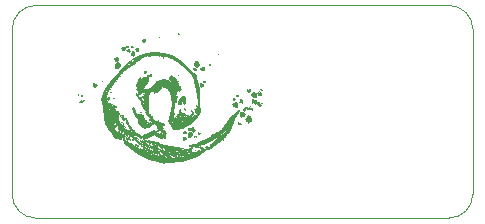
<source format=gbo>
G04 #@! TF.GenerationSoftware,KiCad,Pcbnew,(6.0.0-rc1-dev-1-g01c5bdfb8)*
G04 #@! TF.CreationDate,2019-01-02T16:35:56+01:00*
G04 #@! TF.ProjectId,nunchuk_breakout,6E756E6368756B5F627265616B6F7574,rev?*
G04 #@! TF.SameCoordinates,Original*
G04 #@! TF.FileFunction,Legend,Bot*
G04 #@! TF.FilePolarity,Positive*
%FSLAX46Y46*%
G04 Gerber Fmt 4.6, Leading zero omitted, Abs format (unit mm)*
G04 Created by KiCad (PCBNEW (6.0.0-rc1-dev-1-g01c5bdfb8)) date Wed Jan  2 16:35:56 2019*
%MOMM*%
%LPD*%
G01*
G04 APERTURE LIST*
%ADD10C,0.100000*%
%ADD11C,0.010000*%
G04 APERTURE END LIST*
D10*
X133000000Y-91000000D02*
G75*
G02X135000000Y-93000000I0J-2000000D01*
G01*
X135000000Y-107000000D02*
G75*
G02X133000000Y-109000000I-2000000J0D01*
G01*
X98000000Y-109000000D02*
G75*
G02X96000000Y-107000000I0J2000000D01*
G01*
X96000000Y-93000000D02*
G75*
G02X98000000Y-91000000I2000000J0D01*
G01*
X135000000Y-107000000D02*
X135000000Y-93000000D01*
X98000000Y-109000000D02*
X133000000Y-109000000D01*
X96000000Y-93000000D02*
X96000000Y-107000000D01*
X133000000Y-91000000D02*
X98000000Y-91000000D01*
D11*
G04 #@! TO.C,G\002A\002A\002A*
G36*
X103725695Y-98956546D02*
X103725695Y-98974506D01*
X103743656Y-98974506D01*
X103743656Y-98956546D01*
X103725695Y-98956546D01*
X103725695Y-98956546D01*
G37*
X103725695Y-98956546D02*
X103725695Y-98974506D01*
X103743656Y-98974506D01*
X103743656Y-98956546D01*
X103725695Y-98956546D01*
G36*
X117073367Y-98059370D02*
X117050857Y-98075454D01*
X117022031Y-98108663D01*
X117032871Y-98116031D01*
X117054928Y-98111804D01*
X117084429Y-98084081D01*
X117086521Y-98072068D01*
X117073367Y-98059370D01*
X117073367Y-98059370D01*
G37*
X117073367Y-98059370D02*
X117050857Y-98075454D01*
X117022031Y-98108663D01*
X117032871Y-98116031D01*
X117054928Y-98111804D01*
X117084429Y-98084081D01*
X117086521Y-98072068D01*
X117073367Y-98059370D01*
G36*
X117102881Y-98116827D02*
X117098357Y-98120321D01*
X117087088Y-98157703D01*
X117088316Y-98166283D01*
X117107765Y-98177587D01*
X117123177Y-98167343D01*
X117138375Y-98133392D01*
X117133218Y-98121382D01*
X117102881Y-98116827D01*
X117102881Y-98116827D01*
G37*
X117102881Y-98116827D02*
X117098357Y-98120321D01*
X117087088Y-98157703D01*
X117088316Y-98166283D01*
X117107765Y-98177587D01*
X117123177Y-98167343D01*
X117138375Y-98133392D01*
X117133218Y-98121382D01*
X117102881Y-98116827D01*
G36*
X117088316Y-98381809D02*
X117088316Y-98399770D01*
X117106277Y-98399770D01*
X117106277Y-98381809D01*
X117088316Y-98381809D01*
X117088316Y-98381809D01*
G37*
X117088316Y-98381809D02*
X117088316Y-98399770D01*
X117106277Y-98399770D01*
X117106277Y-98381809D01*
X117088316Y-98381809D01*
G36*
X116890751Y-98256086D02*
X116890751Y-98274046D01*
X116908711Y-98274046D01*
X116908711Y-98256086D01*
X116890751Y-98256086D01*
X116890751Y-98256086D01*
G37*
X116890751Y-98256086D02*
X116890751Y-98274046D01*
X116908711Y-98274046D01*
X116908711Y-98256086D01*
X116890751Y-98256086D01*
G36*
X116980553Y-98345888D02*
X116980553Y-98363849D01*
X116998514Y-98363849D01*
X116998514Y-98345888D01*
X116980553Y-98345888D01*
X116980553Y-98345888D01*
G37*
X116980553Y-98345888D02*
X116980553Y-98363849D01*
X116998514Y-98363849D01*
X116998514Y-98345888D01*
X116980553Y-98345888D01*
G36*
X117055409Y-98425987D02*
X117052395Y-98435691D01*
X117052166Y-98469767D01*
X117054516Y-98473733D01*
X117067344Y-98463356D01*
X117070356Y-98453652D01*
X117070586Y-98419576D01*
X117068236Y-98415611D01*
X117055409Y-98425987D01*
X117055409Y-98425987D01*
G37*
X117055409Y-98425987D02*
X117052395Y-98435691D01*
X117052166Y-98469767D01*
X117054516Y-98473733D01*
X117067344Y-98463356D01*
X117070356Y-98453652D01*
X117070586Y-98419576D01*
X117068236Y-98415611D01*
X117055409Y-98425987D01*
G36*
X116836869Y-98309967D02*
X116836869Y-98327928D01*
X116854830Y-98327928D01*
X116854830Y-98309967D01*
X116836869Y-98309967D01*
X116836869Y-98309967D01*
G37*
X116836869Y-98309967D02*
X116836869Y-98327928D01*
X116854830Y-98327928D01*
X116854830Y-98309967D01*
X116836869Y-98309967D01*
G36*
X117016474Y-98561415D02*
X117016474Y-98579375D01*
X117034435Y-98579375D01*
X117034435Y-98561415D01*
X117016474Y-98561415D01*
X117016474Y-98561415D01*
G37*
X117016474Y-98561415D02*
X117016474Y-98579375D01*
X117034435Y-98579375D01*
X117034435Y-98561415D01*
X117016474Y-98561415D01*
G36*
X116782988Y-98363849D02*
X116782988Y-98381809D01*
X116800948Y-98381809D01*
X116800948Y-98363849D01*
X116782988Y-98363849D01*
X116782988Y-98363849D01*
G37*
X116782988Y-98363849D02*
X116782988Y-98381809D01*
X116800948Y-98381809D01*
X116800948Y-98363849D01*
X116782988Y-98363849D01*
G36*
X113442332Y-95095036D02*
X113442332Y-95112996D01*
X113460293Y-95112996D01*
X113460293Y-95095036D01*
X113442332Y-95095036D01*
X113442332Y-95095036D01*
G37*
X113442332Y-95095036D02*
X113442332Y-95112996D01*
X113460293Y-95112996D01*
X113460293Y-95095036D01*
X113442332Y-95095036D01*
G36*
X116765027Y-98417731D02*
X116765027Y-98435691D01*
X116782988Y-98435691D01*
X116782988Y-98417731D01*
X116765027Y-98417731D01*
X116765027Y-98417731D01*
G37*
X116765027Y-98417731D02*
X116765027Y-98435691D01*
X116782988Y-98435691D01*
X116782988Y-98417731D01*
X116765027Y-98417731D01*
G36*
X116675225Y-98399770D02*
X116675225Y-98417731D01*
X116693185Y-98417731D01*
X116693185Y-98399770D01*
X116675225Y-98399770D01*
X116675225Y-98399770D01*
G37*
X116675225Y-98399770D02*
X116675225Y-98417731D01*
X116693185Y-98417731D01*
X116693185Y-98399770D01*
X116675225Y-98399770D01*
G36*
X116920544Y-98395930D02*
X116858857Y-98415200D01*
X116855365Y-98417389D01*
X116796805Y-98466816D01*
X116786181Y-98513350D01*
X116816934Y-98559440D01*
X116875724Y-98585037D01*
X116926994Y-98579278D01*
X116976439Y-98558518D01*
X116990250Y-98526962D01*
X116987829Y-98497572D01*
X116964054Y-98423702D01*
X116920544Y-98395930D01*
X116920544Y-98395930D01*
G37*
X116920544Y-98395930D02*
X116858857Y-98415200D01*
X116855365Y-98417389D01*
X116796805Y-98466816D01*
X116786181Y-98513350D01*
X116816934Y-98559440D01*
X116875724Y-98585037D01*
X116926994Y-98579278D01*
X116976439Y-98558518D01*
X116990250Y-98526962D01*
X116987829Y-98497572D01*
X116964054Y-98423702D01*
X116920544Y-98395930D01*
G36*
X116082528Y-98058520D02*
X116082528Y-98076481D01*
X116100488Y-98076481D01*
X116100488Y-98058520D01*
X116082528Y-98058520D01*
X116082528Y-98058520D01*
G37*
X116082528Y-98058520D02*
X116082528Y-98076481D01*
X116100488Y-98076481D01*
X116100488Y-98058520D01*
X116082528Y-98058520D01*
G36*
X116118449Y-98094441D02*
X116118449Y-98112402D01*
X116136409Y-98112402D01*
X116136409Y-98094441D01*
X116118449Y-98094441D01*
X116118449Y-98094441D01*
G37*
X116118449Y-98094441D02*
X116118449Y-98112402D01*
X116136409Y-98112402D01*
X116136409Y-98094441D01*
X116118449Y-98094441D01*
G36*
X117142198Y-99261875D02*
X117142198Y-99279835D01*
X117160158Y-99279835D01*
X117160158Y-99261875D01*
X117142198Y-99261875D01*
X117142198Y-99261875D01*
G37*
X117142198Y-99261875D02*
X117142198Y-99279835D01*
X117160158Y-99279835D01*
X117160158Y-99261875D01*
X117142198Y-99261875D01*
G36*
X115867002Y-98094441D02*
X115867002Y-98112402D01*
X115884962Y-98112402D01*
X115884962Y-98094441D01*
X115867002Y-98094441D01*
X115867002Y-98094441D01*
G37*
X115867002Y-98094441D02*
X115867002Y-98112402D01*
X115884962Y-98112402D01*
X115884962Y-98094441D01*
X115867002Y-98094441D01*
G36*
X117052395Y-99279835D02*
X117052395Y-99297796D01*
X117070356Y-99297796D01*
X117070356Y-99279835D01*
X117052395Y-99279835D01*
X117052395Y-99279835D01*
G37*
X117052395Y-99279835D02*
X117052395Y-99297796D01*
X117070356Y-99297796D01*
X117070356Y-99279835D01*
X117052395Y-99279835D01*
G36*
X115849041Y-98148323D02*
X115849041Y-98166283D01*
X115867002Y-98166283D01*
X115867002Y-98148323D01*
X115849041Y-98148323D01*
X115849041Y-98148323D01*
G37*
X115849041Y-98148323D02*
X115849041Y-98166283D01*
X115867002Y-98166283D01*
X115867002Y-98148323D01*
X115849041Y-98148323D01*
G36*
X116043539Y-98115682D02*
X115974806Y-98121405D01*
X115952920Y-98132848D01*
X115907134Y-98165788D01*
X115887957Y-98186830D01*
X115887956Y-98186886D01*
X115904021Y-98227561D01*
X115940242Y-98276777D01*
X115978662Y-98311703D01*
X115989859Y-98316437D01*
X116039151Y-98314096D01*
X116083330Y-98303914D01*
X116127657Y-98281024D01*
X116134889Y-98239368D01*
X116132507Y-98223501D01*
X116100430Y-98151897D01*
X116043539Y-98115682D01*
X116043539Y-98115682D01*
G37*
X116043539Y-98115682D02*
X115974806Y-98121405D01*
X115952920Y-98132848D01*
X115907134Y-98165788D01*
X115887957Y-98186830D01*
X115887956Y-98186886D01*
X115904021Y-98227561D01*
X115940242Y-98276777D01*
X115978662Y-98311703D01*
X115989859Y-98316437D01*
X116039151Y-98314096D01*
X116083330Y-98303914D01*
X116127657Y-98281024D01*
X116134889Y-98239368D01*
X116132507Y-98223501D01*
X116100430Y-98151897D01*
X116043539Y-98115682D01*
G36*
X116506194Y-98375116D02*
X116442954Y-98357255D01*
X116389013Y-98368722D01*
X116333572Y-98403655D01*
X116273721Y-98454230D01*
X116251079Y-98500485D01*
X116265485Y-98554802D01*
X116316775Y-98629563D01*
X116330382Y-98646735D01*
X116383134Y-98708431D01*
X116424427Y-98738862D01*
X116472664Y-98747855D01*
X116517802Y-98746792D01*
X116602763Y-98735910D01*
X116648290Y-98708501D01*
X116665131Y-98655910D01*
X116666245Y-98627270D01*
X116672016Y-98575858D01*
X116684206Y-98555428D01*
X116686527Y-98549831D01*
X116684496Y-98549441D01*
X116660971Y-98527369D01*
X116629145Y-98478465D01*
X116629019Y-98478237D01*
X116560781Y-98404011D01*
X116506194Y-98375116D01*
X116506194Y-98375116D01*
G37*
X116506194Y-98375116D02*
X116442954Y-98357255D01*
X116389013Y-98368722D01*
X116333572Y-98403655D01*
X116273721Y-98454230D01*
X116251079Y-98500485D01*
X116265485Y-98554802D01*
X116316775Y-98629563D01*
X116330382Y-98646735D01*
X116383134Y-98708431D01*
X116424427Y-98738862D01*
X116472664Y-98747855D01*
X116517802Y-98746792D01*
X116602763Y-98735910D01*
X116648290Y-98708501D01*
X116665131Y-98655910D01*
X116666245Y-98627270D01*
X116672016Y-98575858D01*
X116684206Y-98555428D01*
X116686527Y-98549831D01*
X116684496Y-98549441D01*
X116660971Y-98527369D01*
X116629145Y-98478465D01*
X116629019Y-98478237D01*
X116560781Y-98404011D01*
X116506194Y-98375116D01*
G36*
X116208251Y-98579375D02*
X116208251Y-98597336D01*
X116226212Y-98597336D01*
X116226212Y-98579375D01*
X116208251Y-98579375D01*
X116208251Y-98579375D01*
G37*
X116208251Y-98579375D02*
X116208251Y-98597336D01*
X116226212Y-98597336D01*
X116226212Y-98579375D01*
X116208251Y-98579375D01*
G36*
X116980553Y-99351677D02*
X116980553Y-99369638D01*
X116998514Y-99369638D01*
X116998514Y-99351677D01*
X116980553Y-99351677D01*
X116980553Y-99351677D01*
G37*
X116980553Y-99351677D02*
X116980553Y-99369638D01*
X116998514Y-99369638D01*
X116998514Y-99351677D01*
X116980553Y-99351677D01*
G36*
X117016474Y-99423519D02*
X117016474Y-99441480D01*
X117034435Y-99441480D01*
X117034435Y-99423519D01*
X117016474Y-99423519D01*
X117016474Y-99423519D01*
G37*
X117016474Y-99423519D02*
X117016474Y-99441480D01*
X117034435Y-99441480D01*
X117034435Y-99423519D01*
X117016474Y-99423519D01*
G36*
X116711146Y-99154112D02*
X116711146Y-99172072D01*
X116729106Y-99172072D01*
X116729106Y-99154112D01*
X116711146Y-99154112D01*
X116711146Y-99154112D01*
G37*
X116711146Y-99154112D02*
X116711146Y-99172072D01*
X116729106Y-99172072D01*
X116729106Y-99154112D01*
X116711146Y-99154112D01*
G36*
X116817763Y-99142017D02*
X116769330Y-99180855D01*
X116767697Y-99183097D01*
X116733109Y-99230698D01*
X116714159Y-99255908D01*
X116716911Y-99285016D01*
X116752375Y-99317925D01*
X116804650Y-99343703D01*
X116853556Y-99351741D01*
X116917786Y-99331508D01*
X116941201Y-99284069D01*
X116920172Y-99216832D01*
X116919903Y-99216381D01*
X116868039Y-99153877D01*
X116817763Y-99142017D01*
X116817763Y-99142017D01*
G37*
X116817763Y-99142017D02*
X116769330Y-99180855D01*
X116767697Y-99183097D01*
X116733109Y-99230698D01*
X116714159Y-99255908D01*
X116716911Y-99285016D01*
X116752375Y-99317925D01*
X116804650Y-99343703D01*
X116853556Y-99351741D01*
X116917786Y-99331508D01*
X116941201Y-99284069D01*
X116920172Y-99216832D01*
X116919903Y-99216381D01*
X116868039Y-99153877D01*
X116817763Y-99142017D01*
G36*
X116639304Y-99225954D02*
X116639304Y-99243914D01*
X116657264Y-99243914D01*
X116657264Y-99225954D01*
X116639304Y-99225954D01*
X116639304Y-99225954D01*
G37*
X116639304Y-99225954D02*
X116639304Y-99243914D01*
X116657264Y-99243914D01*
X116657264Y-99225954D01*
X116639304Y-99225954D01*
G36*
X116854830Y-99441480D02*
X116854830Y-99459440D01*
X116872790Y-99459440D01*
X116872790Y-99441480D01*
X116854830Y-99441480D01*
X116854830Y-99441480D01*
G37*
X116854830Y-99441480D02*
X116854830Y-99459440D01*
X116872790Y-99459440D01*
X116872790Y-99441480D01*
X116854830Y-99441480D01*
G36*
X116926672Y-99513322D02*
X116926672Y-99531282D01*
X116944632Y-99531282D01*
X116944632Y-99513322D01*
X116926672Y-99513322D01*
X116926672Y-99513322D01*
G37*
X116926672Y-99513322D02*
X116926672Y-99531282D01*
X116944632Y-99531282D01*
X116944632Y-99513322D01*
X116926672Y-99513322D01*
G36*
X116540522Y-99300789D02*
X116532310Y-99313932D01*
X116540521Y-99324736D01*
X116561877Y-99332949D01*
X116564469Y-99324736D01*
X116545304Y-99301272D01*
X116540522Y-99300789D01*
X116540522Y-99300789D01*
G37*
X116540522Y-99300789D02*
X116532310Y-99313932D01*
X116540521Y-99324736D01*
X116561877Y-99332949D01*
X116564469Y-99324736D01*
X116545304Y-99301272D01*
X116540522Y-99300789D01*
G36*
X116550970Y-98991585D02*
X116487230Y-98966056D01*
X116419546Y-98946243D01*
X116366650Y-98937945D01*
X116348753Y-98941767D01*
X116338848Y-98970511D01*
X116326425Y-99029273D01*
X116324319Y-99041385D01*
X116320449Y-99108111D01*
X116343321Y-99157472D01*
X116384227Y-99198509D01*
X116440324Y-99240356D01*
X116485466Y-99260627D01*
X116492843Y-99260967D01*
X116540270Y-99245006D01*
X116578338Y-99225184D01*
X116619702Y-99173993D01*
X116629665Y-99103435D01*
X116606804Y-99035159D01*
X116592033Y-99017038D01*
X116550970Y-98991585D01*
X116550970Y-98991585D01*
G37*
X116550970Y-98991585D02*
X116487230Y-98966056D01*
X116419546Y-98946243D01*
X116366650Y-98937945D01*
X116348753Y-98941767D01*
X116338848Y-98970511D01*
X116326425Y-99029273D01*
X116324319Y-99041385D01*
X116320449Y-99108111D01*
X116343321Y-99157472D01*
X116384227Y-99198509D01*
X116440324Y-99240356D01*
X116485466Y-99260627D01*
X116492843Y-99260967D01*
X116540270Y-99245006D01*
X116578338Y-99225184D01*
X116619702Y-99173993D01*
X116629665Y-99103435D01*
X116606804Y-99035159D01*
X116592033Y-99017038D01*
X116550970Y-98991585D01*
G36*
X116298054Y-99243914D02*
X116298054Y-99261875D01*
X116316014Y-99261875D01*
X116316014Y-99243914D01*
X116298054Y-99243914D01*
X116298054Y-99243914D01*
G37*
X116298054Y-99243914D02*
X116298054Y-99261875D01*
X116316014Y-99261875D01*
X116316014Y-99243914D01*
X116298054Y-99243914D01*
G36*
X110065756Y-93334906D02*
X110065756Y-93352866D01*
X110083717Y-93352866D01*
X110083717Y-93334906D01*
X110065756Y-93334906D01*
X110065756Y-93334906D01*
G37*
X110065756Y-93334906D02*
X110065756Y-93352866D01*
X110083717Y-93352866D01*
X110083717Y-93334906D01*
X110065756Y-93334906D01*
G36*
X112701787Y-95980310D02*
X112696971Y-95984081D01*
X112693201Y-96015187D01*
X112696971Y-96020002D01*
X112728078Y-96023773D01*
X112732892Y-96020002D01*
X112736664Y-95988897D01*
X112732892Y-95984081D01*
X112701787Y-95980310D01*
X112701787Y-95980310D01*
G37*
X112701787Y-95980310D02*
X112696971Y-95984081D01*
X112693201Y-96015187D01*
X112696971Y-96020002D01*
X112728078Y-96023773D01*
X112732892Y-96020002D01*
X112736664Y-95988897D01*
X112732892Y-95984081D01*
X112701787Y-95980310D01*
G36*
X110072616Y-93403127D02*
X110058114Y-93422032D01*
X110054487Y-93445444D01*
X110079817Y-93443590D01*
X110112849Y-93423739D01*
X110116645Y-93413338D01*
X110101839Y-93392633D01*
X110072616Y-93403127D01*
X110072616Y-93403127D01*
G37*
X110072616Y-93403127D02*
X110058114Y-93422032D01*
X110054487Y-93445444D01*
X110079817Y-93443590D01*
X110112849Y-93423739D01*
X110116645Y-93413338D01*
X110101839Y-93392633D01*
X110072616Y-93403127D01*
G36*
X116118449Y-99531282D02*
X116118449Y-99549243D01*
X116136409Y-99549243D01*
X116136409Y-99531282D01*
X116118449Y-99531282D01*
X116118449Y-99531282D01*
G37*
X116118449Y-99531282D02*
X116118449Y-99549243D01*
X116136409Y-99549243D01*
X116136409Y-99531282D01*
X116118449Y-99531282D01*
G36*
X116316014Y-99728848D02*
X116316014Y-99746808D01*
X116333975Y-99746808D01*
X116333975Y-99728848D01*
X116316014Y-99728848D01*
X116316014Y-99728848D01*
G37*
X116316014Y-99728848D02*
X116316014Y-99746808D01*
X116333975Y-99746808D01*
X116333975Y-99728848D01*
X116316014Y-99728848D01*
G36*
X116262133Y-99710887D02*
X116262133Y-99728848D01*
X116280093Y-99728848D01*
X116280093Y-99710887D01*
X116262133Y-99710887D01*
X116262133Y-99710887D01*
G37*
X116262133Y-99710887D02*
X116262133Y-99728848D01*
X116280093Y-99728848D01*
X116280093Y-99710887D01*
X116262133Y-99710887D01*
G36*
X115076739Y-98561415D02*
X115076739Y-98579375D01*
X115094700Y-98579375D01*
X115094700Y-98561415D01*
X115076739Y-98561415D01*
X115076739Y-98561415D01*
G37*
X115076739Y-98561415D02*
X115076739Y-98579375D01*
X115094700Y-98579375D01*
X115094700Y-98561415D01*
X115076739Y-98561415D01*
G36*
X116316014Y-99800690D02*
X116316014Y-99818650D01*
X116333975Y-99818650D01*
X116333975Y-99800690D01*
X116316014Y-99800690D01*
X116316014Y-99800690D01*
G37*
X116316014Y-99800690D02*
X116316014Y-99818650D01*
X116333975Y-99818650D01*
X116333975Y-99800690D01*
X116316014Y-99800690D01*
G36*
X116064567Y-99585164D02*
X116064567Y-99603124D01*
X116082528Y-99603124D01*
X116082528Y-99585164D01*
X116064567Y-99585164D01*
X116064567Y-99585164D01*
G37*
X116064567Y-99585164D02*
X116064567Y-99603124D01*
X116082528Y-99603124D01*
X116082528Y-99585164D01*
X116064567Y-99585164D01*
G36*
X115094700Y-98651217D02*
X115094700Y-98669178D01*
X115112660Y-98669178D01*
X115112660Y-98651217D01*
X115094700Y-98651217D01*
X115094700Y-98651217D01*
G37*
X115094700Y-98651217D02*
X115094700Y-98669178D01*
X115112660Y-98669178D01*
X115112660Y-98651217D01*
X115094700Y-98651217D01*
G36*
X115004897Y-98597336D02*
X114971624Y-98596341D01*
X114967916Y-98598396D01*
X114974098Y-98620005D01*
X114977956Y-98624276D01*
X115009034Y-98627739D01*
X115014938Y-98623216D01*
X115014661Y-98601487D01*
X115004897Y-98597336D01*
X115004897Y-98597336D01*
G37*
X115004897Y-98597336D02*
X114971624Y-98596341D01*
X114967916Y-98598396D01*
X114974098Y-98620005D01*
X114977956Y-98624276D01*
X115009034Y-98627739D01*
X115014938Y-98623216D01*
X115014661Y-98601487D01*
X115004897Y-98597336D01*
G36*
X116144584Y-99647782D02*
X116097391Y-99645134D01*
X116086749Y-99673694D01*
X116113147Y-99728896D01*
X116133080Y-99756023D01*
X116169482Y-99794868D01*
X116193005Y-99793727D01*
X116207542Y-99773716D01*
X116221906Y-99713338D01*
X116188430Y-99667401D01*
X116144584Y-99647782D01*
X116144584Y-99647782D01*
G37*
X116144584Y-99647782D02*
X116097391Y-99645134D01*
X116086749Y-99673694D01*
X116113147Y-99728896D01*
X116133080Y-99756023D01*
X116169482Y-99794868D01*
X116193005Y-99793727D01*
X116207542Y-99773716D01*
X116221906Y-99713338D01*
X116188430Y-99667401D01*
X116144584Y-99647782D01*
G36*
X115471870Y-99207993D02*
X115471870Y-99225954D01*
X115489831Y-99225954D01*
X115489831Y-99207993D01*
X115471870Y-99207993D01*
X115471870Y-99207993D01*
G37*
X115471870Y-99207993D02*
X115471870Y-99225954D01*
X115489831Y-99225954D01*
X115489831Y-99207993D01*
X115471870Y-99207993D01*
G36*
X115995739Y-99701183D02*
X115992725Y-99710887D01*
X115992496Y-99744963D01*
X115994846Y-99748929D01*
X116007673Y-99738552D01*
X116010686Y-99728848D01*
X116010916Y-99694772D01*
X116008566Y-99690807D01*
X115995739Y-99701183D01*
X115995739Y-99701183D01*
G37*
X115995739Y-99701183D02*
X115992725Y-99710887D01*
X115992496Y-99744963D01*
X115994846Y-99748929D01*
X116007673Y-99738552D01*
X116010686Y-99728848D01*
X116010916Y-99694772D01*
X116008566Y-99690807D01*
X115995739Y-99701183D01*
G36*
X116010686Y-99782729D02*
X116010686Y-99800690D01*
X116028646Y-99800690D01*
X116028646Y-99782729D01*
X116010686Y-99782729D01*
X116010686Y-99782729D01*
G37*
X116010686Y-99782729D02*
X116010686Y-99800690D01*
X116028646Y-99800690D01*
X116028646Y-99782729D01*
X116010686Y-99782729D01*
G36*
X115356576Y-98914426D02*
X115316694Y-98933557D01*
X115283325Y-99001754D01*
X115269618Y-99050642D01*
X115257292Y-99123976D01*
X115272227Y-99163312D01*
X115323621Y-99180915D01*
X115370951Y-99185790D01*
X115450277Y-99176951D01*
X115491432Y-99139706D01*
X115493588Y-99080085D01*
X115455914Y-99004125D01*
X115404274Y-98943320D01*
X115356576Y-98914426D01*
X115356576Y-98914426D01*
G37*
X115356576Y-98914426D02*
X115316694Y-98933557D01*
X115283325Y-99001754D01*
X115269618Y-99050642D01*
X115257292Y-99123976D01*
X115272227Y-99163312D01*
X115323621Y-99180915D01*
X115370951Y-99185790D01*
X115450277Y-99176951D01*
X115491432Y-99139706D01*
X115493588Y-99080085D01*
X115455914Y-99004125D01*
X115404274Y-98943320D01*
X115356576Y-98914426D01*
G36*
X115184502Y-99136151D02*
X115184502Y-99154112D01*
X115202463Y-99154112D01*
X115202463Y-99136151D01*
X115184502Y-99136151D01*
X115184502Y-99136151D01*
G37*
X115184502Y-99136151D02*
X115184502Y-99154112D01*
X115202463Y-99154112D01*
X115202463Y-99136151D01*
X115184502Y-99136151D01*
G36*
X115835221Y-99620108D02*
X115801042Y-99606655D01*
X115782789Y-99584485D01*
X115747602Y-99561235D01*
X115705458Y-99572557D01*
X115674770Y-99609015D01*
X115669752Y-99642439D01*
X115679331Y-99673177D01*
X115702594Y-99659769D01*
X115734129Y-99650850D01*
X115746654Y-99665957D01*
X115777975Y-99692933D01*
X115793653Y-99693283D01*
X115826742Y-99703167D01*
X115831556Y-99712896D01*
X115844979Y-99730086D01*
X115860218Y-99711843D01*
X115867769Y-99672257D01*
X115867275Y-99659932D01*
X115851122Y-99622836D01*
X115835221Y-99620108D01*
X115835221Y-99620108D01*
G37*
X115835221Y-99620108D02*
X115801042Y-99606655D01*
X115782789Y-99584485D01*
X115747602Y-99561235D01*
X115705458Y-99572557D01*
X115674770Y-99609015D01*
X115669752Y-99642439D01*
X115679331Y-99673177D01*
X115702594Y-99659769D01*
X115734129Y-99650850D01*
X115746654Y-99665957D01*
X115777975Y-99692933D01*
X115793653Y-99693283D01*
X115826742Y-99703167D01*
X115831556Y-99712896D01*
X115844979Y-99730086D01*
X115860218Y-99711843D01*
X115867769Y-99672257D01*
X115867275Y-99659932D01*
X115851122Y-99622836D01*
X115835221Y-99620108D01*
G36*
X115714338Y-99695920D02*
X115690873Y-99715085D01*
X115690390Y-99719868D01*
X115703533Y-99728079D01*
X115714337Y-99719868D01*
X115722550Y-99698512D01*
X115714338Y-99695920D01*
X115714338Y-99695920D01*
G37*
X115714338Y-99695920D02*
X115690873Y-99715085D01*
X115690390Y-99719868D01*
X115703533Y-99728079D01*
X115714337Y-99719868D01*
X115722550Y-99698512D01*
X115714338Y-99695920D01*
G36*
X114825292Y-98920625D02*
X114825292Y-98938585D01*
X114843252Y-98938585D01*
X114843252Y-98920625D01*
X114825292Y-98920625D01*
X114825292Y-98920625D01*
G37*
X114825292Y-98920625D02*
X114825292Y-98938585D01*
X114843252Y-98938585D01*
X114843252Y-98920625D01*
X114825292Y-98920625D01*
G36*
X115669436Y-99872532D02*
X115669436Y-99890493D01*
X115687396Y-99890493D01*
X115687396Y-99872532D01*
X115669436Y-99872532D01*
X115669436Y-99872532D01*
G37*
X115669436Y-99872532D02*
X115669436Y-99890493D01*
X115687396Y-99890493D01*
X115687396Y-99872532D01*
X115669436Y-99872532D01*
G36*
X114781770Y-98817644D02*
X114727971Y-98833030D01*
X114681668Y-98861981D01*
X114665444Y-98890356D01*
X114678513Y-98921001D01*
X114698970Y-98920766D01*
X114729794Y-98901157D01*
X114732497Y-98892558D01*
X114753481Y-98869886D01*
X114784017Y-98856666D01*
X114818543Y-98838439D01*
X114819979Y-98825509D01*
X114781770Y-98817644D01*
X114781770Y-98817644D01*
G37*
X114781770Y-98817644D02*
X114727971Y-98833030D01*
X114681668Y-98861981D01*
X114665444Y-98890356D01*
X114678513Y-98921001D01*
X114698970Y-98920766D01*
X114729794Y-98901157D01*
X114732497Y-98892558D01*
X114753481Y-98869886D01*
X114784017Y-98856666D01*
X114818543Y-98838439D01*
X114819979Y-98825509D01*
X114781770Y-98817644D01*
G36*
X114742350Y-98934965D02*
X114727848Y-98953869D01*
X114724220Y-98977282D01*
X114749550Y-98975428D01*
X114782582Y-98955576D01*
X114786378Y-98945176D01*
X114771572Y-98924471D01*
X114742350Y-98934965D01*
X114742350Y-98934965D01*
G37*
X114742350Y-98934965D02*
X114727848Y-98953869D01*
X114724220Y-98977282D01*
X114749550Y-98975428D01*
X114782582Y-98955576D01*
X114786378Y-98945176D01*
X114771572Y-98924471D01*
X114742350Y-98934965D01*
G36*
X115579713Y-99794033D02*
X115549501Y-99819962D01*
X115546707Y-99829876D01*
X115560226Y-99832682D01*
X115579713Y-99815736D01*
X115594491Y-99792185D01*
X115579713Y-99794033D01*
X115579713Y-99794033D01*
G37*
X115579713Y-99794033D02*
X115549501Y-99819962D01*
X115546707Y-99829876D01*
X115560226Y-99832682D01*
X115579713Y-99815736D01*
X115594491Y-99792185D01*
X115579713Y-99794033D01*
G36*
X115587621Y-99851893D02*
X115581430Y-99878057D01*
X115595096Y-99909404D01*
X115611015Y-99909525D01*
X115633755Y-99883609D01*
X115633171Y-99871073D01*
X115611863Y-99841386D01*
X115587621Y-99851893D01*
X115587621Y-99851893D01*
G37*
X115587621Y-99851893D02*
X115581430Y-99878057D01*
X115595096Y-99909404D01*
X115611015Y-99909525D01*
X115633755Y-99883609D01*
X115633171Y-99871073D01*
X115611863Y-99841386D01*
X115587621Y-99851893D01*
G36*
X116226212Y-100537071D02*
X116226212Y-100555031D01*
X116244172Y-100555031D01*
X116244172Y-100537071D01*
X116226212Y-100537071D01*
X116226212Y-100537071D01*
G37*
X116226212Y-100537071D02*
X116226212Y-100555031D01*
X116244172Y-100555031D01*
X116244172Y-100537071D01*
X116226212Y-100537071D01*
G36*
X115938844Y-100285624D02*
X115938844Y-100303584D01*
X115956804Y-100303584D01*
X115956804Y-100285624D01*
X115938844Y-100285624D01*
X115938844Y-100285624D01*
G37*
X115938844Y-100285624D02*
X115938844Y-100303584D01*
X115956804Y-100303584D01*
X115956804Y-100285624D01*
X115938844Y-100285624D01*
G36*
X111930323Y-96321139D02*
X111924669Y-96325331D01*
X111913305Y-96348952D01*
X111914629Y-96351212D01*
X111942549Y-96353960D01*
X111951610Y-96352272D01*
X111966737Y-96334298D01*
X111961651Y-96326392D01*
X111930323Y-96321139D01*
X111930323Y-96321139D01*
G37*
X111930323Y-96321139D02*
X111924669Y-96325331D01*
X111913305Y-96348952D01*
X111914629Y-96351212D01*
X111942549Y-96353960D01*
X111951610Y-96352272D01*
X111966737Y-96334298D01*
X111961651Y-96326392D01*
X111930323Y-96321139D01*
G36*
X112169221Y-96204576D02*
X112117293Y-96200947D01*
X112080613Y-96218671D01*
X112074341Y-96236793D01*
X112084995Y-96269637D01*
X112104559Y-96277203D01*
X112112965Y-96263696D01*
X112123708Y-96264600D01*
X112141095Y-96304062D01*
X112142968Y-96309820D01*
X112166587Y-96363805D01*
X112190278Y-96389416D01*
X112201003Y-96407031D01*
X112197232Y-96411978D01*
X112164634Y-96414654D01*
X112134992Y-96402376D01*
X112105345Y-96374745D01*
X112105956Y-96359570D01*
X112110353Y-96333136D01*
X112068773Y-96313845D01*
X112030044Y-96307645D01*
X111992969Y-96305905D01*
X111994852Y-96310745D01*
X112022967Y-96341176D01*
X112030738Y-96364662D01*
X112029150Y-96397630D01*
X112007118Y-96395547D01*
X111968483Y-96390307D01*
X111963525Y-96413532D01*
X111994113Y-96454077D01*
X111996883Y-96456607D01*
X112066060Y-96486870D01*
X112134110Y-96480890D01*
X112095294Y-96442074D01*
X112077334Y-96442074D01*
X112077334Y-96424114D01*
X112095294Y-96424114D01*
X112095294Y-96442074D01*
X112134110Y-96480890D01*
X112220949Y-96449696D01*
X112267826Y-96403769D01*
X112282237Y-96359610D01*
X112280577Y-96325423D01*
X112258565Y-96326957D01*
X112216243Y-96322434D01*
X112198489Y-96308946D01*
X112186751Y-96288119D01*
X112201482Y-96290985D01*
X112240066Y-96295878D01*
X112244989Y-96271364D01*
X112215958Y-96230469D01*
X112169221Y-96204576D01*
X112169221Y-96204576D01*
G37*
X112169221Y-96204576D02*
X112117293Y-96200947D01*
X112080613Y-96218671D01*
X112074341Y-96236793D01*
X112084995Y-96269637D01*
X112104559Y-96277203D01*
X112112965Y-96263696D01*
X112123708Y-96264600D01*
X112141095Y-96304062D01*
X112142968Y-96309820D01*
X112166587Y-96363805D01*
X112190278Y-96389416D01*
X112201003Y-96407031D01*
X112197232Y-96411978D01*
X112164634Y-96414654D01*
X112134992Y-96402376D01*
X112105345Y-96374745D01*
X112105956Y-96359570D01*
X112110353Y-96333136D01*
X112068773Y-96313845D01*
X112030044Y-96307645D01*
X111992969Y-96305905D01*
X111994852Y-96310745D01*
X112022967Y-96341176D01*
X112030738Y-96364662D01*
X112029150Y-96397630D01*
X112007118Y-96395547D01*
X111968483Y-96390307D01*
X111963525Y-96413532D01*
X111994113Y-96454077D01*
X111996883Y-96456607D01*
X112066060Y-96486870D01*
X112134110Y-96480890D01*
X112095294Y-96442074D01*
X112077334Y-96442074D01*
X112077334Y-96424114D01*
X112095294Y-96424114D01*
X112095294Y-96442074D01*
X112134110Y-96480890D01*
X112220949Y-96449696D01*
X112267826Y-96403769D01*
X112282237Y-96359610D01*
X112280577Y-96325423D01*
X112258565Y-96326957D01*
X112216243Y-96322434D01*
X112198489Y-96308946D01*
X112186751Y-96288119D01*
X112201482Y-96290985D01*
X112240066Y-96295878D01*
X112244989Y-96271364D01*
X112215958Y-96230469D01*
X112169221Y-96204576D01*
G36*
X116226212Y-100716676D02*
X116226212Y-100734637D01*
X116244172Y-100734637D01*
X116244172Y-100716676D01*
X116226212Y-100716676D01*
X116226212Y-100716676D01*
G37*
X116226212Y-100716676D02*
X116226212Y-100734637D01*
X116244172Y-100734637D01*
X116244172Y-100716676D01*
X116226212Y-100716676D01*
G36*
X115669436Y-100195821D02*
X115669436Y-100213782D01*
X115687396Y-100213782D01*
X115687396Y-100195821D01*
X115669436Y-100195821D01*
X115669436Y-100195821D01*
G37*
X115669436Y-100195821D02*
X115669436Y-100213782D01*
X115687396Y-100213782D01*
X115687396Y-100195821D01*
X115669436Y-100195821D01*
G36*
X115022858Y-99585164D02*
X115022858Y-99603124D01*
X115040818Y-99603124D01*
X115040818Y-99585164D01*
X115022858Y-99585164D01*
X115022858Y-99585164D01*
G37*
X115022858Y-99585164D02*
X115022858Y-99603124D01*
X115040818Y-99603124D01*
X115040818Y-99585164D01*
X115022858Y-99585164D01*
G36*
X111636730Y-95739062D02*
X111571225Y-95727954D01*
X111509759Y-95729113D01*
X111478764Y-95747837D01*
X111458079Y-95797549D01*
X111455780Y-95804813D01*
X111432043Y-95866915D01*
X111409495Y-95906306D01*
X111408826Y-95907006D01*
X111398270Y-95950009D01*
X111418166Y-96012544D01*
X111459574Y-96082069D01*
X111513550Y-96146044D01*
X111571152Y-96191929D01*
X111622911Y-96207228D01*
X111676306Y-96187230D01*
X111737220Y-96143799D01*
X111745703Y-96135909D01*
X111795236Y-96063090D01*
X111798569Y-95981248D01*
X111755910Y-95883976D01*
X111753983Y-95880851D01*
X111714152Y-95816614D01*
X111691367Y-95779796D01*
X111636730Y-95739062D01*
X111636730Y-95739062D01*
G37*
X111636730Y-95739062D02*
X111571225Y-95727954D01*
X111509759Y-95729113D01*
X111478764Y-95747837D01*
X111458079Y-95797549D01*
X111455780Y-95804813D01*
X111432043Y-95866915D01*
X111409495Y-95906306D01*
X111408826Y-95907006D01*
X111398270Y-95950009D01*
X111418166Y-96012544D01*
X111459574Y-96082069D01*
X111513550Y-96146044D01*
X111571152Y-96191929D01*
X111622911Y-96207228D01*
X111676306Y-96187230D01*
X111737220Y-96143799D01*
X111745703Y-96135909D01*
X111795236Y-96063090D01*
X111798569Y-95981248D01*
X111755910Y-95883976D01*
X111753983Y-95880851D01*
X111714152Y-95816614D01*
X111691367Y-95779796D01*
X111636730Y-95739062D01*
G36*
X116172330Y-100806479D02*
X116172330Y-100824439D01*
X116190291Y-100824439D01*
X116190291Y-100806479D01*
X116172330Y-100806479D01*
X116172330Y-100806479D01*
G37*
X116172330Y-100806479D02*
X116172330Y-100824439D01*
X116190291Y-100824439D01*
X116190291Y-100806479D01*
X116172330Y-100806479D01*
G36*
X114896631Y-99178329D02*
X114863833Y-99178200D01*
X114827036Y-99206418D01*
X114816749Y-99216536D01*
X114770269Y-99249021D01*
X114735480Y-99252904D01*
X114707085Y-99254713D01*
X114677560Y-99296393D01*
X114671471Y-99308630D01*
X114654419Y-99354694D01*
X114660666Y-99392945D01*
X114695775Y-99440574D01*
X114724173Y-99471454D01*
X114785151Y-99529151D01*
X114838551Y-99556177D01*
X114906393Y-99563149D01*
X114914385Y-99563154D01*
X114981220Y-99560366D01*
X115016421Y-99544270D01*
X115039147Y-99502135D01*
X115049718Y-99473228D01*
X115065342Y-99416356D01*
X115059493Y-99371065D01*
X115026900Y-99318246D01*
X114996354Y-99279906D01*
X114936961Y-99210875D01*
X114896631Y-99178329D01*
X114896631Y-99178329D01*
G37*
X114896631Y-99178329D02*
X114863833Y-99178200D01*
X114827036Y-99206418D01*
X114816749Y-99216536D01*
X114770269Y-99249021D01*
X114735480Y-99252904D01*
X114707085Y-99254713D01*
X114677560Y-99296393D01*
X114671471Y-99308630D01*
X114654419Y-99354694D01*
X114660666Y-99392945D01*
X114695775Y-99440574D01*
X114724173Y-99471454D01*
X114785151Y-99529151D01*
X114838551Y-99556177D01*
X114906393Y-99563149D01*
X114914385Y-99563154D01*
X114981220Y-99560366D01*
X115016421Y-99544270D01*
X115039147Y-99502135D01*
X115049718Y-99473228D01*
X115065342Y-99416356D01*
X115059493Y-99371065D01*
X115026900Y-99318246D01*
X114996354Y-99279906D01*
X114936961Y-99210875D01*
X114896631Y-99178329D01*
G36*
X115256344Y-100034177D02*
X115256344Y-100052137D01*
X115274305Y-100052137D01*
X115274305Y-100034177D01*
X115256344Y-100034177D01*
X115256344Y-100034177D01*
G37*
X115256344Y-100034177D02*
X115256344Y-100052137D01*
X115274305Y-100052137D01*
X115274305Y-100034177D01*
X115256344Y-100034177D01*
G36*
X116028646Y-100878321D02*
X116028646Y-100896281D01*
X116046607Y-100896281D01*
X116046607Y-100878321D01*
X116028646Y-100878321D01*
X116028646Y-100878321D01*
G37*
X116028646Y-100878321D02*
X116028646Y-100896281D01*
X116046607Y-100896281D01*
X116046607Y-100878321D01*
X116028646Y-100878321D01*
G36*
X116112567Y-100393842D02*
X116043063Y-100383764D01*
X115966082Y-100381126D01*
X115903173Y-100387275D01*
X115885099Y-100393317D01*
X115847900Y-100436901D01*
X115820692Y-100525890D01*
X115815075Y-100556804D01*
X115802361Y-100641043D01*
X115801888Y-100688443D01*
X115817466Y-100712264D01*
X115852905Y-100725762D01*
X115864516Y-100728867D01*
X115916804Y-100758917D01*
X115936222Y-100782885D01*
X115971284Y-100821567D01*
X115990447Y-100830321D01*
X116057515Y-100825918D01*
X116126689Y-100796766D01*
X116171607Y-100753994D01*
X116171713Y-100753790D01*
X116180498Y-100709169D01*
X116182622Y-100635401D01*
X116179068Y-100550582D01*
X116170819Y-100472813D01*
X116158858Y-100420190D01*
X116153043Y-100410020D01*
X116112567Y-100393842D01*
X116112567Y-100393842D01*
G37*
X116112567Y-100393842D02*
X116043063Y-100383764D01*
X115966082Y-100381126D01*
X115903173Y-100387275D01*
X115885099Y-100393317D01*
X115847900Y-100436901D01*
X115820692Y-100525890D01*
X115815075Y-100556804D01*
X115802361Y-100641043D01*
X115801888Y-100688443D01*
X115817466Y-100712264D01*
X115852905Y-100725762D01*
X115864516Y-100728867D01*
X115916804Y-100758917D01*
X115936222Y-100782885D01*
X115971284Y-100821567D01*
X115990447Y-100830321D01*
X116057515Y-100825918D01*
X116126689Y-100796766D01*
X116171607Y-100753994D01*
X116171713Y-100753790D01*
X116180498Y-100709169D01*
X116182622Y-100635401D01*
X116179068Y-100550582D01*
X116170819Y-100472813D01*
X116158858Y-100420190D01*
X116153043Y-100410020D01*
X116112567Y-100393842D01*
G36*
X115687396Y-100608913D02*
X115687396Y-100626874D01*
X115705357Y-100626874D01*
X115705357Y-100608913D01*
X115687396Y-100608913D01*
X115687396Y-100608913D01*
G37*
X115687396Y-100608913D02*
X115687396Y-100626874D01*
X115705357Y-100626874D01*
X115705357Y-100608913D01*
X115687396Y-100608913D01*
G36*
X115813120Y-100770558D02*
X115813120Y-100788518D01*
X115831081Y-100788518D01*
X115831081Y-100770558D01*
X115813120Y-100770558D01*
X115813120Y-100770558D01*
G37*
X115813120Y-100770558D02*
X115813120Y-100788518D01*
X115831081Y-100788518D01*
X115831081Y-100770558D01*
X115813120Y-100770558D01*
G36*
X115974765Y-100932202D02*
X115974765Y-100950163D01*
X115992725Y-100950163D01*
X115992725Y-100932202D01*
X115974765Y-100932202D01*
X115974765Y-100932202D01*
G37*
X115974765Y-100932202D02*
X115974765Y-100950163D01*
X115992725Y-100950163D01*
X115992725Y-100932202D01*
X115974765Y-100932202D01*
G36*
X111432124Y-96263619D02*
X111368788Y-96256430D01*
X111326841Y-96277131D01*
X111326949Y-96306202D01*
X111342372Y-96361377D01*
X111366142Y-96423110D01*
X111391291Y-96471852D01*
X111400454Y-96483615D01*
X111435108Y-96494211D01*
X111484637Y-96495956D01*
X111533997Y-96489655D01*
X111552389Y-96465599D01*
X111556636Y-96420961D01*
X111540322Y-96354818D01*
X111494060Y-96299392D01*
X111432124Y-96263619D01*
X111432124Y-96263619D01*
G37*
X111432124Y-96263619D02*
X111368788Y-96256430D01*
X111326841Y-96277131D01*
X111326949Y-96306202D01*
X111342372Y-96361377D01*
X111366142Y-96423110D01*
X111391291Y-96471852D01*
X111400454Y-96483615D01*
X111435108Y-96494211D01*
X111484637Y-96495956D01*
X111533997Y-96489655D01*
X111552389Y-96465599D01*
X111556636Y-96420961D01*
X111540322Y-96354818D01*
X111494060Y-96299392D01*
X111432124Y-96263619D01*
G36*
X115551172Y-100032238D02*
X115527094Y-100030784D01*
X115525752Y-100034177D01*
X115506147Y-100047415D01*
X115494817Y-100040292D01*
X115454928Y-100027903D01*
X115391867Y-100029703D01*
X115389716Y-100030032D01*
X115340988Y-100039882D01*
X115312568Y-100059036D01*
X115292310Y-100101465D01*
X115273034Y-100164234D01*
X115257666Y-100238338D01*
X115259653Y-100288032D01*
X115268091Y-100299428D01*
X115287774Y-100331473D01*
X115285695Y-100359533D01*
X115284336Y-100387009D01*
X115307664Y-100400941D01*
X115366546Y-100405671D01*
X115401864Y-100405959D01*
X115471935Y-100399158D01*
X115501567Y-100391207D01*
X115373872Y-100263512D01*
X115364107Y-100267663D01*
X115330834Y-100268658D01*
X115327126Y-100266603D01*
X115333309Y-100244993D01*
X115337166Y-100240723D01*
X115368245Y-100237260D01*
X115374148Y-100241783D01*
X115373872Y-100263512D01*
X115501567Y-100391207D01*
X115535188Y-100382186D01*
X115581194Y-100360186D01*
X115599521Y-100338305D01*
X115579739Y-100321688D01*
X115575144Y-100320485D01*
X115560708Y-100310263D01*
X115574290Y-100304846D01*
X115603560Y-100277465D01*
X115631100Y-100221078D01*
X115633261Y-100214581D01*
X115644696Y-100149106D01*
X115622631Y-100097939D01*
X115596073Y-100068577D01*
X115551172Y-100032238D01*
X115551172Y-100032238D01*
G37*
X115551172Y-100032238D02*
X115527094Y-100030784D01*
X115525752Y-100034177D01*
X115506147Y-100047415D01*
X115494817Y-100040292D01*
X115454928Y-100027903D01*
X115391867Y-100029703D01*
X115389716Y-100030032D01*
X115340988Y-100039882D01*
X115312568Y-100059036D01*
X115292310Y-100101465D01*
X115273034Y-100164234D01*
X115257666Y-100238338D01*
X115259653Y-100288032D01*
X115268091Y-100299428D01*
X115287774Y-100331473D01*
X115285695Y-100359533D01*
X115284336Y-100387009D01*
X115307664Y-100400941D01*
X115366546Y-100405671D01*
X115401864Y-100405959D01*
X115471935Y-100399158D01*
X115501567Y-100391207D01*
X115373872Y-100263512D01*
X115364107Y-100267663D01*
X115330834Y-100268658D01*
X115327126Y-100266603D01*
X115333309Y-100244993D01*
X115337166Y-100240723D01*
X115368245Y-100237260D01*
X115374148Y-100241783D01*
X115373872Y-100263512D01*
X115501567Y-100391207D01*
X115535188Y-100382186D01*
X115581194Y-100360186D01*
X115599521Y-100338305D01*
X115579739Y-100321688D01*
X115575144Y-100320485D01*
X115560708Y-100310263D01*
X115574290Y-100304846D01*
X115603560Y-100277465D01*
X115631100Y-100221078D01*
X115633261Y-100214581D01*
X115644696Y-100149106D01*
X115622631Y-100097939D01*
X115596073Y-100068577D01*
X115551172Y-100032238D01*
G36*
X108428023Y-93645023D02*
X108422369Y-93649215D01*
X108411005Y-93672836D01*
X108412329Y-93675095D01*
X108440249Y-93677844D01*
X108449310Y-93676155D01*
X108464437Y-93658181D01*
X108459351Y-93650275D01*
X108428023Y-93645023D01*
X108428023Y-93645023D01*
G37*
X108428023Y-93645023D02*
X108422369Y-93649215D01*
X108411005Y-93672836D01*
X108412329Y-93675095D01*
X108440249Y-93677844D01*
X108449310Y-93676155D01*
X108464437Y-93658181D01*
X108459351Y-93650275D01*
X108428023Y-93645023D01*
G36*
X112248265Y-97360534D02*
X112207539Y-97386183D01*
X112175826Y-97426696D01*
X112168419Y-97454478D01*
X112174940Y-97488189D01*
X112203935Y-97490869D01*
X112238912Y-97479319D01*
X112293576Y-97443050D01*
X112301205Y-97396404D01*
X112280325Y-97364035D01*
X112248265Y-97360534D01*
X112248265Y-97360534D01*
G37*
X112248265Y-97360534D02*
X112207539Y-97386183D01*
X112175826Y-97426696D01*
X112168419Y-97454478D01*
X112174940Y-97488189D01*
X112203935Y-97490869D01*
X112238912Y-97479319D01*
X112293576Y-97443050D01*
X112301205Y-97396404D01*
X112280325Y-97364035D01*
X112248265Y-97360534D01*
G36*
X115346147Y-101022005D02*
X115346147Y-101039965D01*
X115364107Y-101039965D01*
X115364107Y-101022005D01*
X115346147Y-101022005D01*
X115346147Y-101022005D01*
G37*
X115346147Y-101022005D02*
X115346147Y-101039965D01*
X115364107Y-101039965D01*
X115364107Y-101022005D01*
X115346147Y-101022005D01*
G36*
X115094700Y-100878321D02*
X115094700Y-100896281D01*
X115112660Y-100896281D01*
X115112660Y-100878321D01*
X115094700Y-100878321D01*
X115094700Y-100878321D01*
G37*
X115094700Y-100878321D02*
X115094700Y-100896281D01*
X115112660Y-100896281D01*
X115112660Y-100878321D01*
X115094700Y-100878321D01*
G36*
X115239134Y-100937735D02*
X115188109Y-100914647D01*
X115171531Y-100913778D01*
X115138858Y-100936554D01*
X115131444Y-100982876D01*
X115148982Y-101032391D01*
X115173693Y-101056697D01*
X115225736Y-101067081D01*
X115274552Y-101047325D01*
X115292885Y-101019382D01*
X115280476Y-100978231D01*
X115239134Y-100937735D01*
X115239134Y-100937735D01*
G37*
X115239134Y-100937735D02*
X115188109Y-100914647D01*
X115171531Y-100913778D01*
X115138858Y-100936554D01*
X115131444Y-100982876D01*
X115148982Y-101032391D01*
X115173693Y-101056697D01*
X115225736Y-101067081D01*
X115274552Y-101047325D01*
X115292885Y-101019382D01*
X115280476Y-100978231D01*
X115239134Y-100937735D01*
G36*
X112061225Y-97618542D02*
X112003280Y-97575618D01*
X111963577Y-97566228D01*
X111932193Y-97581595D01*
X111908756Y-97618930D01*
X111893778Y-97678122D01*
X111888926Y-97740833D01*
X111895859Y-97788724D01*
X111912028Y-97804080D01*
X111929868Y-97824912D01*
X111933669Y-97843198D01*
X111956350Y-97874360D01*
X111999753Y-97879202D01*
X112070402Y-97857001D01*
X112125731Y-97807916D01*
X112149577Y-97747314D01*
X112149338Y-97736975D01*
X112127662Y-97690643D01*
X112078533Y-97634094D01*
X112061225Y-97618542D01*
X112061225Y-97618542D01*
G37*
X112061225Y-97618542D02*
X112003280Y-97575618D01*
X111963577Y-97566228D01*
X111932193Y-97581595D01*
X111908756Y-97618930D01*
X111893778Y-97678122D01*
X111888926Y-97740833D01*
X111895859Y-97788724D01*
X111912028Y-97804080D01*
X111929868Y-97824912D01*
X111933669Y-97843198D01*
X111956350Y-97874360D01*
X111999753Y-97879202D01*
X112070402Y-97857001D01*
X112125731Y-97807916D01*
X112149577Y-97747314D01*
X112149338Y-97736975D01*
X112127662Y-97690643D01*
X112078533Y-97634094D01*
X112061225Y-97618542D01*
G36*
X108763620Y-95403358D02*
X108755408Y-95416501D01*
X108763619Y-95427305D01*
X108784975Y-95435518D01*
X108787567Y-95427305D01*
X108768402Y-95403841D01*
X108763620Y-95403358D01*
X108763620Y-95403358D01*
G37*
X108763620Y-95403358D02*
X108755408Y-95416501D01*
X108763619Y-95427305D01*
X108784975Y-95435518D01*
X108787567Y-95427305D01*
X108768402Y-95403841D01*
X108763620Y-95403358D01*
G36*
X110038816Y-96894080D02*
X110030604Y-96907223D01*
X110038815Y-96918028D01*
X110060171Y-96926240D01*
X110062764Y-96918028D01*
X110043598Y-96894563D01*
X110038816Y-96894080D01*
X110038816Y-96894080D01*
G37*
X110038816Y-96894080D02*
X110030604Y-96907223D01*
X110038815Y-96918028D01*
X110060171Y-96926240D01*
X110062764Y-96918028D01*
X110043598Y-96894563D01*
X110038816Y-96894080D01*
G36*
X107142533Y-93847187D02*
X107064256Y-93849388D01*
X107001587Y-93884603D01*
X106990396Y-93927223D01*
X107011896Y-93984168D01*
X107057236Y-94040522D01*
X107117564Y-94081373D01*
X107118657Y-94081842D01*
X107157610Y-94074860D01*
X107204754Y-94039556D01*
X107242397Y-93991321D01*
X107252532Y-93965379D01*
X107241382Y-93924278D01*
X107209596Y-93882032D01*
X107142533Y-93847187D01*
X107142533Y-93847187D01*
G37*
X107142533Y-93847187D02*
X107064256Y-93849388D01*
X107001587Y-93884603D01*
X106990396Y-93927223D01*
X107011896Y-93984168D01*
X107057236Y-94040522D01*
X107117564Y-94081373D01*
X107118657Y-94081842D01*
X107157610Y-94074860D01*
X107204754Y-94039556D01*
X107242397Y-93991321D01*
X107252532Y-93965379D01*
X107241382Y-93924278D01*
X107209596Y-93882032D01*
X107142533Y-93847187D01*
G36*
X114340358Y-101668583D02*
X114340358Y-101686544D01*
X114358319Y-101686544D01*
X114358319Y-101668583D01*
X114340358Y-101668583D01*
X114340358Y-101668583D01*
G37*
X114340358Y-101668583D02*
X114340358Y-101686544D01*
X114358319Y-101686544D01*
X114358319Y-101668583D01*
X114340358Y-101668583D01*
G36*
X114070950Y-101506939D02*
X114070950Y-101524899D01*
X114088911Y-101524899D01*
X114088911Y-101506939D01*
X114070950Y-101506939D01*
X114070950Y-101506939D01*
G37*
X114070950Y-101506939D02*
X114070950Y-101524899D01*
X114088911Y-101524899D01*
X114088911Y-101506939D01*
X114070950Y-101506939D01*
G36*
X114286477Y-101794307D02*
X114286477Y-101812267D01*
X114304437Y-101812267D01*
X114304437Y-101794307D01*
X114286477Y-101794307D01*
X114286477Y-101794307D01*
G37*
X114286477Y-101794307D02*
X114286477Y-101812267D01*
X114304437Y-101812267D01*
X114304437Y-101794307D01*
X114286477Y-101794307D01*
G36*
X109439322Y-96918671D02*
X109410197Y-96935988D01*
X109382941Y-96966162D01*
X109392144Y-96980759D01*
X109434087Y-96992921D01*
X109487276Y-96995459D01*
X109503977Y-96972157D01*
X109482039Y-96935988D01*
X109439322Y-96918671D01*
X109439322Y-96918671D01*
G37*
X109439322Y-96918671D02*
X109410197Y-96935988D01*
X109382941Y-96966162D01*
X109392144Y-96980759D01*
X109434087Y-96992921D01*
X109487276Y-96995459D01*
X109503977Y-96972157D01*
X109482039Y-96935988D01*
X109439322Y-96918671D01*
G36*
X110245361Y-98040560D02*
X110245361Y-98058520D01*
X110263322Y-98058520D01*
X110263322Y-98040560D01*
X110245361Y-98040560D01*
X110245361Y-98040560D01*
G37*
X110245361Y-98040560D02*
X110245361Y-98058520D01*
X110263322Y-98058520D01*
X110263322Y-98040560D01*
X110245361Y-98040560D01*
G36*
X107214187Y-95013430D02*
X107210035Y-95023194D01*
X107209040Y-95056467D01*
X107211095Y-95060175D01*
X107232705Y-95053993D01*
X107236975Y-95050134D01*
X107240439Y-95019057D01*
X107235916Y-95013154D01*
X107214187Y-95013430D01*
X107214187Y-95013430D01*
G37*
X107214187Y-95013430D02*
X107210035Y-95023194D01*
X107209040Y-95056467D01*
X107211095Y-95060175D01*
X107232705Y-95053993D01*
X107236975Y-95050134D01*
X107240439Y-95019057D01*
X107235916Y-95013154D01*
X107214187Y-95013430D01*
G36*
X114054566Y-102074271D02*
X114015423Y-102108670D01*
X114009665Y-102119172D01*
X114013964Y-102127983D01*
X114041174Y-102105780D01*
X114063849Y-102077460D01*
X114054566Y-102074271D01*
X114054566Y-102074271D01*
G37*
X114054566Y-102074271D02*
X114015423Y-102108670D01*
X114009665Y-102119172D01*
X114013964Y-102127983D01*
X114041174Y-102105780D01*
X114063849Y-102077460D01*
X114054566Y-102074271D01*
G36*
X106580304Y-94604131D02*
X106518940Y-94616839D01*
X106464707Y-94651013D01*
X106437910Y-94698280D01*
X106437731Y-94699934D01*
X106449058Y-94743186D01*
X106481143Y-94793543D01*
X106521419Y-94836470D01*
X106557324Y-94857435D01*
X106570968Y-94854038D01*
X106607221Y-94829634D01*
X106624849Y-94820894D01*
X106652477Y-94784498D01*
X106661178Y-94723081D01*
X106650543Y-94658930D01*
X106628497Y-94621261D01*
X106580304Y-94604131D01*
X106580304Y-94604131D01*
G37*
X106580304Y-94604131D02*
X106518940Y-94616839D01*
X106464707Y-94651013D01*
X106437910Y-94698280D01*
X106437731Y-94699934D01*
X106449058Y-94743186D01*
X106481143Y-94793543D01*
X106521419Y-94836470D01*
X106557324Y-94857435D01*
X106570968Y-94854038D01*
X106607221Y-94829634D01*
X106624849Y-94820894D01*
X106652477Y-94784498D01*
X106661178Y-94723081D01*
X106650543Y-94658930D01*
X106628497Y-94621261D01*
X106580304Y-94604131D01*
G36*
X106160538Y-94447264D02*
X106108017Y-94421839D01*
X106071039Y-94437980D01*
X106047884Y-94482535D01*
X106073624Y-94517528D01*
X106111425Y-94532298D01*
X106169306Y-94533141D01*
X106194051Y-94506129D01*
X106178239Y-94464110D01*
X106160538Y-94447264D01*
X106160538Y-94447264D01*
G37*
X106160538Y-94447264D02*
X106108017Y-94421839D01*
X106071039Y-94437980D01*
X106047884Y-94482535D01*
X106073624Y-94517528D01*
X106111425Y-94532298D01*
X106169306Y-94533141D01*
X106194051Y-94506129D01*
X106178239Y-94464110D01*
X106160538Y-94447264D01*
G36*
X113873464Y-102326465D02*
X113843253Y-102352394D01*
X113840458Y-102362308D01*
X113853977Y-102365115D01*
X113873464Y-102348168D01*
X113888242Y-102324617D01*
X113873464Y-102326465D01*
X113873464Y-102326465D01*
G37*
X113873464Y-102326465D02*
X113843253Y-102352394D01*
X113840458Y-102362308D01*
X113853977Y-102365115D01*
X113873464Y-102348168D01*
X113888242Y-102324617D01*
X113873464Y-102326465D01*
G36*
X113424372Y-102045754D02*
X113424372Y-102063715D01*
X113442332Y-102063715D01*
X113442332Y-102045754D01*
X113424372Y-102045754D01*
X113424372Y-102045754D01*
G37*
X113424372Y-102045754D02*
X113424372Y-102063715D01*
X113442332Y-102063715D01*
X113442332Y-102045754D01*
X113424372Y-102045754D01*
G36*
X109814309Y-98507533D02*
X109814309Y-98525494D01*
X109832269Y-98525494D01*
X109832269Y-98507533D01*
X109814309Y-98507533D01*
X109814309Y-98507533D01*
G37*
X109814309Y-98507533D02*
X109814309Y-98525494D01*
X109832269Y-98525494D01*
X109832269Y-98507533D01*
X109814309Y-98507533D01*
G36*
X105800402Y-94425227D02*
X105752849Y-94422152D01*
X105701477Y-94440049D01*
X105670278Y-94469306D01*
X105668425Y-94478105D01*
X105682269Y-94482149D01*
X105698358Y-94469411D01*
X105731898Y-94456269D01*
X105745187Y-94465352D01*
X105777062Y-94475814D01*
X105800310Y-94466719D01*
X105820332Y-94441773D01*
X105800402Y-94425227D01*
X105800402Y-94425227D01*
G37*
X105800402Y-94425227D02*
X105752849Y-94422152D01*
X105701477Y-94440049D01*
X105670278Y-94469306D01*
X105668425Y-94478105D01*
X105682269Y-94482149D01*
X105698358Y-94469411D01*
X105731898Y-94456269D01*
X105745187Y-94465352D01*
X105777062Y-94475814D01*
X105800310Y-94466719D01*
X105820332Y-94441773D01*
X105800402Y-94425227D01*
G36*
X111107466Y-99908453D02*
X111107466Y-99926414D01*
X111125426Y-99926414D01*
X111125426Y-99908453D01*
X111107466Y-99908453D01*
X111107466Y-99908453D01*
G37*
X111107466Y-99908453D02*
X111107466Y-99926414D01*
X111125426Y-99926414D01*
X111125426Y-99908453D01*
X111107466Y-99908453D01*
G36*
X106285322Y-94904753D02*
X106262387Y-94896332D01*
X106178356Y-94883686D01*
X106113038Y-94915740D01*
X106062675Y-94994740D01*
X106051992Y-95022052D01*
X106041616Y-95072096D01*
X106058240Y-95115065D01*
X106105303Y-95166633D01*
X106161226Y-95212600D01*
X106207398Y-95236637D01*
X106217940Y-95237738D01*
X106292099Y-95213334D01*
X106327928Y-95168557D01*
X106329715Y-95146169D01*
X106332585Y-95106442D01*
X106340259Y-95098030D01*
X106350416Y-95075761D01*
X106355220Y-95021406D01*
X106355278Y-95013987D01*
X106352219Y-94958389D01*
X106333614Y-94927948D01*
X106285322Y-94904753D01*
X106285322Y-94904753D01*
G37*
X106285322Y-94904753D02*
X106262387Y-94896332D01*
X106178356Y-94883686D01*
X106113038Y-94915740D01*
X106062675Y-94994740D01*
X106051992Y-95022052D01*
X106041616Y-95072096D01*
X106058240Y-95115065D01*
X106105303Y-95166633D01*
X106161226Y-95212600D01*
X106207398Y-95236637D01*
X106217940Y-95237738D01*
X106292099Y-95213334D01*
X106327928Y-95168557D01*
X106329715Y-95146169D01*
X106332585Y-95106442D01*
X106340259Y-95098030D01*
X106350416Y-95075761D01*
X106355220Y-95021406D01*
X106355278Y-95013987D01*
X106352219Y-94958389D01*
X106333614Y-94927948D01*
X106285322Y-94904753D01*
G36*
X107743459Y-96787961D02*
X107703949Y-96774344D01*
X107679352Y-96774643D01*
X107693397Y-96798364D01*
X107708714Y-96814480D01*
X107749986Y-96844885D01*
X107775791Y-96846186D01*
X107778419Y-96816966D01*
X107743459Y-96787961D01*
X107743459Y-96787961D01*
G37*
X107743459Y-96787961D02*
X107703949Y-96774344D01*
X107679352Y-96774643D01*
X107693397Y-96798364D01*
X107708714Y-96814480D01*
X107749986Y-96844885D01*
X107775791Y-96846186D01*
X107778419Y-96816966D01*
X107743459Y-96787961D01*
G36*
X105867650Y-94695682D02*
X105807661Y-94710231D01*
X105769798Y-94727575D01*
X105701857Y-94766262D01*
X105679204Y-94798489D01*
X105702809Y-94831181D01*
X105773639Y-94871268D01*
X105791059Y-94879604D01*
X105870591Y-94901885D01*
X105909493Y-94890086D01*
X105827075Y-94807668D01*
X105809115Y-94807668D01*
X105809115Y-94789707D01*
X105827075Y-94789707D01*
X105827075Y-94807668D01*
X105909493Y-94890086D01*
X105923440Y-94885856D01*
X105934284Y-94858873D01*
X105908958Y-94833548D01*
X105877631Y-94838800D01*
X105871977Y-94834608D01*
X105860612Y-94810987D01*
X105861936Y-94808728D01*
X105889856Y-94805979D01*
X105898917Y-94807668D01*
X105914044Y-94825642D01*
X105908958Y-94833548D01*
X105934284Y-94858873D01*
X105943553Y-94835804D01*
X105933575Y-94778709D01*
X105905366Y-94717181D01*
X105867650Y-94695682D01*
X105867650Y-94695682D01*
G37*
X105867650Y-94695682D02*
X105807661Y-94710231D01*
X105769798Y-94727575D01*
X105701857Y-94766262D01*
X105679204Y-94798489D01*
X105702809Y-94831181D01*
X105773639Y-94871268D01*
X105791059Y-94879604D01*
X105870591Y-94901885D01*
X105909493Y-94890086D01*
X105827075Y-94807668D01*
X105809115Y-94807668D01*
X105809115Y-94789707D01*
X105827075Y-94789707D01*
X105827075Y-94807668D01*
X105909493Y-94890086D01*
X105923440Y-94885856D01*
X105934284Y-94858873D01*
X105908958Y-94833548D01*
X105877631Y-94838800D01*
X105871977Y-94834608D01*
X105860612Y-94810987D01*
X105861936Y-94808728D01*
X105889856Y-94805979D01*
X105898917Y-94807668D01*
X105914044Y-94825642D01*
X105908958Y-94833548D01*
X105934284Y-94858873D01*
X105943553Y-94835804D01*
X105933575Y-94778709D01*
X105905366Y-94717181D01*
X105867650Y-94695682D01*
G36*
X110541710Y-99695920D02*
X110518246Y-99715085D01*
X110517763Y-99719868D01*
X110530906Y-99728079D01*
X110541710Y-99719868D01*
X110549923Y-99698512D01*
X110541710Y-99695920D01*
X110541710Y-99695920D01*
G37*
X110541710Y-99695920D02*
X110518246Y-99715085D01*
X110517763Y-99719868D01*
X110530906Y-99728079D01*
X110541710Y-99719868D01*
X110549923Y-99698512D01*
X110541710Y-99695920D01*
G36*
X110595592Y-99785723D02*
X110587380Y-99798866D01*
X110595591Y-99809670D01*
X110616947Y-99817883D01*
X110619540Y-99809670D01*
X110600374Y-99786206D01*
X110595592Y-99785723D01*
X110595592Y-99785723D01*
G37*
X110595592Y-99785723D02*
X110587380Y-99798866D01*
X110595591Y-99809670D01*
X110616947Y-99817883D01*
X110619540Y-99809670D01*
X110600374Y-99786206D01*
X110595592Y-99785723D01*
G36*
X107726713Y-96912935D02*
X107702176Y-96931441D01*
X107711433Y-96961433D01*
X107750635Y-96971713D01*
X107768308Y-96961432D01*
X107778812Y-96930042D01*
X107768308Y-96918776D01*
X107726713Y-96912935D01*
X107726713Y-96912935D01*
G37*
X107726713Y-96912935D02*
X107702176Y-96931441D01*
X107711433Y-96961433D01*
X107750635Y-96971713D01*
X107768308Y-96961432D01*
X107778812Y-96930042D01*
X107768308Y-96918776D01*
X107726713Y-96912935D01*
G36*
X110553412Y-98627654D02*
X110498954Y-98629819D01*
X110433928Y-98660179D01*
X110401157Y-98678194D01*
X110398878Y-98679011D01*
X110361809Y-98703727D01*
X110303317Y-98755699D01*
X110234760Y-98823378D01*
X110167501Y-98895212D01*
X110112899Y-98959653D01*
X110087338Y-98995758D01*
X110043042Y-99089274D01*
X110019726Y-99178947D01*
X110019854Y-99250702D01*
X110036811Y-99284286D01*
X110081498Y-99311267D01*
X110148669Y-99338581D01*
X110156526Y-99341138D01*
X110226403Y-99352893D01*
X110260136Y-99331752D01*
X110260501Y-99330896D01*
X110290481Y-99268392D01*
X110328260Y-99201089D01*
X110191480Y-99064309D01*
X110173519Y-99064309D01*
X110173519Y-99046348D01*
X110191480Y-99046348D01*
X110191480Y-99064309D01*
X110328260Y-99201089D01*
X110330678Y-99196780D01*
X110372377Y-99130107D01*
X110386692Y-99110311D01*
X110295042Y-99018660D01*
X110271889Y-99033960D01*
X110238907Y-99040314D01*
X110236899Y-99017215D01*
X110265854Y-98974651D01*
X110280417Y-98965504D01*
X110290907Y-98966171D01*
X110254342Y-98929605D01*
X110232987Y-98937817D01*
X110230395Y-98929605D01*
X110249560Y-98906140D01*
X110254342Y-98905658D01*
X110262554Y-98918801D01*
X110254342Y-98929605D01*
X110290907Y-98966171D01*
X110311035Y-98967452D01*
X110315408Y-98982250D01*
X110295042Y-99018660D01*
X110386692Y-99110311D01*
X110406859Y-99082419D01*
X110424076Y-99067302D01*
X110443123Y-99088694D01*
X110452023Y-99119798D01*
X110477476Y-99230850D01*
X110510342Y-99309396D01*
X110546956Y-99347512D01*
X110558417Y-99349881D01*
X110582216Y-99336184D01*
X110604105Y-99290387D01*
X110626785Y-99205433D01*
X110642236Y-99130999D01*
X110662780Y-98992766D01*
X110661456Y-98899130D01*
X110638023Y-98848716D01*
X110592237Y-98840153D01*
X110590806Y-98840462D01*
X110565995Y-98840593D01*
X110582396Y-98817627D01*
X110592168Y-98791870D01*
X110520254Y-98719956D01*
X110499724Y-98705177D01*
X110479731Y-98678580D01*
X110485584Y-98672172D01*
X110513910Y-98691922D01*
X110521426Y-98705177D01*
X110520254Y-98719956D01*
X110592168Y-98791870D01*
X110597030Y-98779053D01*
X110588533Y-98760902D01*
X110575294Y-98718687D01*
X110580116Y-98698604D01*
X110584321Y-98651596D01*
X110553412Y-98627654D01*
X110553412Y-98627654D01*
G37*
X110553412Y-98627654D02*
X110498954Y-98629819D01*
X110433928Y-98660179D01*
X110401157Y-98678194D01*
X110398878Y-98679011D01*
X110361809Y-98703727D01*
X110303317Y-98755699D01*
X110234760Y-98823378D01*
X110167501Y-98895212D01*
X110112899Y-98959653D01*
X110087338Y-98995758D01*
X110043042Y-99089274D01*
X110019726Y-99178947D01*
X110019854Y-99250702D01*
X110036811Y-99284286D01*
X110081498Y-99311267D01*
X110148669Y-99338581D01*
X110156526Y-99341138D01*
X110226403Y-99352893D01*
X110260136Y-99331752D01*
X110260501Y-99330896D01*
X110290481Y-99268392D01*
X110328260Y-99201089D01*
X110191480Y-99064309D01*
X110173519Y-99064309D01*
X110173519Y-99046348D01*
X110191480Y-99046348D01*
X110191480Y-99064309D01*
X110328260Y-99201089D01*
X110330678Y-99196780D01*
X110372377Y-99130107D01*
X110386692Y-99110311D01*
X110295042Y-99018660D01*
X110271889Y-99033960D01*
X110238907Y-99040314D01*
X110236899Y-99017215D01*
X110265854Y-98974651D01*
X110280417Y-98965504D01*
X110290907Y-98966171D01*
X110254342Y-98929605D01*
X110232987Y-98937817D01*
X110230395Y-98929605D01*
X110249560Y-98906140D01*
X110254342Y-98905658D01*
X110262554Y-98918801D01*
X110254342Y-98929605D01*
X110290907Y-98966171D01*
X110311035Y-98967452D01*
X110315408Y-98982250D01*
X110295042Y-99018660D01*
X110386692Y-99110311D01*
X110406859Y-99082419D01*
X110424076Y-99067302D01*
X110443123Y-99088694D01*
X110452023Y-99119798D01*
X110477476Y-99230850D01*
X110510342Y-99309396D01*
X110546956Y-99347512D01*
X110558417Y-99349881D01*
X110582216Y-99336184D01*
X110604105Y-99290387D01*
X110626785Y-99205433D01*
X110642236Y-99130999D01*
X110662780Y-98992766D01*
X110661456Y-98899130D01*
X110638023Y-98848716D01*
X110592237Y-98840153D01*
X110590806Y-98840462D01*
X110565995Y-98840593D01*
X110582396Y-98817627D01*
X110592168Y-98791870D01*
X110520254Y-98719956D01*
X110499724Y-98705177D01*
X110479731Y-98678580D01*
X110485584Y-98672172D01*
X110513910Y-98691922D01*
X110521426Y-98705177D01*
X110520254Y-98719956D01*
X110592168Y-98791870D01*
X110597030Y-98779053D01*
X110588533Y-98760902D01*
X110575294Y-98718687D01*
X110580116Y-98698604D01*
X110584321Y-98651596D01*
X110553412Y-98627654D01*
G36*
X107618962Y-96896296D02*
X107614146Y-96900067D01*
X107610376Y-96931173D01*
X107614146Y-96935988D01*
X107645253Y-96939759D01*
X107650067Y-96935988D01*
X107653839Y-96904883D01*
X107650067Y-96900067D01*
X107618962Y-96896296D01*
X107618962Y-96896296D01*
G37*
X107618962Y-96896296D02*
X107614146Y-96900067D01*
X107610376Y-96931173D01*
X107614146Y-96935988D01*
X107645253Y-96939759D01*
X107650067Y-96935988D01*
X107653839Y-96904883D01*
X107650067Y-96900067D01*
X107618962Y-96896296D01*
G36*
X105452086Y-94479295D02*
X105376548Y-94476521D01*
X105308755Y-94505787D01*
X105263050Y-94561623D01*
X105252048Y-94622203D01*
X105259147Y-94668281D01*
X105282284Y-94704745D01*
X105332514Y-94745156D01*
X105375776Y-94774033D01*
X105428746Y-94798221D01*
X105475183Y-94785674D01*
X105506809Y-94762271D01*
X105563862Y-94689217D01*
X105572412Y-94609457D01*
X105531973Y-94531283D01*
X105521029Y-94519582D01*
X105452086Y-94479295D01*
X105452086Y-94479295D01*
G37*
X105452086Y-94479295D02*
X105376548Y-94476521D01*
X105308755Y-94505787D01*
X105263050Y-94561623D01*
X105252048Y-94622203D01*
X105259147Y-94668281D01*
X105282284Y-94704745D01*
X105332514Y-94745156D01*
X105375776Y-94774033D01*
X105428746Y-94798221D01*
X105475183Y-94785674D01*
X105506809Y-94762271D01*
X105563862Y-94689217D01*
X105572412Y-94609457D01*
X105531973Y-94531283D01*
X105521029Y-94519582D01*
X105452086Y-94479295D01*
G36*
X107263218Y-96566822D02*
X107212506Y-96541822D01*
X107187339Y-96544770D01*
X107167644Y-96581256D01*
X107161727Y-96595097D01*
X107149943Y-96632796D01*
X107165313Y-96628033D01*
X107167202Y-96626314D01*
X107216180Y-96603271D01*
X107259676Y-96597305D01*
X107300358Y-96595257D01*
X107293969Y-96583882D01*
X107263218Y-96566822D01*
X107263218Y-96566822D01*
G37*
X107263218Y-96566822D02*
X107212506Y-96541822D01*
X107187339Y-96544770D01*
X107167644Y-96581256D01*
X107161727Y-96595097D01*
X107149943Y-96632796D01*
X107165313Y-96628033D01*
X107167202Y-96626314D01*
X107216180Y-96603271D01*
X107259676Y-96597305D01*
X107300358Y-96595257D01*
X107293969Y-96583882D01*
X107263218Y-96566822D01*
G36*
X112948419Y-102389997D02*
X112924954Y-102409162D01*
X112924471Y-102413944D01*
X112937614Y-102422156D01*
X112948418Y-102413944D01*
X112956631Y-102392589D01*
X112948419Y-102389997D01*
X112948419Y-102389997D01*
G37*
X112948419Y-102389997D02*
X112924954Y-102409162D01*
X112924471Y-102413944D01*
X112937614Y-102422156D01*
X112948418Y-102413944D01*
X112956631Y-102392589D01*
X112948419Y-102389997D01*
G36*
X107205871Y-96698731D02*
X107201054Y-96702502D01*
X107197284Y-96733607D01*
X107201054Y-96738423D01*
X107232161Y-96742194D01*
X107236975Y-96738423D01*
X107240747Y-96707317D01*
X107236975Y-96702502D01*
X107205871Y-96698731D01*
X107205871Y-96698731D01*
G37*
X107205871Y-96698731D02*
X107201054Y-96702502D01*
X107197284Y-96733607D01*
X107201054Y-96738423D01*
X107232161Y-96742194D01*
X107236975Y-96738423D01*
X107240747Y-96707317D01*
X107236975Y-96702502D01*
X107205871Y-96698731D01*
G36*
X110200461Y-99785723D02*
X110176996Y-99804888D01*
X110176513Y-99809670D01*
X110189656Y-99817882D01*
X110200460Y-99809670D01*
X110208673Y-99788315D01*
X110200461Y-99785723D01*
X110200461Y-99785723D01*
G37*
X110200461Y-99785723D02*
X110176996Y-99804888D01*
X110176513Y-99809670D01*
X110189656Y-99817882D01*
X110200460Y-99809670D01*
X110208673Y-99788315D01*
X110200461Y-99785723D01*
G36*
X110886909Y-100268161D02*
X110866151Y-100272539D01*
X110825795Y-100269717D01*
X110812841Y-100254486D01*
X110780239Y-100236600D01*
X110731202Y-100249296D01*
X110675118Y-100276062D01*
X110656108Y-100292882D01*
X110664393Y-100309454D01*
X110667433Y-100312565D01*
X110698107Y-100314457D01*
X110710240Y-100305679D01*
X110750340Y-100297903D01*
X110812034Y-100319039D01*
X110862583Y-100350901D01*
X110894184Y-100351767D01*
X110918748Y-100323190D01*
X110918888Y-100285637D01*
X110886909Y-100268161D01*
X110886909Y-100268161D01*
G37*
X110886909Y-100268161D02*
X110866151Y-100272539D01*
X110825795Y-100269717D01*
X110812841Y-100254486D01*
X110780239Y-100236600D01*
X110731202Y-100249296D01*
X110675118Y-100276062D01*
X110656108Y-100292882D01*
X110664393Y-100309454D01*
X110667433Y-100312565D01*
X110698107Y-100314457D01*
X110710240Y-100305679D01*
X110750340Y-100297903D01*
X110812034Y-100319039D01*
X110862583Y-100350901D01*
X110894184Y-100351767D01*
X110918748Y-100323190D01*
X110918888Y-100285637D01*
X110886909Y-100268161D01*
G36*
X106042601Y-95741614D02*
X106042601Y-95759575D01*
X106060562Y-95759575D01*
X106060562Y-95741614D01*
X106042601Y-95741614D01*
X106042601Y-95741614D01*
G37*
X106042601Y-95741614D02*
X106042601Y-95759575D01*
X106060562Y-95759575D01*
X106060562Y-95741614D01*
X106042601Y-95741614D01*
G36*
X110155559Y-99854572D02*
X110155559Y-99872532D01*
X110173519Y-99872532D01*
X110173519Y-99854572D01*
X110155559Y-99854572D01*
X110155559Y-99854572D01*
G37*
X110155559Y-99854572D02*
X110155559Y-99872532D01*
X110173519Y-99872532D01*
X110173519Y-99854572D01*
X110155559Y-99854572D01*
G36*
X110694374Y-100429308D02*
X110694374Y-100447268D01*
X110712335Y-100447268D01*
X110712335Y-100429308D01*
X110694374Y-100429308D01*
X110694374Y-100429308D01*
G37*
X110694374Y-100429308D02*
X110694374Y-100447268D01*
X110712335Y-100447268D01*
X110712335Y-100429308D01*
X110694374Y-100429308D01*
G36*
X110752408Y-100455465D02*
X110748256Y-100465229D01*
X110747261Y-100498503D01*
X110749316Y-100502211D01*
X110770926Y-100496028D01*
X110775196Y-100492170D01*
X110778660Y-100461092D01*
X110774136Y-100455189D01*
X110752408Y-100455465D01*
X110752408Y-100455465D01*
G37*
X110752408Y-100455465D02*
X110748256Y-100465229D01*
X110747261Y-100498503D01*
X110749316Y-100502211D01*
X110770926Y-100496028D01*
X110775196Y-100492170D01*
X110778660Y-100461092D01*
X110774136Y-100455189D01*
X110752408Y-100455465D01*
G36*
X110245361Y-100016216D02*
X110245361Y-100034177D01*
X110263322Y-100034177D01*
X110263322Y-100016216D01*
X110245361Y-100016216D01*
X110245361Y-100016216D01*
G37*
X110245361Y-100016216D02*
X110245361Y-100034177D01*
X110263322Y-100034177D01*
X110263322Y-100016216D01*
X110245361Y-100016216D01*
G36*
X110631513Y-100360459D02*
X110608048Y-100379624D01*
X110607565Y-100384407D01*
X110620708Y-100392618D01*
X110631512Y-100384407D01*
X110639725Y-100363051D01*
X110631513Y-100360459D01*
X110631513Y-100360459D01*
G37*
X110631513Y-100360459D02*
X110608048Y-100379624D01*
X110607565Y-100384407D01*
X110620708Y-100392618D01*
X110631512Y-100384407D01*
X110639725Y-100363051D01*
X110631513Y-100360459D01*
G36*
X106014467Y-95825497D02*
X105974693Y-95814710D01*
X105969557Y-95828316D01*
X105978680Y-95839337D01*
X106016079Y-95850647D01*
X106024309Y-95849456D01*
X106031624Y-95836359D01*
X106014467Y-95825497D01*
X106014467Y-95825497D01*
G37*
X106014467Y-95825497D02*
X105974693Y-95814710D01*
X105969557Y-95828316D01*
X105978680Y-95839337D01*
X106016079Y-95850647D01*
X106024309Y-95849456D01*
X106031624Y-95836359D01*
X106014467Y-95825497D01*
G36*
X110180015Y-99955839D02*
X110138619Y-99949702D01*
X110126697Y-99955276D01*
X110123592Y-99982456D01*
X110154434Y-100000438D01*
X110164540Y-100001249D01*
X110200387Y-99989347D01*
X110195193Y-99965186D01*
X110180015Y-99955839D01*
X110180015Y-99955839D01*
G37*
X110180015Y-99955839D02*
X110138619Y-99949702D01*
X110126697Y-99955276D01*
X110123592Y-99982456D01*
X110154434Y-100000438D01*
X110164540Y-100001249D01*
X110200387Y-99989347D01*
X110195193Y-99965186D01*
X110180015Y-99955839D01*
G36*
X110641105Y-100453825D02*
X110621389Y-100452430D01*
X110621290Y-100452798D01*
X110596822Y-100463438D01*
X110566189Y-100459467D01*
X110534020Y-100456633D01*
X110534773Y-100466179D01*
X110571712Y-100485803D01*
X110576494Y-100486183D01*
X110611942Y-100501541D01*
X110640862Y-100523610D01*
X110684622Y-100548178D01*
X110708952Y-100547757D01*
X110712679Y-100523470D01*
X110680774Y-100483658D01*
X110641105Y-100453825D01*
X110641105Y-100453825D01*
G37*
X110641105Y-100453825D02*
X110621389Y-100452430D01*
X110621290Y-100452798D01*
X110596822Y-100463438D01*
X110566189Y-100459467D01*
X110534020Y-100456633D01*
X110534773Y-100466179D01*
X110571712Y-100485803D01*
X110576494Y-100486183D01*
X110611942Y-100501541D01*
X110640862Y-100523610D01*
X110684622Y-100548178D01*
X110708952Y-100547757D01*
X110712679Y-100523470D01*
X110680774Y-100483658D01*
X110641105Y-100453825D01*
G36*
X110622532Y-100572992D02*
X110622532Y-100590953D01*
X110640493Y-100590953D01*
X110640493Y-100572992D01*
X110622532Y-100572992D01*
X110622532Y-100572992D01*
G37*
X110622532Y-100572992D02*
X110622532Y-100590953D01*
X110640493Y-100590953D01*
X110640493Y-100572992D01*
X110622532Y-100572992D01*
G36*
X110460887Y-100447268D02*
X110460887Y-100465229D01*
X110478848Y-100465229D01*
X110478848Y-100447268D01*
X110460887Y-100447268D01*
X110460887Y-100447268D01*
G37*
X110460887Y-100447268D02*
X110460887Y-100465229D01*
X110478848Y-100465229D01*
X110478848Y-100447268D01*
X110460887Y-100447268D01*
G36*
X105858832Y-95854587D02*
X105854016Y-95858358D01*
X105850246Y-95889463D01*
X105854016Y-95894279D01*
X105885122Y-95898050D01*
X105889937Y-95894279D01*
X105893709Y-95863173D01*
X105889937Y-95858358D01*
X105858832Y-95854587D01*
X105858832Y-95854587D01*
G37*
X105858832Y-95854587D02*
X105854016Y-95858358D01*
X105850246Y-95889463D01*
X105854016Y-95894279D01*
X105885122Y-95898050D01*
X105889937Y-95894279D01*
X105893709Y-95863173D01*
X105889937Y-95858358D01*
X105858832Y-95854587D01*
G36*
X111763025Y-101743418D02*
X111739561Y-101762584D01*
X111739078Y-101767366D01*
X111752221Y-101775578D01*
X111763025Y-101767366D01*
X111771238Y-101746011D01*
X111763025Y-101743418D01*
X111763025Y-101743418D01*
G37*
X111763025Y-101743418D02*
X111739561Y-101762584D01*
X111739078Y-101767366D01*
X111752221Y-101775578D01*
X111763025Y-101767366D01*
X111771238Y-101746011D01*
X111763025Y-101743418D01*
G36*
X112741872Y-102764174D02*
X112741872Y-102782135D01*
X112759833Y-102782135D01*
X112759833Y-102764174D01*
X112741872Y-102764174D01*
X112741872Y-102764174D01*
G37*
X112741872Y-102764174D02*
X112741872Y-102782135D01*
X112759833Y-102782135D01*
X112759833Y-102764174D01*
X112741872Y-102764174D01*
G36*
X111310123Y-101255071D02*
X111306249Y-101255378D01*
X111251900Y-101278049D01*
X111225457Y-101322311D01*
X111236476Y-101368948D01*
X111265832Y-101386385D01*
X111305915Y-101362084D01*
X111314541Y-101353745D01*
X111353717Y-101300695D01*
X111352056Y-101265571D01*
X111310123Y-101255071D01*
X111310123Y-101255071D01*
G37*
X111310123Y-101255071D02*
X111306249Y-101255378D01*
X111251900Y-101278049D01*
X111225457Y-101322311D01*
X111236476Y-101368948D01*
X111265832Y-101386385D01*
X111305915Y-101362084D01*
X111314541Y-101353745D01*
X111353717Y-101300695D01*
X111352056Y-101265571D01*
X111310123Y-101255071D01*
G36*
X111829592Y-101825940D02*
X111819918Y-101840512D01*
X111791304Y-101856503D01*
X111756479Y-101839520D01*
X111721609Y-101815374D01*
X111721217Y-101826185D01*
X111736541Y-101854392D01*
X111774342Y-101890975D01*
X111801240Y-101888476D01*
X111849854Y-101858801D01*
X111873522Y-101829374D01*
X111863077Y-101812567D01*
X111829592Y-101825940D01*
X111829592Y-101825940D01*
G37*
X111829592Y-101825940D02*
X111819918Y-101840512D01*
X111791304Y-101856503D01*
X111756479Y-101839520D01*
X111721609Y-101815374D01*
X111721217Y-101826185D01*
X111736541Y-101854392D01*
X111774342Y-101890975D01*
X111801240Y-101888476D01*
X111849854Y-101858801D01*
X111873522Y-101829374D01*
X111863077Y-101812567D01*
X111829592Y-101825940D01*
G36*
X110467949Y-100633939D02*
X110460887Y-100644834D01*
X110470452Y-100687089D01*
X110480969Y-100700836D01*
X110507709Y-100709611D01*
X110514769Y-100698716D01*
X110505206Y-100656460D01*
X110494689Y-100642714D01*
X110467949Y-100633939D01*
X110467949Y-100633939D01*
G37*
X110467949Y-100633939D02*
X110460887Y-100644834D01*
X110470452Y-100687089D01*
X110480969Y-100700836D01*
X110507709Y-100709611D01*
X110514769Y-100698716D01*
X110505206Y-100656460D01*
X110494689Y-100642714D01*
X110467949Y-100633939D01*
G36*
X106787963Y-97091646D02*
X106764499Y-97110811D01*
X106764016Y-97115593D01*
X106777159Y-97123805D01*
X106787963Y-97115593D01*
X106796176Y-97094238D01*
X106787963Y-97091646D01*
X106787963Y-97091646D01*
G37*
X106787963Y-97091646D02*
X106764499Y-97110811D01*
X106764016Y-97115593D01*
X106777159Y-97123805D01*
X106787963Y-97115593D01*
X106796176Y-97094238D01*
X106787963Y-97091646D01*
G36*
X111365988Y-101464925D02*
X111301318Y-101459983D01*
X111253908Y-101496471D01*
X111233122Y-101570949D01*
X111232989Y-101590278D01*
X111244592Y-101668359D01*
X111275124Y-101703880D01*
X111296052Y-101707497D01*
X111327334Y-101690939D01*
X111377344Y-101649370D01*
X111397828Y-101629668D01*
X111444587Y-101578000D01*
X111457067Y-101544841D01*
X111440164Y-101516367D01*
X111438555Y-101514739D01*
X111365988Y-101464925D01*
X111365988Y-101464925D01*
G37*
X111365988Y-101464925D02*
X111301318Y-101459983D01*
X111253908Y-101496471D01*
X111233122Y-101570949D01*
X111232989Y-101590278D01*
X111244592Y-101668359D01*
X111275124Y-101703880D01*
X111296052Y-101707497D01*
X111327334Y-101690939D01*
X111377344Y-101649370D01*
X111397828Y-101629668D01*
X111444587Y-101578000D01*
X111457067Y-101544841D01*
X111440164Y-101516367D01*
X111438555Y-101514739D01*
X111365988Y-101464925D01*
G36*
X112508386Y-102961740D02*
X112508386Y-102979701D01*
X112526346Y-102979701D01*
X112526346Y-102961740D01*
X112508386Y-102961740D01*
X112508386Y-102961740D01*
G37*
X112508386Y-102961740D02*
X112508386Y-102979701D01*
X112526346Y-102979701D01*
X112526346Y-102961740D01*
X112508386Y-102961740D01*
G36*
X112463485Y-102910852D02*
X112440021Y-102930017D01*
X112439538Y-102934799D01*
X112452681Y-102943011D01*
X112463485Y-102934799D01*
X112471698Y-102913444D01*
X112463485Y-102910852D01*
X112463485Y-102910852D01*
G37*
X112463485Y-102910852D02*
X112440021Y-102930017D01*
X112439538Y-102934799D01*
X112452681Y-102943011D01*
X112463485Y-102934799D01*
X112471698Y-102913444D01*
X112463485Y-102910852D01*
G36*
X111529538Y-102014300D02*
X111513499Y-102016891D01*
X111508134Y-102050915D01*
X111526738Y-102089293D01*
X111549974Y-102102629D01*
X111585041Y-102088113D01*
X111578697Y-102052625D01*
X111565459Y-102036774D01*
X111529538Y-102014300D01*
X111529538Y-102014300D01*
G37*
X111529538Y-102014300D02*
X111513499Y-102016891D01*
X111508134Y-102050915D01*
X111526738Y-102089293D01*
X111549974Y-102102629D01*
X111585041Y-102088113D01*
X111578697Y-102052625D01*
X111565459Y-102036774D01*
X111529538Y-102014300D01*
G36*
X109805329Y-100432301D02*
X109797118Y-100445444D01*
X109805329Y-100456249D01*
X109826685Y-100464461D01*
X109829277Y-100456249D01*
X109810112Y-100432784D01*
X109805329Y-100432301D01*
X109805329Y-100432301D01*
G37*
X109805329Y-100432301D02*
X109797118Y-100445444D01*
X109805329Y-100456249D01*
X109826685Y-100464461D01*
X109829277Y-100456249D01*
X109810112Y-100432784D01*
X109805329Y-100432301D01*
G36*
X111138036Y-101381954D02*
X111078551Y-101365121D01*
X111075598Y-101364451D01*
X110988006Y-101356830D01*
X110925468Y-101385917D01*
X110880291Y-101444249D01*
X110861183Y-101491908D01*
X110877402Y-101520381D01*
X110934220Y-101533345D01*
X111010508Y-101535050D01*
X111097155Y-101530825D01*
X111144576Y-101516888D01*
X111164259Y-101486506D01*
X111167762Y-101442912D01*
X111162812Y-101403661D01*
X111138036Y-101381954D01*
X111138036Y-101381954D01*
G37*
X111138036Y-101381954D02*
X111078551Y-101365121D01*
X111075598Y-101364451D01*
X110988006Y-101356830D01*
X110925468Y-101385917D01*
X110880291Y-101444249D01*
X110861183Y-101491908D01*
X110877402Y-101520381D01*
X110934220Y-101533345D01*
X111010508Y-101535050D01*
X111097155Y-101530825D01*
X111144576Y-101516888D01*
X111164259Y-101486506D01*
X111167762Y-101442912D01*
X111162812Y-101403661D01*
X111138036Y-101381954D01*
G36*
X111412795Y-102081675D02*
X111412795Y-102099636D01*
X111430755Y-102099636D01*
X111430755Y-102081675D01*
X111412795Y-102081675D01*
X111412795Y-102081675D01*
G37*
X111412795Y-102081675D02*
X111412795Y-102099636D01*
X111430755Y-102099636D01*
X111430755Y-102081675D01*
X111412795Y-102081675D01*
G36*
X112324617Y-102966949D02*
X112319800Y-102970720D01*
X112316030Y-103001826D01*
X112319800Y-103006641D01*
X112350907Y-103010412D01*
X112355721Y-103006641D01*
X112359493Y-102975536D01*
X112355721Y-102970720D01*
X112324617Y-102966949D01*
X112324617Y-102966949D01*
G37*
X112324617Y-102966949D02*
X112319800Y-102970720D01*
X112316030Y-103001826D01*
X112319800Y-103006641D01*
X112350907Y-103010412D01*
X112355721Y-103006641D01*
X112359493Y-102975536D01*
X112355721Y-102970720D01*
X112324617Y-102966949D01*
G36*
X109722156Y-100537499D02*
X109714314Y-100565586D01*
X109719118Y-100580176D01*
X109740091Y-100589849D01*
X109747855Y-100580176D01*
X109752016Y-100545793D01*
X109747855Y-100539765D01*
X109722156Y-100537499D01*
X109722156Y-100537499D01*
G37*
X109722156Y-100537499D02*
X109714314Y-100565586D01*
X109719118Y-100580176D01*
X109740091Y-100589849D01*
X109747855Y-100580176D01*
X109752016Y-100545793D01*
X109747855Y-100539765D01*
X109722156Y-100537499D01*
G36*
X112612586Y-102976138D02*
X112543785Y-103006923D01*
X112486338Y-103021892D01*
X112455651Y-103017333D01*
X112454190Y-103014287D01*
X112431194Y-103003616D01*
X112413218Y-103008623D01*
X112392681Y-103040477D01*
X112399990Y-103068281D01*
X112402733Y-103115218D01*
X112381223Y-103136201D01*
X112353389Y-103171054D01*
X112354568Y-103193487D01*
X112370632Y-103202841D01*
X112404019Y-103185334D01*
X112461142Y-103136734D01*
X112508443Y-103091888D01*
X112569164Y-103031391D01*
X112607112Y-102990067D01*
X112616076Y-102974817D01*
X112612586Y-102976138D01*
X112612586Y-102976138D01*
G37*
X112612586Y-102976138D02*
X112543785Y-103006923D01*
X112486338Y-103021892D01*
X112455651Y-103017333D01*
X112454190Y-103014287D01*
X112431194Y-103003616D01*
X112413218Y-103008623D01*
X112392681Y-103040477D01*
X112399990Y-103068281D01*
X112402733Y-103115218D01*
X112381223Y-103136201D01*
X112353389Y-103171054D01*
X112354568Y-103193487D01*
X112370632Y-103202841D01*
X112404019Y-103185334D01*
X112461142Y-103136734D01*
X112508443Y-103091888D01*
X112569164Y-103031391D01*
X112607112Y-102990067D01*
X112616076Y-102974817D01*
X112612586Y-102976138D01*
G36*
X104819286Y-95354126D02*
X104773580Y-95364286D01*
X104692331Y-95413395D01*
X104655658Y-95486756D01*
X104661494Y-95573202D01*
X104678288Y-95630690D01*
X104690807Y-95660298D01*
X104691801Y-95661117D01*
X104717142Y-95676624D01*
X104748650Y-95697508D01*
X104796116Y-95713206D01*
X104822780Y-95704200D01*
X104867282Y-95677837D01*
X104906220Y-95664974D01*
X104941357Y-95650356D01*
X104956220Y-95618392D01*
X104956410Y-95554222D01*
X104955110Y-95535261D01*
X104933207Y-95432098D01*
X104887216Y-95371045D01*
X104819286Y-95354126D01*
X104819286Y-95354126D01*
G37*
X104819286Y-95354126D02*
X104773580Y-95364286D01*
X104692331Y-95413395D01*
X104655658Y-95486756D01*
X104661494Y-95573202D01*
X104678288Y-95630690D01*
X104690807Y-95660298D01*
X104691801Y-95661117D01*
X104717142Y-95676624D01*
X104748650Y-95697508D01*
X104796116Y-95713206D01*
X104822780Y-95704200D01*
X104867282Y-95677837D01*
X104906220Y-95664974D01*
X104941357Y-95650356D01*
X104956220Y-95618392D01*
X104956410Y-95554222D01*
X104955110Y-95535261D01*
X104933207Y-95432098D01*
X104887216Y-95371045D01*
X104819286Y-95354126D01*
G36*
X109630540Y-100560241D02*
X109625724Y-100564012D01*
X109621953Y-100595117D01*
X109625724Y-100599933D01*
X109656830Y-100603704D01*
X109661645Y-100599933D01*
X109665416Y-100568827D01*
X109661645Y-100564012D01*
X109630540Y-100560241D01*
X109630540Y-100560241D01*
G37*
X109630540Y-100560241D02*
X109625724Y-100564012D01*
X109621953Y-100595117D01*
X109625724Y-100599933D01*
X109656830Y-100603704D01*
X109661645Y-100599933D01*
X109665416Y-100568827D01*
X109661645Y-100564012D01*
X109630540Y-100560241D01*
G36*
X111888749Y-102839010D02*
X111865284Y-102858175D01*
X111864801Y-102862957D01*
X111877944Y-102871169D01*
X111888748Y-102862957D01*
X111896961Y-102841602D01*
X111888749Y-102839010D01*
X111888749Y-102839010D01*
G37*
X111888749Y-102839010D02*
X111865284Y-102858175D01*
X111864801Y-102862957D01*
X111877944Y-102871169D01*
X111888748Y-102862957D01*
X111896961Y-102841602D01*
X111888749Y-102839010D01*
G36*
X112037248Y-103002870D02*
X112032432Y-103006641D01*
X112028662Y-103037747D01*
X112032432Y-103042562D01*
X112063539Y-103046333D01*
X112068353Y-103042562D01*
X112072125Y-103011457D01*
X112068353Y-103006641D01*
X112037248Y-103002870D01*
X112037248Y-103002870D01*
G37*
X112037248Y-103002870D02*
X112032432Y-103006641D01*
X112028662Y-103037747D01*
X112032432Y-103042562D01*
X112063539Y-103046333D01*
X112068353Y-103042562D01*
X112072125Y-103011457D01*
X112068353Y-103006641D01*
X112037248Y-103002870D01*
G36*
X109745455Y-100713993D02*
X109720465Y-100730595D01*
X109689677Y-100761764D01*
X109699499Y-100772781D01*
X109715527Y-100773551D01*
X109751623Y-100759452D01*
X109775358Y-100730757D01*
X109773230Y-100711518D01*
X109745455Y-100713993D01*
X109745455Y-100713993D01*
G37*
X109745455Y-100713993D02*
X109720465Y-100730595D01*
X109689677Y-100761764D01*
X109699499Y-100772781D01*
X109715527Y-100773551D01*
X109751623Y-100759452D01*
X109775358Y-100730757D01*
X109773230Y-100711518D01*
X109745455Y-100713993D01*
G36*
X109578128Y-100618343D02*
X109553882Y-100635854D01*
X109532218Y-100672560D01*
X109535921Y-100689735D01*
X109565557Y-100689286D01*
X109589803Y-100671775D01*
X109611468Y-100635068D01*
X109607763Y-100617893D01*
X109578128Y-100618343D01*
X109578128Y-100618343D01*
G37*
X109578128Y-100618343D02*
X109553882Y-100635854D01*
X109532218Y-100672560D01*
X109535921Y-100689735D01*
X109565557Y-100689286D01*
X109589803Y-100671775D01*
X109611468Y-100635068D01*
X109607763Y-100617893D01*
X109578128Y-100618343D01*
G36*
X111850745Y-102956608D02*
X111834867Y-102952760D01*
X111807661Y-102951756D01*
X111821115Y-102973979D01*
X111830652Y-102983916D01*
X111868732Y-103008903D01*
X111888748Y-103006641D01*
X111894155Y-102978623D01*
X111850745Y-102956608D01*
X111850745Y-102956608D01*
G37*
X111850745Y-102956608D02*
X111834867Y-102952760D01*
X111807661Y-102951756D01*
X111821115Y-102973979D01*
X111830652Y-102983916D01*
X111868732Y-103008903D01*
X111888748Y-103006641D01*
X111894155Y-102978623D01*
X111850745Y-102956608D01*
G36*
X111922549Y-103012001D02*
X111908047Y-103030906D01*
X111904420Y-103054318D01*
X111929750Y-103052464D01*
X111962782Y-103032613D01*
X111966578Y-103022212D01*
X111951772Y-103001507D01*
X111922549Y-103012001D01*
X111922549Y-103012001D01*
G37*
X111922549Y-103012001D02*
X111908047Y-103030906D01*
X111904420Y-103054318D01*
X111929750Y-103052464D01*
X111962782Y-103032613D01*
X111966578Y-103022212D01*
X111951772Y-103001507D01*
X111922549Y-103012001D01*
G36*
X111174304Y-101726958D02*
X111084233Y-101704384D01*
X111072812Y-101704465D01*
X111017815Y-101709854D01*
X110981859Y-101730044D01*
X110947722Y-101777647D01*
X110929438Y-101809465D01*
X110893638Y-101894846D01*
X110874866Y-101982430D01*
X110873982Y-102004658D01*
X110878303Y-102066825D01*
X110896588Y-102096918D01*
X110942554Y-102113663D01*
X110956347Y-102117075D01*
X111049687Y-102116073D01*
X111142299Y-102076587D01*
X111216727Y-102008102D01*
X111243846Y-101960885D01*
X111261058Y-101865624D01*
X111235561Y-101784177D01*
X111174304Y-101726958D01*
X111174304Y-101726958D01*
G37*
X111174304Y-101726958D02*
X111084233Y-101704384D01*
X111072812Y-101704465D01*
X111017815Y-101709854D01*
X110981859Y-101730044D01*
X110947722Y-101777647D01*
X110929438Y-101809465D01*
X110893638Y-101894846D01*
X110874866Y-101982430D01*
X110873982Y-102004658D01*
X110878303Y-102066825D01*
X110896588Y-102096918D01*
X110942554Y-102113663D01*
X110956347Y-102117075D01*
X111049687Y-102116073D01*
X111142299Y-102076587D01*
X111216727Y-102008102D01*
X111243846Y-101960885D01*
X111261058Y-101865624D01*
X111235561Y-101784177D01*
X111174304Y-101726958D01*
G36*
X110642256Y-101633576D02*
X110580816Y-101624740D01*
X110523742Y-101650388D01*
X110488754Y-101699026D01*
X110485819Y-101735024D01*
X110495591Y-101780757D01*
X110516140Y-101802817D01*
X110562495Y-101810068D01*
X110614772Y-101811047D01*
X110683606Y-101806313D01*
X110729707Y-101793554D01*
X110734637Y-101789964D01*
X110739953Y-101753480D01*
X110715702Y-101702348D01*
X110671981Y-101653662D01*
X110642256Y-101633576D01*
X110642256Y-101633576D01*
G37*
X110642256Y-101633576D02*
X110580816Y-101624740D01*
X110523742Y-101650388D01*
X110488754Y-101699026D01*
X110485819Y-101735024D01*
X110495591Y-101780757D01*
X110516140Y-101802817D01*
X110562495Y-101810068D01*
X110614772Y-101811047D01*
X110683606Y-101806313D01*
X110729707Y-101793554D01*
X110734637Y-101789964D01*
X110739953Y-101753480D01*
X110715702Y-101702348D01*
X110671981Y-101653662D01*
X110642256Y-101633576D01*
G36*
X111740885Y-102910988D02*
X111700970Y-102907898D01*
X111649090Y-102913653D01*
X111627404Y-102929703D01*
X111629957Y-102962043D01*
X111655331Y-102952676D01*
X111656322Y-102951699D01*
X111678052Y-102951976D01*
X111682202Y-102961740D01*
X111701862Y-102969717D01*
X111728827Y-102951036D01*
X111753936Y-102921973D01*
X111740885Y-102910988D01*
X111740885Y-102910988D01*
G37*
X111740885Y-102910988D02*
X111700970Y-102907898D01*
X111649090Y-102913653D01*
X111627404Y-102929703D01*
X111629957Y-102962043D01*
X111655331Y-102952676D01*
X111656322Y-102951699D01*
X111678052Y-102951976D01*
X111682202Y-102961740D01*
X111701862Y-102969717D01*
X111728827Y-102951036D01*
X111753936Y-102921973D01*
X111740885Y-102910988D01*
G36*
X112288133Y-103166343D02*
X112268176Y-103167753D01*
X112223469Y-103155502D01*
X112200620Y-103129449D01*
X112177060Y-103101183D01*
X112167216Y-103105090D01*
X112143882Y-103116981D01*
X112124578Y-103111856D01*
X112081832Y-103107133D01*
X112068918Y-103113840D01*
X112064974Y-103142671D01*
X112090897Y-103167109D01*
X112127378Y-103170015D01*
X112130598Y-103168595D01*
X112142553Y-103174668D01*
X112130413Y-103204331D01*
X112102124Y-103236214D01*
X112069726Y-103222871D01*
X112057692Y-103211506D01*
X112014349Y-103185038D01*
X111989635Y-103197359D01*
X111996307Y-103240846D01*
X111999127Y-103246493D01*
X112025797Y-103307679D01*
X112035368Y-103335488D01*
X112064722Y-103396032D01*
X112104851Y-103410320D01*
X112125876Y-103403743D01*
X112164685Y-103374005D01*
X112215071Y-103320839D01*
X112264110Y-103259957D01*
X112298881Y-103207072D01*
X112307828Y-103182519D01*
X112288133Y-103166343D01*
X112288133Y-103166343D01*
G37*
X112288133Y-103166343D02*
X112268176Y-103167753D01*
X112223469Y-103155502D01*
X112200620Y-103129449D01*
X112177060Y-103101183D01*
X112167216Y-103105090D01*
X112143882Y-103116981D01*
X112124578Y-103111856D01*
X112081832Y-103107133D01*
X112068918Y-103113840D01*
X112064974Y-103142671D01*
X112090897Y-103167109D01*
X112127378Y-103170015D01*
X112130598Y-103168595D01*
X112142553Y-103174668D01*
X112130413Y-103204331D01*
X112102124Y-103236214D01*
X112069726Y-103222871D01*
X112057692Y-103211506D01*
X112014349Y-103185038D01*
X111989635Y-103197359D01*
X111996307Y-103240846D01*
X111999127Y-103246493D01*
X112025797Y-103307679D01*
X112035368Y-103335488D01*
X112064722Y-103396032D01*
X112104851Y-103410320D01*
X112125876Y-103403743D01*
X112164685Y-103374005D01*
X112215071Y-103320839D01*
X112264110Y-103259957D01*
X112298881Y-103207072D01*
X112307828Y-103182519D01*
X112288133Y-103166343D01*
G36*
X111520558Y-102979701D02*
X111520558Y-102997661D01*
X111538518Y-102997661D01*
X111538518Y-102979701D01*
X111520558Y-102979701D01*
X111520558Y-102979701D01*
G37*
X111520558Y-102979701D02*
X111520558Y-102997661D01*
X111538518Y-102997661D01*
X111538518Y-102979701D01*
X111520558Y-102979701D01*
G36*
X105051293Y-95910904D02*
X104999034Y-95875255D01*
X104973845Y-95839944D01*
X104948765Y-95793677D01*
X104904636Y-95791692D01*
X104839748Y-95834319D01*
X104797314Y-95874149D01*
X104724157Y-95961737D01*
X104691168Y-96044982D01*
X104692949Y-96141991D01*
X104702755Y-96191152D01*
X104717406Y-96246567D01*
X104727754Y-96273277D01*
X104728124Y-96273547D01*
X104754719Y-96282310D01*
X104804463Y-96297253D01*
X104889704Y-96298044D01*
X104975330Y-96259678D01*
X105049233Y-96192239D01*
X105099303Y-96105807D01*
X105113661Y-96039803D01*
X105112854Y-95973252D01*
X105092443Y-95935805D01*
X105051293Y-95910904D01*
X105051293Y-95910904D01*
G37*
X105051293Y-95910904D02*
X104999034Y-95875255D01*
X104973845Y-95839944D01*
X104948765Y-95793677D01*
X104904636Y-95791692D01*
X104839748Y-95834319D01*
X104797314Y-95874149D01*
X104724157Y-95961737D01*
X104691168Y-96044982D01*
X104692949Y-96141991D01*
X104702755Y-96191152D01*
X104717406Y-96246567D01*
X104727754Y-96273277D01*
X104728124Y-96273547D01*
X104754719Y-96282310D01*
X104804463Y-96297253D01*
X104889704Y-96298044D01*
X104975330Y-96259678D01*
X105049233Y-96192239D01*
X105099303Y-96105807D01*
X105113661Y-96039803D01*
X105112854Y-95973252D01*
X105092443Y-95935805D01*
X105051293Y-95910904D01*
G36*
X111673223Y-103341904D02*
X111665011Y-103355047D01*
X111673222Y-103365852D01*
X111694578Y-103374064D01*
X111697170Y-103365852D01*
X111678005Y-103342387D01*
X111673223Y-103341904D01*
X111673223Y-103341904D01*
G37*
X111673223Y-103341904D02*
X111665011Y-103355047D01*
X111673222Y-103365852D01*
X111694578Y-103374064D01*
X111697170Y-103365852D01*
X111678005Y-103342387D01*
X111673223Y-103341904D01*
G36*
X106958588Y-98705099D02*
X106958588Y-98723059D01*
X106976548Y-98723059D01*
X106976548Y-98705099D01*
X106958588Y-98705099D01*
X106958588Y-98705099D01*
G37*
X106958588Y-98705099D02*
X106958588Y-98723059D01*
X106976548Y-98723059D01*
X106976548Y-98705099D01*
X106958588Y-98705099D01*
G36*
X111502597Y-103249108D02*
X111502597Y-103267069D01*
X111520558Y-103267069D01*
X111520558Y-103249108D01*
X111502597Y-103249108D01*
X111502597Y-103249108D01*
G37*
X111502597Y-103249108D02*
X111502597Y-103267069D01*
X111520558Y-103267069D01*
X111520558Y-103249108D01*
X111502597Y-103249108D01*
G36*
X107156153Y-98974506D02*
X107156153Y-98992467D01*
X107174114Y-98992467D01*
X107174114Y-98974506D01*
X107156153Y-98974506D01*
X107156153Y-98974506D01*
G37*
X107156153Y-98974506D02*
X107156153Y-98992467D01*
X107174114Y-98992467D01*
X107174114Y-98974506D01*
X107156153Y-98974506D01*
G36*
X110603652Y-102161728D02*
X110569770Y-102157243D01*
X110490239Y-102159131D01*
X110449744Y-102190724D01*
X110443226Y-102246525D01*
X110463605Y-102316879D01*
X110502779Y-102358111D01*
X110550176Y-102359498D01*
X110613036Y-102345695D01*
X110639701Y-102346505D01*
X110650731Y-102343361D01*
X110523749Y-102216379D01*
X110502395Y-102224591D01*
X110499802Y-102216379D01*
X110518968Y-102192914D01*
X110523750Y-102192431D01*
X110531962Y-102205574D01*
X110523749Y-102216379D01*
X110650731Y-102343361D01*
X110688253Y-102332668D01*
X110704240Y-102312261D01*
X110711392Y-102268731D01*
X110695073Y-102250343D01*
X110668319Y-102268903D01*
X110664063Y-102275870D01*
X110653819Y-102286242D01*
X110660755Y-102254602D01*
X110671605Y-102203321D01*
X110655929Y-102175957D01*
X110603652Y-102161728D01*
X110603652Y-102161728D01*
G37*
X110603652Y-102161728D02*
X110569770Y-102157243D01*
X110490239Y-102159131D01*
X110449744Y-102190724D01*
X110443226Y-102246525D01*
X110463605Y-102316879D01*
X110502779Y-102358111D01*
X110550176Y-102359498D01*
X110613036Y-102345695D01*
X110639701Y-102346505D01*
X110650731Y-102343361D01*
X110523749Y-102216379D01*
X110502395Y-102224591D01*
X110499802Y-102216379D01*
X110518968Y-102192914D01*
X110523750Y-102192431D01*
X110531962Y-102205574D01*
X110523749Y-102216379D01*
X110650731Y-102343361D01*
X110688253Y-102332668D01*
X110704240Y-102312261D01*
X110711392Y-102268731D01*
X110695073Y-102250343D01*
X110668319Y-102268903D01*
X110664063Y-102275870D01*
X110653819Y-102286242D01*
X110660755Y-102254602D01*
X110671605Y-102203321D01*
X110655929Y-102175957D01*
X110603652Y-102161728D01*
G36*
X115146072Y-99864897D02*
X115097739Y-99882504D01*
X115051067Y-99918312D01*
X114977455Y-99984100D01*
X114884443Y-100072546D01*
X114779571Y-100176324D01*
X114670380Y-100288108D01*
X114564408Y-100400573D01*
X114563766Y-100401269D01*
X114483123Y-100483310D01*
X114395223Y-100564779D01*
X114343626Y-100608274D01*
X114275771Y-100667463D01*
X114241935Y-100714237D01*
X114232418Y-100756157D01*
X114217094Y-100810081D01*
X114194134Y-100834143D01*
X114162817Y-100870317D01*
X114158958Y-100890522D01*
X114140957Y-100932602D01*
X114096489Y-100984774D01*
X114084726Y-100995468D01*
X114028561Y-101055996D01*
X113968604Y-101138249D01*
X113940944Y-101183543D01*
X113885684Y-101266968D01*
X113810004Y-101362649D01*
X113737216Y-101442612D01*
X113668508Y-101512220D01*
X113612166Y-101569964D01*
X113579325Y-101604418D01*
X113577619Y-101606304D01*
X113532881Y-101644276D01*
X113473835Y-101682855D01*
X113450560Y-101694772D01*
X113425930Y-101717859D01*
X113425237Y-101718845D01*
X113392628Y-101734266D01*
X113349523Y-101740576D01*
X113295233Y-101756095D01*
X113270644Y-101779650D01*
X113239753Y-101802289D01*
X113176134Y-101827839D01*
X113097254Y-101851389D01*
X113020580Y-101868033D01*
X112963579Y-101872857D01*
X112949262Y-101869985D01*
X112915802Y-101877526D01*
X112891119Y-101896508D01*
X112873026Y-101931352D01*
X112892052Y-101949456D01*
X112911698Y-101969702D01*
X112893341Y-101998847D01*
X112833788Y-102039721D01*
X112729850Y-102095156D01*
X112725173Y-102097492D01*
X112640504Y-102143724D01*
X112568423Y-102190037D01*
X112533792Y-102217913D01*
X112484952Y-102251818D01*
X112405204Y-102292446D01*
X112313658Y-102330284D01*
X112227379Y-102363311D01*
X112160917Y-102391256D01*
X112127866Y-102408380D01*
X112127194Y-102408986D01*
X112095161Y-102426484D01*
X112033065Y-102451880D01*
X112000752Y-102463585D01*
X111925487Y-102494749D01*
X111867560Y-102527330D01*
X111854755Y-102537740D01*
X111813793Y-102564770D01*
X111793719Y-102567495D01*
X111755007Y-102577015D01*
X111692545Y-102609882D01*
X111621850Y-102657214D01*
X111582499Y-102688383D01*
X111529476Y-102712551D01*
X111455795Y-102724024D01*
X111447127Y-102724171D01*
X111374928Y-102732119D01*
X111276718Y-102752912D01*
X111177630Y-102780880D01*
X111070595Y-102820812D01*
X111012055Y-102855228D01*
X111002265Y-102882785D01*
X111041477Y-102902137D01*
X111129945Y-102911941D01*
X111152749Y-102912620D01*
X111268894Y-102907645D01*
X111394870Y-102891600D01*
X111453127Y-102879879D01*
X111544234Y-102858198D01*
X111622967Y-102839742D01*
X111660303Y-102831203D01*
X111817739Y-102796392D01*
X111933174Y-102771504D01*
X112014104Y-102755037D01*
X112068029Y-102745494D01*
X112102447Y-102741376D01*
X112111855Y-102740924D01*
X112155303Y-102726778D01*
X112167084Y-102710516D01*
X112184158Y-102694211D01*
X112191415Y-102698651D01*
X112227560Y-102702153D01*
X112297049Y-102682951D01*
X112389984Y-102645004D01*
X112496471Y-102592274D01*
X112589054Y-102539514D01*
X112675334Y-102489029D01*
X112751515Y-102447727D01*
X112801197Y-102424495D01*
X112801412Y-102424417D01*
X112858384Y-102394721D01*
X112924749Y-102348326D01*
X112933649Y-102341127D01*
X113031283Y-102265169D01*
X113106875Y-102216210D01*
X113154717Y-102197692D01*
X113166325Y-102200799D01*
X113189161Y-102194056D01*
X113218228Y-102157541D01*
X113246712Y-102120367D01*
X113261235Y-102129348D01*
X113261649Y-102130985D01*
X113274484Y-102144190D01*
X113286608Y-102125382D01*
X113308880Y-102100205D01*
X113319838Y-102102865D01*
X113344112Y-102093952D01*
X113395201Y-102056412D01*
X113463821Y-101997362D01*
X113494644Y-101968800D01*
X113594989Y-101881697D01*
X113673333Y-101830027D01*
X113726700Y-101815193D01*
X113752109Y-101838600D01*
X113753457Y-101846714D01*
X113757107Y-101845260D01*
X113762241Y-101804128D01*
X113762742Y-101798398D01*
X113778635Y-101736123D01*
X113817051Y-101709023D01*
X113861606Y-101681804D01*
X113916523Y-101628977D01*
X113936166Y-101605641D01*
X114008579Y-101523055D01*
X114062095Y-101481271D01*
X114094404Y-101480908D01*
X114103199Y-101522585D01*
X114097451Y-101562333D01*
X114073212Y-101618064D01*
X114026439Y-101688837D01*
X113968968Y-101760047D01*
X113912633Y-101817087D01*
X113869269Y-101845354D01*
X113867823Y-101845713D01*
X113829184Y-101866196D01*
X113774069Y-101907877D01*
X113761357Y-101918853D01*
X113707835Y-101960122D01*
X113668036Y-101980105D01*
X113662125Y-101980429D01*
X113626388Y-101994847D01*
X113556213Y-102043803D01*
X113453241Y-102126076D01*
X113354705Y-102209574D01*
X113307262Y-102259807D01*
X113282269Y-102304025D01*
X113281659Y-102307153D01*
X113268279Y-102332907D01*
X113255947Y-102326342D01*
X113226459Y-102325879D01*
X113189127Y-102353774D01*
X113160562Y-102393853D01*
X113155298Y-102424336D01*
X113144459Y-102452806D01*
X113120116Y-102458746D01*
X113071452Y-102488015D01*
X113050753Y-102522780D01*
X113015304Y-102573053D01*
X112982870Y-102594422D01*
X112940144Y-102623015D01*
X112883730Y-102681131D01*
X112825425Y-102754348D01*
X112777021Y-102828241D01*
X112755311Y-102872734D01*
X112729574Y-102915516D01*
X112681714Y-102977768D01*
X112648046Y-103016917D01*
X112579252Y-103094028D01*
X112539632Y-103140932D01*
X112524273Y-103165079D01*
X112528257Y-103173923D01*
X112543804Y-103174967D01*
X112587918Y-103160685D01*
X112664815Y-103122070D01*
X112765969Y-103064348D01*
X112882850Y-102992747D01*
X113006929Y-102912493D01*
X113129678Y-102828814D01*
X113242568Y-102746938D01*
X113244234Y-102745681D01*
X113354582Y-102662426D01*
X113465620Y-102578709D01*
X113562092Y-102506031D01*
X113612916Y-102467784D01*
X113674768Y-102415085D01*
X113756373Y-102336777D01*
X113850751Y-102240546D01*
X113950920Y-102134081D01*
X114049901Y-102025068D01*
X114140709Y-101921194D01*
X114216368Y-101830148D01*
X114269893Y-101759616D01*
X114294231Y-101717534D01*
X114313674Y-101674139D01*
X114346436Y-101612657D01*
X114146874Y-101413096D01*
X114130532Y-101423986D01*
X114092024Y-101434402D01*
X114093966Y-101415438D01*
X114116912Y-101389135D01*
X114148584Y-101370725D01*
X114160454Y-101379946D01*
X114146874Y-101413096D01*
X114346436Y-101612657D01*
X114352412Y-101601440D01*
X114389015Y-101537636D01*
X114214634Y-101363255D01*
X114196674Y-101363255D01*
X114196674Y-101345294D01*
X114214634Y-101345294D01*
X114214634Y-101363255D01*
X114389015Y-101537636D01*
X114402972Y-101513308D01*
X114416731Y-101490242D01*
X114488632Y-101357836D01*
X114489357Y-101356192D01*
X114313829Y-101180664D01*
X114300993Y-101187175D01*
X114313219Y-101157919D01*
X114313692Y-101156984D01*
X114354486Y-101091354D01*
X114385553Y-101052232D01*
X114416508Y-101026899D01*
X114427167Y-101031884D01*
X114411472Y-101064792D01*
X114372188Y-101117167D01*
X114355307Y-101136635D01*
X114313829Y-101180664D01*
X114489357Y-101356192D01*
X114556021Y-101204923D01*
X114623315Y-101020702D01*
X114676466Y-100855218D01*
X114703037Y-100786368D01*
X114748255Y-100686869D01*
X114806303Y-100567897D01*
X114871365Y-100440628D01*
X114937624Y-100316239D01*
X114999266Y-100205905D01*
X115050471Y-100120803D01*
X115081970Y-100076030D01*
X115151925Y-99987818D01*
X115188097Y-99927498D01*
X115193878Y-99888339D01*
X115184502Y-99872532D01*
X115146072Y-99864897D01*
X115146072Y-99864897D01*
G37*
X115146072Y-99864897D02*
X115097739Y-99882504D01*
X115051067Y-99918312D01*
X114977455Y-99984100D01*
X114884443Y-100072546D01*
X114779571Y-100176324D01*
X114670380Y-100288108D01*
X114564408Y-100400573D01*
X114563766Y-100401269D01*
X114483123Y-100483310D01*
X114395223Y-100564779D01*
X114343626Y-100608274D01*
X114275771Y-100667463D01*
X114241935Y-100714237D01*
X114232418Y-100756157D01*
X114217094Y-100810081D01*
X114194134Y-100834143D01*
X114162817Y-100870317D01*
X114158958Y-100890522D01*
X114140957Y-100932602D01*
X114096489Y-100984774D01*
X114084726Y-100995468D01*
X114028561Y-101055996D01*
X113968604Y-101138249D01*
X113940944Y-101183543D01*
X113885684Y-101266968D01*
X113810004Y-101362649D01*
X113737216Y-101442612D01*
X113668508Y-101512220D01*
X113612166Y-101569964D01*
X113579325Y-101604418D01*
X113577619Y-101606304D01*
X113532881Y-101644276D01*
X113473835Y-101682855D01*
X113450560Y-101694772D01*
X113425930Y-101717859D01*
X113425237Y-101718845D01*
X113392628Y-101734266D01*
X113349523Y-101740576D01*
X113295233Y-101756095D01*
X113270644Y-101779650D01*
X113239753Y-101802289D01*
X113176134Y-101827839D01*
X113097254Y-101851389D01*
X113020580Y-101868033D01*
X112963579Y-101872857D01*
X112949262Y-101869985D01*
X112915802Y-101877526D01*
X112891119Y-101896508D01*
X112873026Y-101931352D01*
X112892052Y-101949456D01*
X112911698Y-101969702D01*
X112893341Y-101998847D01*
X112833788Y-102039721D01*
X112729850Y-102095156D01*
X112725173Y-102097492D01*
X112640504Y-102143724D01*
X112568423Y-102190037D01*
X112533792Y-102217913D01*
X112484952Y-102251818D01*
X112405204Y-102292446D01*
X112313658Y-102330284D01*
X112227379Y-102363311D01*
X112160917Y-102391256D01*
X112127866Y-102408380D01*
X112127194Y-102408986D01*
X112095161Y-102426484D01*
X112033065Y-102451880D01*
X112000752Y-102463585D01*
X111925487Y-102494749D01*
X111867560Y-102527330D01*
X111854755Y-102537740D01*
X111813793Y-102564770D01*
X111793719Y-102567495D01*
X111755007Y-102577015D01*
X111692545Y-102609882D01*
X111621850Y-102657214D01*
X111582499Y-102688383D01*
X111529476Y-102712551D01*
X111455795Y-102724024D01*
X111447127Y-102724171D01*
X111374928Y-102732119D01*
X111276718Y-102752912D01*
X111177630Y-102780880D01*
X111070595Y-102820812D01*
X111012055Y-102855228D01*
X111002265Y-102882785D01*
X111041477Y-102902137D01*
X111129945Y-102911941D01*
X111152749Y-102912620D01*
X111268894Y-102907645D01*
X111394870Y-102891600D01*
X111453127Y-102879879D01*
X111544234Y-102858198D01*
X111622967Y-102839742D01*
X111660303Y-102831203D01*
X111817739Y-102796392D01*
X111933174Y-102771504D01*
X112014104Y-102755037D01*
X112068029Y-102745494D01*
X112102447Y-102741376D01*
X112111855Y-102740924D01*
X112155303Y-102726778D01*
X112167084Y-102710516D01*
X112184158Y-102694211D01*
X112191415Y-102698651D01*
X112227560Y-102702153D01*
X112297049Y-102682951D01*
X112389984Y-102645004D01*
X112496471Y-102592274D01*
X112589054Y-102539514D01*
X112675334Y-102489029D01*
X112751515Y-102447727D01*
X112801197Y-102424495D01*
X112801412Y-102424417D01*
X112858384Y-102394721D01*
X112924749Y-102348326D01*
X112933649Y-102341127D01*
X113031283Y-102265169D01*
X113106875Y-102216210D01*
X113154717Y-102197692D01*
X113166325Y-102200799D01*
X113189161Y-102194056D01*
X113218228Y-102157541D01*
X113246712Y-102120367D01*
X113261235Y-102129348D01*
X113261649Y-102130985D01*
X113274484Y-102144190D01*
X113286608Y-102125382D01*
X113308880Y-102100205D01*
X113319838Y-102102865D01*
X113344112Y-102093952D01*
X113395201Y-102056412D01*
X113463821Y-101997362D01*
X113494644Y-101968800D01*
X113594989Y-101881697D01*
X113673333Y-101830027D01*
X113726700Y-101815193D01*
X113752109Y-101838600D01*
X113753457Y-101846714D01*
X113757107Y-101845260D01*
X113762241Y-101804128D01*
X113762742Y-101798398D01*
X113778635Y-101736123D01*
X113817051Y-101709023D01*
X113861606Y-101681804D01*
X113916523Y-101628977D01*
X113936166Y-101605641D01*
X114008579Y-101523055D01*
X114062095Y-101481271D01*
X114094404Y-101480908D01*
X114103199Y-101522585D01*
X114097451Y-101562333D01*
X114073212Y-101618064D01*
X114026439Y-101688837D01*
X113968968Y-101760047D01*
X113912633Y-101817087D01*
X113869269Y-101845354D01*
X113867823Y-101845713D01*
X113829184Y-101866196D01*
X113774069Y-101907877D01*
X113761357Y-101918853D01*
X113707835Y-101960122D01*
X113668036Y-101980105D01*
X113662125Y-101980429D01*
X113626388Y-101994847D01*
X113556213Y-102043803D01*
X113453241Y-102126076D01*
X113354705Y-102209574D01*
X113307262Y-102259807D01*
X113282269Y-102304025D01*
X113281659Y-102307153D01*
X113268279Y-102332907D01*
X113255947Y-102326342D01*
X113226459Y-102325879D01*
X113189127Y-102353774D01*
X113160562Y-102393853D01*
X113155298Y-102424336D01*
X113144459Y-102452806D01*
X113120116Y-102458746D01*
X113071452Y-102488015D01*
X113050753Y-102522780D01*
X113015304Y-102573053D01*
X112982870Y-102594422D01*
X112940144Y-102623015D01*
X112883730Y-102681131D01*
X112825425Y-102754348D01*
X112777021Y-102828241D01*
X112755311Y-102872734D01*
X112729574Y-102915516D01*
X112681714Y-102977768D01*
X112648046Y-103016917D01*
X112579252Y-103094028D01*
X112539632Y-103140932D01*
X112524273Y-103165079D01*
X112528257Y-103173923D01*
X112543804Y-103174967D01*
X112587918Y-103160685D01*
X112664815Y-103122070D01*
X112765969Y-103064348D01*
X112882850Y-102992747D01*
X113006929Y-102912493D01*
X113129678Y-102828814D01*
X113242568Y-102746938D01*
X113244234Y-102745681D01*
X113354582Y-102662426D01*
X113465620Y-102578709D01*
X113562092Y-102506031D01*
X113612916Y-102467784D01*
X113674768Y-102415085D01*
X113756373Y-102336777D01*
X113850751Y-102240546D01*
X113950920Y-102134081D01*
X114049901Y-102025068D01*
X114140709Y-101921194D01*
X114216368Y-101830148D01*
X114269893Y-101759616D01*
X114294231Y-101717534D01*
X114313674Y-101674139D01*
X114346436Y-101612657D01*
X114146874Y-101413096D01*
X114130532Y-101423986D01*
X114092024Y-101434402D01*
X114093966Y-101415438D01*
X114116912Y-101389135D01*
X114148584Y-101370725D01*
X114160454Y-101379946D01*
X114146874Y-101413096D01*
X114346436Y-101612657D01*
X114352412Y-101601440D01*
X114389015Y-101537636D01*
X114214634Y-101363255D01*
X114196674Y-101363255D01*
X114196674Y-101345294D01*
X114214634Y-101345294D01*
X114214634Y-101363255D01*
X114389015Y-101537636D01*
X114402972Y-101513308D01*
X114416731Y-101490242D01*
X114488632Y-101357836D01*
X114489357Y-101356192D01*
X114313829Y-101180664D01*
X114300993Y-101187175D01*
X114313219Y-101157919D01*
X114313692Y-101156984D01*
X114354486Y-101091354D01*
X114385553Y-101052232D01*
X114416508Y-101026899D01*
X114427167Y-101031884D01*
X114411472Y-101064792D01*
X114372188Y-101117167D01*
X114355307Y-101136635D01*
X114313829Y-101180664D01*
X114489357Y-101356192D01*
X114556021Y-101204923D01*
X114623315Y-101020702D01*
X114676466Y-100855218D01*
X114703037Y-100786368D01*
X114748255Y-100686869D01*
X114806303Y-100567897D01*
X114871365Y-100440628D01*
X114937624Y-100316239D01*
X114999266Y-100205905D01*
X115050471Y-100120803D01*
X115081970Y-100076030D01*
X115151925Y-99987818D01*
X115188097Y-99927498D01*
X115193878Y-99888339D01*
X115184502Y-99872532D01*
X115146072Y-99864897D01*
G36*
X111197268Y-103015622D02*
X111157032Y-103021308D01*
X111151307Y-103025662D01*
X111148590Y-103055778D01*
X111152367Y-103060523D01*
X111182749Y-103061666D01*
X111198329Y-103050482D01*
X111208212Y-103023186D01*
X111197268Y-103015622D01*
X111197268Y-103015622D01*
G37*
X111197268Y-103015622D02*
X111157032Y-103021308D01*
X111151307Y-103025662D01*
X111148590Y-103055778D01*
X111152367Y-103060523D01*
X111182749Y-103061666D01*
X111198329Y-103050482D01*
X111208212Y-103023186D01*
X111197268Y-103015622D01*
G36*
X106895726Y-98779934D02*
X106872262Y-98799099D01*
X106871779Y-98803882D01*
X106884922Y-98812093D01*
X106895726Y-98803882D01*
X106903939Y-98782526D01*
X106895726Y-98779934D01*
X106895726Y-98779934D01*
G37*
X106895726Y-98779934D02*
X106872262Y-98799099D01*
X106871779Y-98803882D01*
X106884922Y-98812093D01*
X106895726Y-98803882D01*
X106903939Y-98782526D01*
X106895726Y-98779934D01*
G36*
X106802207Y-98727370D02*
X106787963Y-98732039D01*
X106775040Y-98750481D01*
X106795251Y-98761364D01*
X106823884Y-98767961D01*
X106854315Y-98770553D01*
X106841048Y-98749870D01*
X106837080Y-98745784D01*
X106802207Y-98727370D01*
X106802207Y-98727370D01*
G37*
X106802207Y-98727370D02*
X106787963Y-98732039D01*
X106775040Y-98750481D01*
X106795251Y-98761364D01*
X106823884Y-98767961D01*
X106854315Y-98770553D01*
X106841048Y-98749870D01*
X106837080Y-98745784D01*
X106802207Y-98727370D01*
G36*
X106469490Y-98440900D02*
X106464673Y-98444671D01*
X106460903Y-98475777D01*
X106464673Y-98480592D01*
X106495780Y-98484363D01*
X106500594Y-98480592D01*
X106504366Y-98449487D01*
X106500594Y-98444671D01*
X106469490Y-98440900D01*
X106469490Y-98440900D01*
G37*
X106469490Y-98440900D02*
X106464673Y-98444671D01*
X106460903Y-98475777D01*
X106464673Y-98480592D01*
X106495780Y-98484363D01*
X106500594Y-98480592D01*
X106504366Y-98449487D01*
X106500594Y-98444671D01*
X106469490Y-98440900D01*
G36*
X104964971Y-96998850D02*
X104964971Y-97016811D01*
X104982931Y-97016811D01*
X104982931Y-96998850D01*
X104964971Y-96998850D01*
X104964971Y-96998850D01*
G37*
X104964971Y-96998850D02*
X104964971Y-97016811D01*
X104982931Y-97016811D01*
X104982931Y-96998850D01*
X104964971Y-96998850D01*
G36*
X107084311Y-99118191D02*
X107084311Y-99136151D01*
X107102272Y-99136151D01*
X107102272Y-99118191D01*
X107084311Y-99118191D01*
X107084311Y-99118191D01*
G37*
X107084311Y-99118191D02*
X107084311Y-99136151D01*
X107102272Y-99136151D01*
X107102272Y-99118191D01*
X107084311Y-99118191D01*
G36*
X106674503Y-98568947D02*
X106657474Y-98573118D01*
X106610511Y-98567851D01*
X106592590Y-98549292D01*
X106567409Y-98530933D01*
X106540359Y-98548591D01*
X106520847Y-98597304D01*
X106534611Y-98651961D01*
X106571663Y-98693782D01*
X106622017Y-98703987D01*
X106622889Y-98703789D01*
X106646019Y-98681022D01*
X106645752Y-98679632D01*
X106563456Y-98597336D01*
X106545496Y-98597336D01*
X106545496Y-98579375D01*
X106563456Y-98579375D01*
X106563456Y-98597336D01*
X106645752Y-98679632D01*
X106643406Y-98667431D01*
X106647614Y-98628879D01*
X106667680Y-98599783D01*
X106691417Y-98571255D01*
X106674503Y-98568947D01*
X106674503Y-98568947D01*
G37*
X106674503Y-98568947D02*
X106657474Y-98573118D01*
X106610511Y-98567851D01*
X106592590Y-98549292D01*
X106567409Y-98530933D01*
X106540359Y-98548591D01*
X106520847Y-98597304D01*
X106534611Y-98651961D01*
X106571663Y-98693782D01*
X106622017Y-98703987D01*
X106622889Y-98703789D01*
X106646019Y-98681022D01*
X106645752Y-98679632D01*
X106563456Y-98597336D01*
X106545496Y-98597336D01*
X106545496Y-98579375D01*
X106563456Y-98579375D01*
X106563456Y-98597336D01*
X106645752Y-98679632D01*
X106643406Y-98667431D01*
X106647614Y-98628879D01*
X106667680Y-98599783D01*
X106691417Y-98571255D01*
X106674503Y-98568947D01*
G36*
X106668738Y-98740434D02*
X106638105Y-98753023D01*
X106634825Y-98760988D01*
X106644660Y-98797346D01*
X106676885Y-98835262D01*
X106714214Y-98858530D01*
X106736003Y-98855841D01*
X106735118Y-98830691D01*
X106719402Y-98819712D01*
X106690752Y-98790366D01*
X106689592Y-98775198D01*
X106677233Y-98744031D01*
X106668738Y-98740434D01*
X106668738Y-98740434D01*
G37*
X106668738Y-98740434D02*
X106638105Y-98753023D01*
X106634825Y-98760988D01*
X106644660Y-98797346D01*
X106676885Y-98835262D01*
X106714214Y-98858530D01*
X106736003Y-98855841D01*
X106735118Y-98830691D01*
X106719402Y-98819712D01*
X106690752Y-98790366D01*
X106689592Y-98775198D01*
X106677233Y-98744031D01*
X106668738Y-98740434D01*
G36*
X110999782Y-103080807D02*
X110969571Y-103106736D01*
X110966776Y-103116650D01*
X110980296Y-103119456D01*
X110999782Y-103102510D01*
X111014560Y-103078959D01*
X110999782Y-103080807D01*
X110999782Y-103080807D01*
G37*
X110999782Y-103080807D02*
X110969571Y-103106736D01*
X110966776Y-103116650D01*
X110980296Y-103119456D01*
X110999782Y-103102510D01*
X111014560Y-103078959D01*
X110999782Y-103080807D01*
G36*
X111089505Y-103267069D02*
X111089505Y-103285029D01*
X111107466Y-103285029D01*
X111107466Y-103267069D01*
X111089505Y-103267069D01*
X111089505Y-103267069D01*
G37*
X111089505Y-103267069D02*
X111089505Y-103285029D01*
X111107466Y-103285029D01*
X111107466Y-103267069D01*
X111089505Y-103267069D01*
G36*
X111215229Y-103392792D02*
X111215229Y-103410753D01*
X111233189Y-103410753D01*
X111233189Y-103392792D01*
X111215229Y-103392792D01*
X111215229Y-103392792D01*
G37*
X111215229Y-103392792D02*
X111215229Y-103410753D01*
X111233189Y-103410753D01*
X111233189Y-103392792D01*
X111215229Y-103392792D01*
G36*
X111019239Y-103133941D02*
X110980096Y-103168340D01*
X110974338Y-103178842D01*
X110978637Y-103187653D01*
X111005848Y-103165451D01*
X111028522Y-103137130D01*
X111019239Y-103133941D01*
X111019239Y-103133941D01*
G37*
X111019239Y-103133941D02*
X110980096Y-103168340D01*
X110974338Y-103178842D01*
X110978637Y-103187653D01*
X111005848Y-103165451D01*
X111028522Y-103137130D01*
X111019239Y-103133941D01*
G36*
X111140658Y-103101583D02*
X111106935Y-103096283D01*
X111073085Y-103097154D01*
X111056109Y-103120821D01*
X111047186Y-103180683D01*
X111046493Y-103188135D01*
X111037471Y-103286876D01*
X111097027Y-103202748D01*
X111138646Y-103143044D01*
X111152817Y-103113328D01*
X111140658Y-103101583D01*
X111140658Y-103101583D01*
G37*
X111140658Y-103101583D02*
X111106935Y-103096283D01*
X111073085Y-103097154D01*
X111056109Y-103120821D01*
X111047186Y-103180683D01*
X111046493Y-103188135D01*
X111037471Y-103286876D01*
X111097027Y-103202748D01*
X111138646Y-103143044D01*
X111152817Y-103113328D01*
X111140658Y-103101583D01*
G36*
X111287150Y-103440017D02*
X111256939Y-103465946D01*
X111254145Y-103475860D01*
X111267664Y-103478666D01*
X111287150Y-103461720D01*
X111301929Y-103438169D01*
X111287150Y-103440017D01*
X111287150Y-103440017D01*
G37*
X111287150Y-103440017D02*
X111256939Y-103465946D01*
X111254145Y-103475860D01*
X111267664Y-103478666D01*
X111287150Y-103461720D01*
X111301929Y-103438169D01*
X111287150Y-103440017D01*
G36*
X111143387Y-103428713D02*
X111143387Y-103446674D01*
X111161347Y-103446674D01*
X111161347Y-103428713D01*
X111143387Y-103428713D01*
X111143387Y-103428713D01*
G37*
X111143387Y-103428713D02*
X111143387Y-103446674D01*
X111161347Y-103446674D01*
X111161347Y-103428713D01*
X111143387Y-103428713D01*
G36*
X110990723Y-103270062D02*
X110967259Y-103289227D01*
X110966776Y-103294010D01*
X110979919Y-103302221D01*
X110990723Y-103294010D01*
X110998936Y-103272654D01*
X110990723Y-103270062D01*
X110990723Y-103270062D01*
G37*
X110990723Y-103270062D02*
X110967259Y-103289227D01*
X110966776Y-103294010D01*
X110979919Y-103302221D01*
X110990723Y-103294010D01*
X110998936Y-103272654D01*
X110990723Y-103270062D01*
G36*
X111035624Y-103392792D02*
X111035624Y-103410753D01*
X111053584Y-103410753D01*
X111053584Y-103392792D01*
X111035624Y-103392792D01*
X111035624Y-103392792D01*
G37*
X111035624Y-103392792D02*
X111035624Y-103410753D01*
X111053584Y-103410753D01*
X111053584Y-103392792D01*
X111035624Y-103392792D01*
G36*
X110873979Y-103267069D02*
X110873979Y-103285029D01*
X110891940Y-103285029D01*
X110891940Y-103267069D01*
X110873979Y-103267069D01*
X110873979Y-103267069D01*
G37*
X110873979Y-103267069D02*
X110873979Y-103285029D01*
X110891940Y-103285029D01*
X110891940Y-103267069D01*
X110873979Y-103267069D01*
G36*
X110900921Y-103323944D02*
X110892709Y-103337087D01*
X110900920Y-103347891D01*
X110922276Y-103356103D01*
X110924868Y-103347891D01*
X110905703Y-103324427D01*
X110900921Y-103323944D01*
X110900921Y-103323944D01*
G37*
X110900921Y-103323944D02*
X110892709Y-103337087D01*
X110900920Y-103347891D01*
X110922276Y-103356103D01*
X110924868Y-103347891D01*
X110905703Y-103324427D01*
X110900921Y-103323944D01*
G36*
X110963782Y-103392792D02*
X110930509Y-103391798D01*
X110926801Y-103393852D01*
X110932983Y-103415462D01*
X110936841Y-103419733D01*
X110967919Y-103423196D01*
X110973823Y-103418673D01*
X110973546Y-103396944D01*
X110963782Y-103392792D01*
X110963782Y-103392792D01*
G37*
X110963782Y-103392792D02*
X110930509Y-103391798D01*
X110926801Y-103393852D01*
X110932983Y-103415462D01*
X110936841Y-103419733D01*
X110967919Y-103423196D01*
X110973823Y-103418673D01*
X110973546Y-103396944D01*
X110963782Y-103392792D01*
G36*
X111044605Y-103467628D02*
X111021140Y-103486793D01*
X111020657Y-103491575D01*
X111033800Y-103499787D01*
X111044604Y-103491575D01*
X111052817Y-103470220D01*
X111044605Y-103467628D01*
X111044605Y-103467628D01*
G37*
X111044605Y-103467628D02*
X111021140Y-103486793D01*
X111020657Y-103491575D01*
X111033800Y-103499787D01*
X111044604Y-103491575D01*
X111052817Y-103470220D01*
X111044605Y-103467628D01*
G36*
X107245956Y-99854572D02*
X107245956Y-99872532D01*
X107263916Y-99872532D01*
X107263916Y-99854572D01*
X107245956Y-99854572D01*
X107245956Y-99854572D01*
G37*
X107245956Y-99854572D02*
X107245956Y-99872532D01*
X107263916Y-99872532D01*
X107263916Y-99854572D01*
X107245956Y-99854572D01*
G36*
X110748256Y-103392792D02*
X110748256Y-103410753D01*
X110766216Y-103410753D01*
X110766216Y-103392792D01*
X110748256Y-103392792D01*
X110748256Y-103392792D01*
G37*
X110748256Y-103392792D02*
X110748256Y-103410753D01*
X110766216Y-103410753D01*
X110766216Y-103392792D01*
X110748256Y-103392792D01*
G36*
X110732617Y-103486353D02*
X110721315Y-103491575D01*
X110719928Y-103522056D01*
X110730295Y-103536477D01*
X110763895Y-103550679D01*
X110775196Y-103545457D01*
X110776584Y-103514976D01*
X110766216Y-103500555D01*
X110732617Y-103486353D01*
X110732617Y-103486353D01*
G37*
X110732617Y-103486353D02*
X110721315Y-103491575D01*
X110719928Y-103522056D01*
X110730295Y-103536477D01*
X110763895Y-103550679D01*
X110775196Y-103545457D01*
X110776584Y-103514976D01*
X110766216Y-103500555D01*
X110732617Y-103486353D01*
G36*
X110586611Y-103554437D02*
X110586611Y-103572398D01*
X110604572Y-103572398D01*
X110604572Y-103554437D01*
X110586611Y-103554437D01*
X110586611Y-103554437D01*
G37*
X110586611Y-103554437D02*
X110586611Y-103572398D01*
X110604572Y-103572398D01*
X110604572Y-103554437D01*
X110586611Y-103554437D01*
G36*
X106859805Y-100001249D02*
X106851594Y-100014392D01*
X106859805Y-100025196D01*
X106881161Y-100033409D01*
X106883753Y-100025196D01*
X106864588Y-100001732D01*
X106859805Y-100001249D01*
X106859805Y-100001249D01*
G37*
X106859805Y-100001249D02*
X106851594Y-100014392D01*
X106859805Y-100025196D01*
X106881161Y-100033409D01*
X106883753Y-100025196D01*
X106864588Y-100001732D01*
X106859805Y-100001249D01*
G36*
X110173519Y-103320950D02*
X110173519Y-103338911D01*
X110191480Y-103338911D01*
X110191480Y-103320950D01*
X110173519Y-103320950D01*
X110173519Y-103320950D01*
G37*
X110173519Y-103320950D02*
X110173519Y-103338911D01*
X110191480Y-103338911D01*
X110191480Y-103320950D01*
X110173519Y-103320950D01*
G36*
X110506388Y-103663996D02*
X110469804Y-103673135D01*
X110463881Y-103682555D01*
X110483202Y-103700764D01*
X110487829Y-103701114D01*
X110527321Y-103685306D01*
X110530335Y-103682555D01*
X110527901Y-103666765D01*
X110506388Y-103663996D01*
X110506388Y-103663996D01*
G37*
X110506388Y-103663996D02*
X110469804Y-103673135D01*
X110463881Y-103682555D01*
X110483202Y-103700764D01*
X110487829Y-103701114D01*
X110527321Y-103685306D01*
X110530335Y-103682555D01*
X110527901Y-103666765D01*
X110506388Y-103663996D01*
G36*
X106922666Y-100177861D02*
X106922666Y-100195821D01*
X106940627Y-100195821D01*
X106940627Y-100177861D01*
X106922666Y-100177861D01*
X106922666Y-100177861D01*
G37*
X106922666Y-100177861D02*
X106922666Y-100195821D01*
X106940627Y-100195821D01*
X106940627Y-100177861D01*
X106922666Y-100177861D01*
G36*
X110060547Y-103272224D02*
X110047796Y-103276049D01*
X110038106Y-103302411D01*
X110056776Y-103329931D01*
X110093539Y-103350142D01*
X110110657Y-103338911D01*
X110109455Y-103295994D01*
X110101677Y-103285029D01*
X110060547Y-103272224D01*
X110060547Y-103272224D01*
G37*
X110060547Y-103272224D02*
X110047796Y-103276049D01*
X110038106Y-103302411D01*
X110056776Y-103329931D01*
X110093539Y-103350142D01*
X110110657Y-103338911D01*
X110109455Y-103295994D01*
X110101677Y-103285029D01*
X110060547Y-103272224D01*
G36*
X110152232Y-103379620D02*
X110146578Y-103383812D01*
X110135214Y-103407434D01*
X110136538Y-103409693D01*
X110164458Y-103412441D01*
X110173519Y-103410753D01*
X110188646Y-103392779D01*
X110183560Y-103384873D01*
X110152232Y-103379620D01*
X110152232Y-103379620D01*
G37*
X110152232Y-103379620D02*
X110146578Y-103383812D01*
X110135214Y-103407434D01*
X110136538Y-103409693D01*
X110164458Y-103412441D01*
X110173519Y-103410753D01*
X110188646Y-103392779D01*
X110183560Y-103384873D01*
X110152232Y-103379620D01*
G36*
X106868785Y-100159900D02*
X106868785Y-100177861D01*
X106886745Y-100177861D01*
X106886745Y-100159900D01*
X106868785Y-100159900D01*
X106868785Y-100159900D01*
G37*
X106868785Y-100159900D02*
X106868785Y-100177861D01*
X106886745Y-100177861D01*
X106886745Y-100159900D01*
X106868785Y-100159900D01*
G36*
X108263114Y-101534360D02*
X108250684Y-101543920D01*
X108237514Y-101577175D01*
X108242764Y-101587761D01*
X108272304Y-101587125D01*
X108297706Y-101568740D01*
X108315627Y-101536992D01*
X108305626Y-101524899D01*
X108263114Y-101534360D01*
X108263114Y-101534360D01*
G37*
X108263114Y-101534360D02*
X108250684Y-101543920D01*
X108237514Y-101577175D01*
X108242764Y-101587761D01*
X108272304Y-101587125D01*
X108297706Y-101568740D01*
X108315627Y-101536992D01*
X108305626Y-101524899D01*
X108263114Y-101534360D01*
G36*
X108302300Y-101601530D02*
X108296646Y-101605721D01*
X108285281Y-101629343D01*
X108286605Y-101631602D01*
X108314526Y-101634351D01*
X108323586Y-101632662D01*
X108338714Y-101614688D01*
X108333627Y-101606782D01*
X108302300Y-101601530D01*
X108302300Y-101601530D01*
G37*
X108302300Y-101601530D02*
X108296646Y-101605721D01*
X108285281Y-101629343D01*
X108286605Y-101631602D01*
X108314526Y-101634351D01*
X108323586Y-101632662D01*
X108338714Y-101614688D01*
X108333627Y-101606782D01*
X108302300Y-101601530D01*
G36*
X110318254Y-103633827D02*
X110317274Y-103643487D01*
X110317678Y-103693709D01*
X110333797Y-103698347D01*
X110342223Y-103691062D01*
X110347116Y-103657378D01*
X110340094Y-103634230D01*
X110325310Y-103610235D01*
X110318254Y-103633827D01*
X110318254Y-103633827D01*
G37*
X110318254Y-103633827D02*
X110317274Y-103643487D01*
X110317678Y-103693709D01*
X110333797Y-103698347D01*
X110342223Y-103691062D01*
X110347116Y-103657378D01*
X110340094Y-103634230D01*
X110325310Y-103610235D01*
X110318254Y-103633827D01*
G36*
X107452502Y-100845393D02*
X107444291Y-100858536D01*
X107452502Y-100869340D01*
X107473858Y-100877553D01*
X107476450Y-100869340D01*
X107457284Y-100845876D01*
X107452502Y-100845393D01*
X107452502Y-100845393D01*
G37*
X107452502Y-100845393D02*
X107444291Y-100858536D01*
X107452502Y-100869340D01*
X107473858Y-100877553D01*
X107476450Y-100869340D01*
X107457284Y-100845876D01*
X107452502Y-100845393D01*
G36*
X109828105Y-103200436D02*
X109823289Y-103204207D01*
X109819519Y-103235313D01*
X109823289Y-103240128D01*
X109854396Y-103243899D01*
X109859210Y-103240128D01*
X109862982Y-103209022D01*
X109859210Y-103204207D01*
X109828105Y-103200436D01*
X109828105Y-103200436D01*
G37*
X109828105Y-103200436D02*
X109823289Y-103204207D01*
X109819519Y-103235313D01*
X109823289Y-103240128D01*
X109854396Y-103243899D01*
X109859210Y-103240128D01*
X109862982Y-103209022D01*
X109859210Y-103204207D01*
X109828105Y-103200436D01*
G36*
X107281877Y-100716676D02*
X107281877Y-100734637D01*
X107299837Y-100734637D01*
X107299837Y-100716676D01*
X107281877Y-100716676D01*
X107281877Y-100716676D01*
G37*
X107281877Y-100716676D02*
X107281877Y-100734637D01*
X107299837Y-100734637D01*
X107299837Y-100716676D01*
X107281877Y-100716676D01*
G36*
X110137598Y-103572398D02*
X110137598Y-103590358D01*
X110155559Y-103590358D01*
X110155559Y-103572398D01*
X110137598Y-103572398D01*
X110137598Y-103572398D01*
G37*
X110137598Y-103572398D02*
X110137598Y-103590358D01*
X110155559Y-103590358D01*
X110155559Y-103572398D01*
X110137598Y-103572398D01*
G36*
X109971789Y-103415962D02*
X109966973Y-103419733D01*
X109963203Y-103450839D01*
X109966973Y-103455654D01*
X109998080Y-103459425D01*
X110002894Y-103455654D01*
X110006666Y-103424549D01*
X110002894Y-103419733D01*
X109971789Y-103415962D01*
X109971789Y-103415962D01*
G37*
X109971789Y-103415962D02*
X109966973Y-103419733D01*
X109963203Y-103450839D01*
X109966973Y-103455654D01*
X109998080Y-103459425D01*
X110002894Y-103455654D01*
X110006666Y-103424549D01*
X110002894Y-103419733D01*
X109971789Y-103415962D01*
G36*
X110038816Y-103467628D02*
X110015351Y-103486793D01*
X110014868Y-103491575D01*
X110028011Y-103499787D01*
X110038815Y-103491575D01*
X110047028Y-103470220D01*
X110038816Y-103467628D01*
X110038816Y-103467628D01*
G37*
X110038816Y-103467628D02*
X110015351Y-103486793D01*
X110014868Y-103491575D01*
X110028011Y-103499787D01*
X110038815Y-103491575D01*
X110047028Y-103470220D01*
X110038816Y-103467628D01*
G36*
X110110658Y-103539470D02*
X110087193Y-103558635D01*
X110086711Y-103563417D01*
X110099854Y-103571629D01*
X110110657Y-103563417D01*
X110118870Y-103542062D01*
X110110658Y-103539470D01*
X110110658Y-103539470D01*
G37*
X110110658Y-103539470D02*
X110087193Y-103558635D01*
X110086711Y-103563417D01*
X110099854Y-103571629D01*
X110110657Y-103563417D01*
X110118870Y-103542062D01*
X110110658Y-103539470D01*
G36*
X110236874Y-103607336D02*
X110228546Y-103623731D01*
X110200978Y-103668511D01*
X110180207Y-103683155D01*
X110165812Y-103690089D01*
X110166934Y-103691536D01*
X110196130Y-103698912D01*
X110216740Y-103699917D01*
X110259366Y-103679297D01*
X110273582Y-103648996D01*
X110279917Y-103596130D01*
X110264098Y-103580234D01*
X110236874Y-103607336D01*
X110236874Y-103607336D01*
G37*
X110236874Y-103607336D02*
X110228546Y-103623731D01*
X110200978Y-103668511D01*
X110180207Y-103683155D01*
X110165812Y-103690089D01*
X110166934Y-103691536D01*
X110196130Y-103698912D01*
X110216740Y-103699917D01*
X110259366Y-103679297D01*
X110273582Y-103648996D01*
X110279917Y-103596130D01*
X110264098Y-103580234D01*
X110236874Y-103607336D01*
G36*
X110308224Y-103772956D02*
X110284759Y-103792122D01*
X110284276Y-103796904D01*
X110297419Y-103805116D01*
X110308223Y-103796904D01*
X110316436Y-103775549D01*
X110308224Y-103772956D01*
X110308224Y-103772956D01*
G37*
X110308224Y-103772956D02*
X110284759Y-103792122D01*
X110284276Y-103796904D01*
X110297419Y-103805116D01*
X110308223Y-103796904D01*
X110316436Y-103775549D01*
X110308224Y-103772956D01*
G36*
X109762004Y-103205783D02*
X109722860Y-103240182D01*
X109717102Y-103250684D01*
X109721401Y-103259495D01*
X109748612Y-103237293D01*
X109771286Y-103208972D01*
X109762004Y-103205783D01*
X109762004Y-103205783D01*
G37*
X109762004Y-103205783D02*
X109722860Y-103240182D01*
X109717102Y-103250684D01*
X109721401Y-103259495D01*
X109748612Y-103237293D01*
X109771286Y-103208972D01*
X109762004Y-103205783D01*
G36*
X109850230Y-103392792D02*
X109850230Y-103410753D01*
X109868191Y-103410753D01*
X109868191Y-103392792D01*
X109850230Y-103392792D01*
X109850230Y-103392792D01*
G37*
X109850230Y-103392792D02*
X109850230Y-103410753D01*
X109868191Y-103410753D01*
X109868191Y-103392792D01*
X109850230Y-103392792D01*
G36*
X109957993Y-103500555D02*
X109957993Y-103518516D01*
X109975954Y-103518516D01*
X109975954Y-103500555D01*
X109957993Y-103500555D01*
X109957993Y-103500555D01*
G37*
X109957993Y-103500555D02*
X109957993Y-103518516D01*
X109975954Y-103518516D01*
X109975954Y-103500555D01*
X109957993Y-103500555D01*
G36*
X109756263Y-103308199D02*
X109751447Y-103311970D01*
X109747677Y-103343076D01*
X109751447Y-103347891D01*
X109782554Y-103351662D01*
X109787368Y-103347891D01*
X109791140Y-103316786D01*
X109787368Y-103311970D01*
X109756263Y-103308199D01*
X109756263Y-103308199D01*
G37*
X109756263Y-103308199D02*
X109751447Y-103311970D01*
X109747677Y-103343076D01*
X109751447Y-103347891D01*
X109782554Y-103351662D01*
X109787368Y-103347891D01*
X109791140Y-103316786D01*
X109787368Y-103311970D01*
X109756263Y-103308199D01*
G36*
X110038816Y-103611312D02*
X110030604Y-103624455D01*
X110038815Y-103635259D01*
X110060171Y-103643472D01*
X110062764Y-103635259D01*
X110043598Y-103611795D01*
X110038816Y-103611312D01*
X110038816Y-103611312D01*
G37*
X110038816Y-103611312D02*
X110030604Y-103624455D01*
X110038815Y-103635259D01*
X110060171Y-103643472D01*
X110062764Y-103635259D01*
X110043598Y-103611795D01*
X110038816Y-103611312D01*
G36*
X110087869Y-103670397D02*
X110083717Y-103680161D01*
X110082722Y-103713434D01*
X110084777Y-103717142D01*
X110106387Y-103710960D01*
X110110657Y-103707101D01*
X110114121Y-103676024D01*
X110109597Y-103670120D01*
X110087869Y-103670397D01*
X110087869Y-103670397D01*
G37*
X110087869Y-103670397D02*
X110083717Y-103680161D01*
X110082722Y-103713434D01*
X110084777Y-103717142D01*
X110106387Y-103710960D01*
X110110657Y-103707101D01*
X110114121Y-103676024D01*
X110109597Y-103670120D01*
X110087869Y-103670397D01*
G36*
X110132890Y-103721203D02*
X110128618Y-103725062D01*
X110125156Y-103756139D01*
X110129679Y-103762044D01*
X110151408Y-103761766D01*
X110155559Y-103752003D01*
X110156554Y-103718729D01*
X110154499Y-103715022D01*
X110132890Y-103721203D01*
X110132890Y-103721203D01*
G37*
X110132890Y-103721203D02*
X110128618Y-103725062D01*
X110125156Y-103756139D01*
X110129679Y-103762044D01*
X110151408Y-103761766D01*
X110155559Y-103752003D01*
X110156554Y-103718729D01*
X110154499Y-103715022D01*
X110132890Y-103721203D01*
G36*
X109571843Y-103252101D02*
X109563631Y-103265244D01*
X109571842Y-103276049D01*
X109593198Y-103284261D01*
X109595790Y-103276049D01*
X109576625Y-103252584D01*
X109571843Y-103252101D01*
X109571843Y-103252101D01*
G37*
X109571843Y-103252101D02*
X109563631Y-103265244D01*
X109571842Y-103276049D01*
X109593198Y-103284261D01*
X109595790Y-103276049D01*
X109576625Y-103252584D01*
X109571843Y-103252101D01*
G36*
X106249148Y-99965328D02*
X106240936Y-99978471D01*
X106249147Y-99989275D01*
X106270503Y-99997488D01*
X106273096Y-99989275D01*
X106253930Y-99965811D01*
X106249148Y-99965328D01*
X106249148Y-99965328D01*
G37*
X106249148Y-99965328D02*
X106240936Y-99978471D01*
X106249147Y-99989275D01*
X106270503Y-99997488D01*
X106273096Y-99989275D01*
X106253930Y-99965811D01*
X106249148Y-99965328D01*
G36*
X109656635Y-103308478D02*
X109642520Y-103350247D01*
X109644205Y-103383937D01*
X109645758Y-103385886D01*
X109662771Y-103378015D01*
X109675131Y-103345050D01*
X109681211Y-103301001D01*
X109677127Y-103288023D01*
X109656635Y-103308478D01*
X109656635Y-103308478D01*
G37*
X109656635Y-103308478D02*
X109642520Y-103350247D01*
X109644205Y-103383937D01*
X109645758Y-103385886D01*
X109662771Y-103378015D01*
X109675131Y-103345050D01*
X109681211Y-103301001D01*
X109677127Y-103288023D01*
X109656635Y-103308478D01*
G36*
X109913092Y-103593351D02*
X109889628Y-103612517D01*
X109889145Y-103617299D01*
X109902288Y-103625510D01*
X109913092Y-103617299D01*
X109921305Y-103595943D01*
X109913092Y-103593351D01*
X109913092Y-103593351D01*
G37*
X109913092Y-103593351D02*
X109889628Y-103612517D01*
X109889145Y-103617299D01*
X109902288Y-103625510D01*
X109913092Y-103617299D01*
X109921305Y-103595943D01*
X109913092Y-103593351D01*
G36*
X109757733Y-103420183D02*
X109733487Y-103437694D01*
X109711823Y-103474400D01*
X109715526Y-103491575D01*
X109745162Y-103491126D01*
X109769408Y-103473615D01*
X109791073Y-103436908D01*
X109787368Y-103419733D01*
X109757733Y-103420183D01*
X109757733Y-103420183D01*
G37*
X109757733Y-103420183D02*
X109733487Y-103437694D01*
X109711823Y-103474400D01*
X109715526Y-103491575D01*
X109745162Y-103491126D01*
X109769408Y-103473615D01*
X109791073Y-103436908D01*
X109787368Y-103419733D01*
X109757733Y-103420183D01*
G36*
X104282471Y-98076481D02*
X104282471Y-98094441D01*
X104300432Y-98094441D01*
X104300432Y-98076481D01*
X104282471Y-98076481D01*
X104282471Y-98076481D01*
G37*
X104282471Y-98076481D02*
X104282471Y-98094441D01*
X104300432Y-98094441D01*
X104300432Y-98076481D01*
X104282471Y-98076481D01*
G36*
X109508980Y-103302990D02*
X109508980Y-103320950D01*
X109526941Y-103320950D01*
X109526941Y-103302990D01*
X109508980Y-103302990D01*
X109508980Y-103302990D01*
G37*
X109508980Y-103302990D02*
X109508980Y-103320950D01*
X109526941Y-103320950D01*
X109526941Y-103302990D01*
X109508980Y-103302990D01*
G36*
X103608953Y-97396975D02*
X103585488Y-97416140D01*
X103585005Y-97420922D01*
X103598148Y-97429134D01*
X103608952Y-97420922D01*
X103617165Y-97399567D01*
X103608953Y-97396975D01*
X103608953Y-97396975D01*
G37*
X103608953Y-97396975D02*
X103585488Y-97416140D01*
X103585005Y-97420922D01*
X103598148Y-97429134D01*
X103608952Y-97420922D01*
X103617165Y-97399567D01*
X103608953Y-97396975D01*
G36*
X109589239Y-103402336D02*
X109588359Y-103432330D01*
X109598783Y-103446674D01*
X109626589Y-103466794D01*
X109632783Y-103466556D01*
X109630320Y-103440931D01*
X109623239Y-103422218D01*
X109600486Y-103398718D01*
X109589239Y-103402336D01*
X109589239Y-103402336D01*
G37*
X109589239Y-103402336D02*
X109588359Y-103432330D01*
X109598783Y-103446674D01*
X109626589Y-103466794D01*
X109632783Y-103466556D01*
X109630320Y-103440931D01*
X109623239Y-103422218D01*
X109600486Y-103398718D01*
X109589239Y-103402336D01*
G36*
X109410694Y-103221671D02*
X109399345Y-103255864D01*
X109415659Y-103283481D01*
X109433620Y-103285860D01*
X109448269Y-103261975D01*
X109443571Y-103242471D01*
X109421307Y-103218556D01*
X109410694Y-103221671D01*
X109410694Y-103221671D01*
G37*
X109410694Y-103221671D02*
X109399345Y-103255864D01*
X109415659Y-103283481D01*
X109433620Y-103285860D01*
X109448269Y-103261975D01*
X109443571Y-103242471D01*
X109421307Y-103218556D01*
X109410694Y-103221671D01*
G36*
X109817650Y-103484676D02*
X109786351Y-103501635D01*
X109727835Y-103527600D01*
X109690794Y-103529011D01*
X109656037Y-103529398D01*
X109655590Y-103539402D01*
X109691502Y-103552793D01*
X109755068Y-103561116D01*
X109765929Y-103561652D01*
X109843857Y-103558791D01*
X109875364Y-103541240D01*
X109863171Y-103507190D01*
X109857710Y-103500510D01*
X109817650Y-103484676D01*
X109817650Y-103484676D01*
G37*
X109817650Y-103484676D02*
X109786351Y-103501635D01*
X109727835Y-103527600D01*
X109690794Y-103529011D01*
X109656037Y-103529398D01*
X109655590Y-103539402D01*
X109691502Y-103552793D01*
X109755068Y-103561116D01*
X109765929Y-103561652D01*
X109843857Y-103558791D01*
X109875364Y-103541240D01*
X109863171Y-103507190D01*
X109857710Y-103500510D01*
X109817650Y-103484676D01*
G36*
X109508980Y-103410753D02*
X109508980Y-103428713D01*
X109526941Y-103428713D01*
X109526941Y-103410753D01*
X109508980Y-103410753D01*
X109508980Y-103410753D01*
G37*
X109508980Y-103410753D02*
X109508980Y-103428713D01*
X109526941Y-103428713D01*
X109526941Y-103410753D01*
X109508980Y-103410753D01*
G36*
X109795553Y-103610879D02*
X109776971Y-103615882D01*
X109734423Y-103632919D01*
X109735662Y-103656071D01*
X109753014Y-103677331D01*
X109802609Y-103734748D01*
X109827940Y-103765313D01*
X109866007Y-103792241D01*
X109888253Y-103785822D01*
X109890132Y-103753209D01*
X109853179Y-103714823D01*
X109812898Y-103670142D01*
X109816822Y-103632864D01*
X109824554Y-103609806D01*
X109795553Y-103610879D01*
X109795553Y-103610879D01*
G37*
X109795553Y-103610879D02*
X109776971Y-103615882D01*
X109734423Y-103632919D01*
X109735662Y-103656071D01*
X109753014Y-103677331D01*
X109802609Y-103734748D01*
X109827940Y-103765313D01*
X109866007Y-103792241D01*
X109888253Y-103785822D01*
X109890132Y-103753209D01*
X109853179Y-103714823D01*
X109812898Y-103670142D01*
X109816822Y-103632864D01*
X109824554Y-103609806D01*
X109795553Y-103610879D01*
G36*
X109334206Y-103224583D02*
X109287601Y-103216057D01*
X109267845Y-103237542D01*
X109286582Y-103275408D01*
X109288886Y-103277625D01*
X109316533Y-103297170D01*
X109318745Y-103286456D01*
X109323897Y-103253806D01*
X109335628Y-103247633D01*
X109346006Y-103233372D01*
X109334206Y-103224583D01*
X109334206Y-103224583D01*
G37*
X109334206Y-103224583D02*
X109287601Y-103216057D01*
X109267845Y-103237542D01*
X109286582Y-103275408D01*
X109288886Y-103277625D01*
X109316533Y-103297170D01*
X109318745Y-103286456D01*
X109323897Y-103253806D01*
X109335628Y-103247633D01*
X109346006Y-103233372D01*
X109334206Y-103224583D01*
G36*
X109456678Y-103355292D02*
X109409778Y-103323956D01*
X109387992Y-103307235D01*
X109360822Y-103308191D01*
X109356316Y-103311970D01*
X109352461Y-103340991D01*
X109387370Y-103367873D01*
X109448510Y-103383536D01*
X109491506Y-103386314D01*
X109487414Y-103375565D01*
X109456678Y-103355292D01*
X109456678Y-103355292D01*
G37*
X109456678Y-103355292D02*
X109409778Y-103323956D01*
X109387992Y-103307235D01*
X109360822Y-103308191D01*
X109356316Y-103311970D01*
X109352461Y-103340991D01*
X109387370Y-103367873D01*
X109448510Y-103383536D01*
X109491506Y-103386314D01*
X109487414Y-103375565D01*
X109456678Y-103355292D01*
G36*
X104138787Y-98148323D02*
X104138787Y-98166283D01*
X104156748Y-98166283D01*
X104156748Y-98148323D01*
X104138787Y-98148323D01*
X104138787Y-98148323D01*
G37*
X104138787Y-98148323D02*
X104138787Y-98166283D01*
X104156748Y-98166283D01*
X104156748Y-98148323D01*
X104138787Y-98148323D01*
G36*
X104304584Y-98318164D02*
X104300432Y-98327928D01*
X104299438Y-98361202D01*
X104301492Y-98364910D01*
X104323102Y-98358727D01*
X104327372Y-98354869D01*
X104330836Y-98323791D01*
X104326313Y-98317888D01*
X104304584Y-98318164D01*
X104304584Y-98318164D01*
G37*
X104304584Y-98318164D02*
X104300432Y-98327928D01*
X104299438Y-98361202D01*
X104301492Y-98364910D01*
X104323102Y-98358727D01*
X104327372Y-98354869D01*
X104330836Y-98323791D01*
X104326313Y-98317888D01*
X104304584Y-98318164D01*
G36*
X109050988Y-103126378D02*
X109042776Y-103139521D01*
X109050987Y-103150325D01*
X109072343Y-103158538D01*
X109074935Y-103150325D01*
X109055770Y-103126861D01*
X109050988Y-103126378D01*
X109050988Y-103126378D01*
G37*
X109050988Y-103126378D02*
X109042776Y-103139521D01*
X109050987Y-103150325D01*
X109072343Y-103158538D01*
X109074935Y-103150325D01*
X109055770Y-103126861D01*
X109050988Y-103126378D01*
G36*
X109343171Y-103398002D02*
X109338355Y-103401773D01*
X109334585Y-103432878D01*
X109338355Y-103437694D01*
X109369462Y-103441465D01*
X109374276Y-103437694D01*
X109378048Y-103406588D01*
X109374276Y-103401773D01*
X109343171Y-103398002D01*
X109343171Y-103398002D01*
G37*
X109343171Y-103398002D02*
X109338355Y-103401773D01*
X109334585Y-103432878D01*
X109338355Y-103437694D01*
X109369462Y-103441465D01*
X109374276Y-103437694D01*
X109378048Y-103406588D01*
X109374276Y-103401773D01*
X109343171Y-103398002D01*
G36*
X109643121Y-103707665D02*
X109642240Y-103737658D01*
X109652664Y-103752003D01*
X109680471Y-103772123D01*
X109686664Y-103771884D01*
X109684201Y-103746260D01*
X109677120Y-103727547D01*
X109654367Y-103704047D01*
X109643121Y-103707665D01*
X109643121Y-103707665D01*
G37*
X109643121Y-103707665D02*
X109642240Y-103737658D01*
X109652664Y-103752003D01*
X109680471Y-103772123D01*
X109686664Y-103771884D01*
X109684201Y-103746260D01*
X109677120Y-103727547D01*
X109654367Y-103704047D01*
X109643121Y-103707665D01*
G36*
X109185691Y-103302990D02*
X109185691Y-103320950D01*
X109203652Y-103320950D01*
X109203652Y-103302990D01*
X109185691Y-103302990D01*
X109185691Y-103302990D01*
G37*
X109185691Y-103302990D02*
X109185691Y-103320950D01*
X109203652Y-103320950D01*
X109203652Y-103302990D01*
X109185691Y-103302990D01*
G36*
X109590256Y-103560027D02*
X109543408Y-103529427D01*
X109498531Y-103490107D01*
X109448617Y-103456633D01*
X109419178Y-103464634D01*
X109401168Y-103492574D01*
X109421808Y-103512626D01*
X109462849Y-103527124D01*
X109497441Y-103548002D01*
X109487727Y-103585745D01*
X109486928Y-103587123D01*
X109472494Y-103632016D01*
X109499209Y-103654657D01*
X109556456Y-103659626D01*
X109614630Y-103649350D01*
X109643929Y-103632490D01*
X109645664Y-103618737D01*
X109616743Y-103626279D01*
X109580565Y-103638677D01*
X109584786Y-103626244D01*
X109597477Y-103612150D01*
X109611170Y-103577760D01*
X109590256Y-103560027D01*
X109590256Y-103560027D01*
G37*
X109590256Y-103560027D02*
X109543408Y-103529427D01*
X109498531Y-103490107D01*
X109448617Y-103456633D01*
X109419178Y-103464634D01*
X109401168Y-103492574D01*
X109421808Y-103512626D01*
X109462849Y-103527124D01*
X109497441Y-103548002D01*
X109487727Y-103585745D01*
X109486928Y-103587123D01*
X109472494Y-103632016D01*
X109499209Y-103654657D01*
X109556456Y-103659626D01*
X109614630Y-103649350D01*
X109643929Y-103632490D01*
X109645664Y-103618737D01*
X109616743Y-103626279D01*
X109580565Y-103638677D01*
X109584786Y-103626244D01*
X109597477Y-103612150D01*
X109611170Y-103577760D01*
X109590256Y-103560027D01*
G36*
X109167731Y-103356871D02*
X109167731Y-103374832D01*
X109185691Y-103374832D01*
X109185691Y-103356871D01*
X109167731Y-103356871D01*
X109167731Y-103356871D01*
G37*
X109167731Y-103356871D02*
X109167731Y-103374832D01*
X109185691Y-103374832D01*
X109185691Y-103356871D01*
X109167731Y-103356871D01*
G36*
X109293454Y-103482595D02*
X109293454Y-103500555D01*
X109311415Y-103500555D01*
X109311415Y-103482595D01*
X109293454Y-103482595D01*
X109293454Y-103482595D01*
G37*
X109293454Y-103482595D02*
X109293454Y-103500555D01*
X109311415Y-103500555D01*
X109311415Y-103482595D01*
X109293454Y-103482595D01*
G36*
X109410198Y-103593351D02*
X109401987Y-103606494D01*
X109410197Y-103617299D01*
X109431553Y-103625511D01*
X109434146Y-103617299D01*
X109414980Y-103593834D01*
X109410198Y-103593351D01*
X109410198Y-103593351D01*
G37*
X109410198Y-103593351D02*
X109401987Y-103606494D01*
X109410197Y-103617299D01*
X109431553Y-103625511D01*
X109434146Y-103617299D01*
X109414980Y-103593834D01*
X109410198Y-103593351D01*
G36*
X104583091Y-98817983D02*
X104578820Y-98821842D01*
X104575358Y-98852919D01*
X104579880Y-98858824D01*
X104601610Y-98858547D01*
X104605760Y-98848783D01*
X104606756Y-98815509D01*
X104604700Y-98811802D01*
X104583091Y-98817983D01*
X104583091Y-98817983D01*
G37*
X104583091Y-98817983D02*
X104578820Y-98821842D01*
X104575358Y-98852919D01*
X104579880Y-98858824D01*
X104601610Y-98858547D01*
X104605760Y-98848783D01*
X104606756Y-98815509D01*
X104604700Y-98811802D01*
X104583091Y-98817983D01*
G36*
X108766033Y-100993432D02*
X108693514Y-100953371D01*
X108690723Y-100952301D01*
X108630393Y-100928210D01*
X108593857Y-100911143D01*
X108591595Y-100909655D01*
X108556325Y-100899455D01*
X108551087Y-100899275D01*
X108510227Y-100883084D01*
X108497122Y-100872252D01*
X108452423Y-100850225D01*
X108404725Y-100841968D01*
X108357540Y-100836190D01*
X108347150Y-100816166D01*
X108353466Y-100788716D01*
X108355459Y-100748045D01*
X108320859Y-100734388D01*
X108319307Y-100734239D01*
X108259045Y-100741695D01*
X108172552Y-100767430D01*
X108077995Y-100805034D01*
X107993543Y-100848100D01*
X107989327Y-100850636D01*
X107919865Y-100884443D01*
X107863408Y-100902088D01*
X107801670Y-100924737D01*
X107770368Y-100946605D01*
X107742823Y-100962833D01*
X107714755Y-100943796D01*
X107690141Y-100910089D01*
X107659494Y-100868950D01*
X107649316Y-100869833D01*
X107650829Y-100886539D01*
X107650055Y-100921154D01*
X107619976Y-100922757D01*
X107608436Y-100919952D01*
X107562713Y-100922881D01*
X107520490Y-100945233D01*
X107498855Y-100974983D01*
X107504462Y-100993143D01*
X107515449Y-101027050D01*
X107490805Y-101053076D01*
X107445520Y-101059064D01*
X107428666Y-101054597D01*
X107388055Y-101031356D01*
X107368033Y-100990379D01*
X107362553Y-100945435D01*
X106902507Y-100485389D01*
X106881808Y-100476753D01*
X106868785Y-100465229D01*
X106860036Y-100427394D01*
X106870985Y-100409148D01*
X106894768Y-100394813D01*
X106904235Y-100424558D01*
X106904706Y-100429308D01*
X106905507Y-100473151D01*
X106902507Y-100485389D01*
X107362553Y-100945435D01*
X107360052Y-100924919D01*
X107344356Y-100839524D01*
X107302224Y-100773738D01*
X107273153Y-100744903D01*
X107215892Y-100697258D01*
X107169748Y-100667389D01*
X107160290Y-100663770D01*
X107141131Y-100646278D01*
X107146113Y-100636914D01*
X107148451Y-100605515D01*
X107138193Y-100590953D01*
X107124413Y-100556943D01*
X107130000Y-100545264D01*
X107131344Y-100516582D01*
X107122630Y-100507732D01*
X107083496Y-100456684D01*
X107060306Y-100385129D01*
X107060371Y-100319087D01*
X107065648Y-100304940D01*
X107078611Y-100258740D01*
X107072910Y-100238302D01*
X107048835Y-100241934D01*
X107032479Y-100263711D01*
X106995385Y-100287462D01*
X106936191Y-100280868D01*
X106870753Y-100247347D01*
X106841631Y-100222549D01*
X106791303Y-100201088D01*
X106755214Y-100203841D01*
X106694022Y-100203485D01*
X106646476Y-100185591D01*
X106594606Y-100169571D01*
X106561904Y-100179413D01*
X106532216Y-100188339D01*
X106509575Y-100159900D01*
X106480372Y-100128900D01*
X106461120Y-100135965D01*
X106442791Y-100142744D01*
X106443014Y-100127129D01*
X106438867Y-100065247D01*
X106415055Y-99976260D01*
X106377752Y-99876801D01*
X106333131Y-99783505D01*
X106291041Y-99717567D01*
X106213551Y-99619125D01*
X106174475Y-99684390D01*
X106146620Y-99735034D01*
X106135398Y-99763382D01*
X106151911Y-99786939D01*
X106195341Y-99835955D01*
X106256529Y-99900123D01*
X106260799Y-99904468D01*
X106320563Y-99969006D01*
X106360304Y-100019481D01*
X106372078Y-100045708D01*
X106371556Y-100046472D01*
X106343955Y-100044884D01*
X106329970Y-100034177D01*
X106298842Y-100015924D01*
X106288211Y-100042528D01*
X106298402Y-100112226D01*
X106308435Y-100151978D01*
X106336601Y-100223202D01*
X106381108Y-100302571D01*
X106434155Y-100379862D01*
X106487939Y-100444855D01*
X106534659Y-100487327D01*
X106566512Y-100497056D01*
X106569978Y-100494628D01*
X106599584Y-100485617D01*
X106620001Y-100519523D01*
X106627618Y-100588773D01*
X106626934Y-100614074D01*
X106635249Y-100698762D01*
X106662414Y-100774886D01*
X106666349Y-100781409D01*
X106692559Y-100840717D01*
X106694150Y-100888190D01*
X106693744Y-100889154D01*
X106697923Y-100933106D01*
X106721578Y-100954087D01*
X106755625Y-100986657D01*
X106760378Y-101006772D01*
X106775351Y-101042786D01*
X106827361Y-101100204D01*
X106910458Y-101173360D01*
X107018693Y-101256590D01*
X107035306Y-101268576D01*
X107102061Y-101314116D01*
X107154459Y-101338551D01*
X107210479Y-101345279D01*
X107288102Y-101337700D01*
X107350098Y-101328088D01*
X107452792Y-101309164D01*
X107478723Y-101300988D01*
X107246893Y-101069159D01*
X107232486Y-101074826D01*
X107195120Y-101076024D01*
X107188679Y-101061671D01*
X107191014Y-101058986D01*
X107218963Y-101056552D01*
X107232486Y-101058986D01*
X107246893Y-101069159D01*
X107478723Y-101300988D01*
X107523748Y-101286792D01*
X107571946Y-101258193D01*
X107210035Y-100896281D01*
X107176436Y-100910484D01*
X107165133Y-100905261D01*
X107164278Y-100886445D01*
X106904706Y-100626874D01*
X106886745Y-100626874D01*
X106886745Y-100608913D01*
X106904706Y-100608913D01*
X106904706Y-100626874D01*
X107164278Y-100886445D01*
X107163747Y-100874780D01*
X107173031Y-100861867D01*
X106881440Y-100570276D01*
X106843801Y-100599229D01*
X106806776Y-100582524D01*
X106799735Y-100575784D01*
X106766769Y-100533617D01*
X106758029Y-100510442D01*
X106779141Y-100488397D01*
X106802542Y-100482669D01*
X106839794Y-100489725D01*
X106852387Y-100529209D01*
X106859066Y-100559604D01*
X106866209Y-100545957D01*
X106887549Y-100518350D01*
X106898068Y-100517544D01*
X106902013Y-100537668D01*
X106881440Y-100570276D01*
X107173031Y-100861867D01*
X107174114Y-100860360D01*
X107207714Y-100846157D01*
X107219015Y-100851380D01*
X107220403Y-100881861D01*
X107210035Y-100896281D01*
X107571946Y-101258193D01*
X107581764Y-101252367D01*
X107645637Y-101197289D01*
X107654879Y-101188608D01*
X107717223Y-101124380D01*
X107750618Y-101078568D01*
X107752505Y-101056456D01*
X107720326Y-101063322D01*
X107714141Y-101066301D01*
X107697392Y-101062625D01*
X107704114Y-101038680D01*
X107731199Y-101013670D01*
X107778319Y-101029932D01*
X107826770Y-101045477D01*
X107880206Y-101027413D01*
X107915150Y-101004266D01*
X107971638Y-100971547D01*
X108022484Y-100967490D01*
X108080421Y-100995152D01*
X108158184Y-101057587D01*
X108165945Y-101064444D01*
X108216469Y-101137022D01*
X108225039Y-101199660D01*
X108244432Y-101287938D01*
X108293095Y-101356111D01*
X108342621Y-101409933D01*
X108378062Y-101449300D01*
X108382945Y-101454942D01*
X108417055Y-101461736D01*
X108453042Y-101447706D01*
X108511182Y-101426864D01*
X108589857Y-101414926D01*
X108604903Y-101414207D01*
X108694815Y-101404879D01*
X108735527Y-101385335D01*
X108726859Y-101358689D01*
X108668632Y-101328056D01*
X108610955Y-101309373D01*
X108545787Y-101289363D01*
X108505136Y-101273664D01*
X108500401Y-101270661D01*
X108506238Y-101249019D01*
X108546717Y-101221283D01*
X108607359Y-101194302D01*
X108673684Y-101174925D01*
X108714054Y-101169608D01*
X108784222Y-101159698D01*
X108833555Y-101140017D01*
X108837729Y-101136480D01*
X108847204Y-101096341D01*
X108820284Y-101044874D01*
X108766033Y-100993432D01*
X108766033Y-100993432D01*
G37*
X108766033Y-100993432D02*
X108693514Y-100953371D01*
X108690723Y-100952301D01*
X108630393Y-100928210D01*
X108593857Y-100911143D01*
X108591595Y-100909655D01*
X108556325Y-100899455D01*
X108551087Y-100899275D01*
X108510227Y-100883084D01*
X108497122Y-100872252D01*
X108452423Y-100850225D01*
X108404725Y-100841968D01*
X108357540Y-100836190D01*
X108347150Y-100816166D01*
X108353466Y-100788716D01*
X108355459Y-100748045D01*
X108320859Y-100734388D01*
X108319307Y-100734239D01*
X108259045Y-100741695D01*
X108172552Y-100767430D01*
X108077995Y-100805034D01*
X107993543Y-100848100D01*
X107989327Y-100850636D01*
X107919865Y-100884443D01*
X107863408Y-100902088D01*
X107801670Y-100924737D01*
X107770368Y-100946605D01*
X107742823Y-100962833D01*
X107714755Y-100943796D01*
X107690141Y-100910089D01*
X107659494Y-100868950D01*
X107649316Y-100869833D01*
X107650829Y-100886539D01*
X107650055Y-100921154D01*
X107619976Y-100922757D01*
X107608436Y-100919952D01*
X107562713Y-100922881D01*
X107520490Y-100945233D01*
X107498855Y-100974983D01*
X107504462Y-100993143D01*
X107515449Y-101027050D01*
X107490805Y-101053076D01*
X107445520Y-101059064D01*
X107428666Y-101054597D01*
X107388055Y-101031356D01*
X107368033Y-100990379D01*
X107362553Y-100945435D01*
X106902507Y-100485389D01*
X106881808Y-100476753D01*
X106868785Y-100465229D01*
X106860036Y-100427394D01*
X106870985Y-100409148D01*
X106894768Y-100394813D01*
X106904235Y-100424558D01*
X106904706Y-100429308D01*
X106905507Y-100473151D01*
X106902507Y-100485389D01*
X107362553Y-100945435D01*
X107360052Y-100924919D01*
X107344356Y-100839524D01*
X107302224Y-100773738D01*
X107273153Y-100744903D01*
X107215892Y-100697258D01*
X107169748Y-100667389D01*
X107160290Y-100663770D01*
X107141131Y-100646278D01*
X107146113Y-100636914D01*
X107148451Y-100605515D01*
X107138193Y-100590953D01*
X107124413Y-100556943D01*
X107130000Y-100545264D01*
X107131344Y-100516582D01*
X107122630Y-100507732D01*
X107083496Y-100456684D01*
X107060306Y-100385129D01*
X107060371Y-100319087D01*
X107065648Y-100304940D01*
X107078611Y-100258740D01*
X107072910Y-100238302D01*
X107048835Y-100241934D01*
X107032479Y-100263711D01*
X106995385Y-100287462D01*
X106936191Y-100280868D01*
X106870753Y-100247347D01*
X106841631Y-100222549D01*
X106791303Y-100201088D01*
X106755214Y-100203841D01*
X106694022Y-100203485D01*
X106646476Y-100185591D01*
X106594606Y-100169571D01*
X106561904Y-100179413D01*
X106532216Y-100188339D01*
X106509575Y-100159900D01*
X106480372Y-100128900D01*
X106461120Y-100135965D01*
X106442791Y-100142744D01*
X106443014Y-100127129D01*
X106438867Y-100065247D01*
X106415055Y-99976260D01*
X106377752Y-99876801D01*
X106333131Y-99783505D01*
X106291041Y-99717567D01*
X106213551Y-99619125D01*
X106174475Y-99684390D01*
X106146620Y-99735034D01*
X106135398Y-99763382D01*
X106151911Y-99786939D01*
X106195341Y-99835955D01*
X106256529Y-99900123D01*
X106260799Y-99904468D01*
X106320563Y-99969006D01*
X106360304Y-100019481D01*
X106372078Y-100045708D01*
X106371556Y-100046472D01*
X106343955Y-100044884D01*
X106329970Y-100034177D01*
X106298842Y-100015924D01*
X106288211Y-100042528D01*
X106298402Y-100112226D01*
X106308435Y-100151978D01*
X106336601Y-100223202D01*
X106381108Y-100302571D01*
X106434155Y-100379862D01*
X106487939Y-100444855D01*
X106534659Y-100487327D01*
X106566512Y-100497056D01*
X106569978Y-100494628D01*
X106599584Y-100485617D01*
X106620001Y-100519523D01*
X106627618Y-100588773D01*
X106626934Y-100614074D01*
X106635249Y-100698762D01*
X106662414Y-100774886D01*
X106666349Y-100781409D01*
X106692559Y-100840717D01*
X106694150Y-100888190D01*
X106693744Y-100889154D01*
X106697923Y-100933106D01*
X106721578Y-100954087D01*
X106755625Y-100986657D01*
X106760378Y-101006772D01*
X106775351Y-101042786D01*
X106827361Y-101100204D01*
X106910458Y-101173360D01*
X107018693Y-101256590D01*
X107035306Y-101268576D01*
X107102061Y-101314116D01*
X107154459Y-101338551D01*
X107210479Y-101345279D01*
X107288102Y-101337700D01*
X107350098Y-101328088D01*
X107452792Y-101309164D01*
X107478723Y-101300988D01*
X107246893Y-101069159D01*
X107232486Y-101074826D01*
X107195120Y-101076024D01*
X107188679Y-101061671D01*
X107191014Y-101058986D01*
X107218963Y-101056552D01*
X107232486Y-101058986D01*
X107246893Y-101069159D01*
X107478723Y-101300988D01*
X107523748Y-101286792D01*
X107571946Y-101258193D01*
X107210035Y-100896281D01*
X107176436Y-100910484D01*
X107165133Y-100905261D01*
X107164278Y-100886445D01*
X106904706Y-100626874D01*
X106886745Y-100626874D01*
X106886745Y-100608913D01*
X106904706Y-100608913D01*
X106904706Y-100626874D01*
X107164278Y-100886445D01*
X107163747Y-100874780D01*
X107173031Y-100861867D01*
X106881440Y-100570276D01*
X106843801Y-100599229D01*
X106806776Y-100582524D01*
X106799735Y-100575784D01*
X106766769Y-100533617D01*
X106758029Y-100510442D01*
X106779141Y-100488397D01*
X106802542Y-100482669D01*
X106839794Y-100489725D01*
X106852387Y-100529209D01*
X106859066Y-100559604D01*
X106866209Y-100545957D01*
X106887549Y-100518350D01*
X106898068Y-100517544D01*
X106902013Y-100537668D01*
X106881440Y-100570276D01*
X107173031Y-100861867D01*
X107174114Y-100860360D01*
X107207714Y-100846157D01*
X107219015Y-100851380D01*
X107220403Y-100881861D01*
X107210035Y-100896281D01*
X107571946Y-101258193D01*
X107581764Y-101252367D01*
X107645637Y-101197289D01*
X107654879Y-101188608D01*
X107717223Y-101124380D01*
X107750618Y-101078568D01*
X107752505Y-101056456D01*
X107720326Y-101063322D01*
X107714141Y-101066301D01*
X107697392Y-101062625D01*
X107704114Y-101038680D01*
X107731199Y-101013670D01*
X107778319Y-101029932D01*
X107826770Y-101045477D01*
X107880206Y-101027413D01*
X107915150Y-101004266D01*
X107971638Y-100971547D01*
X108022484Y-100967490D01*
X108080421Y-100995152D01*
X108158184Y-101057587D01*
X108165945Y-101064444D01*
X108216469Y-101137022D01*
X108225039Y-101199660D01*
X108244432Y-101287938D01*
X108293095Y-101356111D01*
X108342621Y-101409933D01*
X108378062Y-101449300D01*
X108382945Y-101454942D01*
X108417055Y-101461736D01*
X108453042Y-101447706D01*
X108511182Y-101426864D01*
X108589857Y-101414926D01*
X108604903Y-101414207D01*
X108694815Y-101404879D01*
X108735527Y-101385335D01*
X108726859Y-101358689D01*
X108668632Y-101328056D01*
X108610955Y-101309373D01*
X108545787Y-101289363D01*
X108505136Y-101273664D01*
X108500401Y-101270661D01*
X108506238Y-101249019D01*
X108546717Y-101221283D01*
X108607359Y-101194302D01*
X108673684Y-101174925D01*
X108714054Y-101169608D01*
X108784222Y-101159698D01*
X108833555Y-101140017D01*
X108837729Y-101136480D01*
X108847204Y-101096341D01*
X108820284Y-101044874D01*
X108766033Y-100993432D01*
G36*
X108947496Y-103182388D02*
X108943224Y-103186247D01*
X108939762Y-103217324D01*
X108944285Y-103223228D01*
X108966014Y-103222951D01*
X108970165Y-103213187D01*
X108971160Y-103179914D01*
X108969105Y-103176206D01*
X108947496Y-103182388D01*
X108947496Y-103182388D01*
G37*
X108947496Y-103182388D02*
X108943224Y-103186247D01*
X108939762Y-103217324D01*
X108944285Y-103223228D01*
X108966014Y-103222951D01*
X108970165Y-103213187D01*
X108971160Y-103179914D01*
X108969105Y-103176206D01*
X108947496Y-103182388D01*
G36*
X109132000Y-103189527D02*
X109084052Y-103202808D01*
X109035566Y-103233741D01*
X109006613Y-103270340D01*
X108996215Y-103301990D01*
X109012661Y-103293584D01*
X109015804Y-103290748D01*
X109048512Y-103282003D01*
X109087837Y-103317747D01*
X109088825Y-103319033D01*
X109115255Y-103348594D01*
X109120007Y-103342771D01*
X109119679Y-103341838D01*
X109123973Y-103308408D01*
X109134292Y-103302404D01*
X109146761Y-103284033D01*
X109141850Y-103277110D01*
X109140120Y-103249045D01*
X109147525Y-103242373D01*
X109163146Y-103210471D01*
X109160843Y-103202115D01*
X109132000Y-103189527D01*
X109132000Y-103189527D01*
G37*
X109132000Y-103189527D02*
X109084052Y-103202808D01*
X109035566Y-103233741D01*
X109006613Y-103270340D01*
X108996215Y-103301990D01*
X109012661Y-103293584D01*
X109015804Y-103290748D01*
X109048512Y-103282003D01*
X109087837Y-103317747D01*
X109088825Y-103319033D01*
X109115255Y-103348594D01*
X109120007Y-103342771D01*
X109119679Y-103341838D01*
X109123973Y-103308408D01*
X109134292Y-103302404D01*
X109146761Y-103284033D01*
X109141850Y-103277110D01*
X109140120Y-103249045D01*
X109147525Y-103242373D01*
X109163146Y-103210471D01*
X109160843Y-103202115D01*
X109132000Y-103189527D01*
G36*
X109014611Y-103355688D02*
X109006086Y-103356871D01*
X108990331Y-103374270D01*
X108994986Y-103381692D01*
X109033483Y-103393976D01*
X109042007Y-103392792D01*
X109057763Y-103375394D01*
X109053108Y-103367972D01*
X109014611Y-103355688D01*
X109014611Y-103355688D01*
G37*
X109014611Y-103355688D02*
X109006086Y-103356871D01*
X108990331Y-103374270D01*
X108994986Y-103381692D01*
X109033483Y-103393976D01*
X109042007Y-103392792D01*
X109057763Y-103375394D01*
X109053108Y-103367972D01*
X109014611Y-103355688D01*
G36*
X109233214Y-103546398D02*
X109222069Y-103570464D01*
X109225824Y-103609592D01*
X109268164Y-103631771D01*
X109280670Y-103634831D01*
X109306649Y-103632614D01*
X109298494Y-103600348D01*
X109294151Y-103591701D01*
X109260541Y-103546698D01*
X109233214Y-103546398D01*
X109233214Y-103546398D01*
G37*
X109233214Y-103546398D02*
X109222069Y-103570464D01*
X109225824Y-103609592D01*
X109268164Y-103631771D01*
X109280670Y-103634831D01*
X109306649Y-103632614D01*
X109298494Y-103600348D01*
X109294151Y-103591701D01*
X109260541Y-103546698D01*
X109233214Y-103546398D01*
G36*
X108925264Y-103323944D02*
X108917053Y-103337087D01*
X108925264Y-103347891D01*
X108946620Y-103356103D01*
X108949212Y-103347891D01*
X108930046Y-103324427D01*
X108925264Y-103323944D01*
X108925264Y-103323944D01*
G37*
X108925264Y-103323944D02*
X108917053Y-103337087D01*
X108925264Y-103347891D01*
X108946620Y-103356103D01*
X108949212Y-103347891D01*
X108930046Y-103324427D01*
X108925264Y-103323944D01*
G36*
X109182753Y-103426307D02*
X109127655Y-103417659D01*
X109071022Y-103423235D01*
X109031315Y-103441740D01*
X109023923Y-103464108D01*
X109043452Y-103475870D01*
X109058907Y-103465694D01*
X109098754Y-103456988D01*
X109150719Y-103494657D01*
X109173562Y-103521665D01*
X109201107Y-103534645D01*
X109222144Y-103513334D01*
X109226482Y-103474109D01*
X109217852Y-103450477D01*
X109182753Y-103426307D01*
X109182753Y-103426307D01*
G37*
X109182753Y-103426307D02*
X109127655Y-103417659D01*
X109071022Y-103423235D01*
X109031315Y-103441740D01*
X109023923Y-103464108D01*
X109043452Y-103475870D01*
X109058907Y-103465694D01*
X109098754Y-103456988D01*
X109150719Y-103494657D01*
X109173562Y-103521665D01*
X109201107Y-103534645D01*
X109222144Y-103513334D01*
X109226482Y-103474109D01*
X109217852Y-103450477D01*
X109182753Y-103426307D01*
G36*
X108550211Y-102982968D02*
X108543499Y-102998657D01*
X108561179Y-103039024D01*
X108573080Y-103056609D01*
X108600200Y-103079130D01*
X108610935Y-103069591D01*
X108600485Y-103029721D01*
X108579961Y-103002588D01*
X108550211Y-102982968D01*
X108550211Y-102982968D01*
G37*
X108550211Y-102982968D02*
X108543499Y-102998657D01*
X108561179Y-103039024D01*
X108573080Y-103056609D01*
X108600200Y-103079130D01*
X108610935Y-103069591D01*
X108600485Y-103029721D01*
X108579961Y-103002588D01*
X108550211Y-102982968D01*
G36*
X109095415Y-103500444D02*
X109063530Y-103511608D01*
X109059494Y-103520524D01*
X109060906Y-103553788D01*
X109087530Y-103544134D01*
X109096949Y-103535416D01*
X109106611Y-103508082D01*
X109095415Y-103500444D01*
X109095415Y-103500444D01*
G37*
X109095415Y-103500444D02*
X109063530Y-103511608D01*
X109059494Y-103520524D01*
X109060906Y-103553788D01*
X109087530Y-103544134D01*
X109096949Y-103535416D01*
X109106611Y-103508082D01*
X109095415Y-103500444D01*
G36*
X109140790Y-103575391D02*
X109117326Y-103594556D01*
X109116843Y-103599338D01*
X109129986Y-103607550D01*
X109140790Y-103599338D01*
X109149003Y-103577983D01*
X109140790Y-103575391D01*
X109140790Y-103575391D01*
G37*
X109140790Y-103575391D02*
X109117326Y-103594556D01*
X109116843Y-103599338D01*
X109129986Y-103607550D01*
X109140790Y-103599338D01*
X109149003Y-103577983D01*
X109140790Y-103575391D01*
G36*
X108654992Y-103121225D02*
X108648798Y-103121463D01*
X108651261Y-103147088D01*
X108658341Y-103165801D01*
X108681095Y-103189301D01*
X108692341Y-103185682D01*
X108693222Y-103155690D01*
X108682797Y-103141345D01*
X108654992Y-103121225D01*
X108654992Y-103121225D01*
G37*
X108654992Y-103121225D02*
X108648798Y-103121463D01*
X108651261Y-103147088D01*
X108658341Y-103165801D01*
X108681095Y-103189301D01*
X108692341Y-103185682D01*
X108693222Y-103155690D01*
X108682797Y-103141345D01*
X108654992Y-103121225D01*
G36*
X109152802Y-103636600D02*
X109138084Y-103637965D01*
X109143615Y-103662360D01*
X109163689Y-103684202D01*
X109200621Y-103705761D01*
X109215338Y-103704395D01*
X109209808Y-103680001D01*
X109189734Y-103658158D01*
X109152802Y-103636600D01*
X109152802Y-103636600D01*
G37*
X109152802Y-103636600D02*
X109138084Y-103637965D01*
X109143615Y-103662360D01*
X109163689Y-103684202D01*
X109200621Y-103705761D01*
X109215338Y-103704395D01*
X109209808Y-103680001D01*
X109189734Y-103658158D01*
X109152802Y-103636600D01*
G36*
X104126090Y-98709409D02*
X104111846Y-98714079D01*
X104098923Y-98732520D01*
X104119134Y-98743403D01*
X104147767Y-98750000D01*
X104178198Y-98752592D01*
X104164932Y-98731909D01*
X104160963Y-98727824D01*
X104126090Y-98709409D01*
X104126090Y-98709409D01*
G37*
X104126090Y-98709409D02*
X104111846Y-98714079D01*
X104098923Y-98732520D01*
X104119134Y-98743403D01*
X104147767Y-98750000D01*
X104178198Y-98752592D01*
X104164932Y-98731909D01*
X104160963Y-98727824D01*
X104126090Y-98709409D01*
G36*
X108880362Y-103464634D02*
X108847089Y-103463640D01*
X108843381Y-103465694D01*
X108849564Y-103487304D01*
X108853422Y-103491575D01*
X108884500Y-103495038D01*
X108890403Y-103490515D01*
X108890127Y-103468786D01*
X108880362Y-103464634D01*
X108880362Y-103464634D01*
G37*
X108880362Y-103464634D02*
X108847089Y-103463640D01*
X108843381Y-103465694D01*
X108849564Y-103487304D01*
X108853422Y-103491575D01*
X108884500Y-103495038D01*
X108890403Y-103490515D01*
X108890127Y-103468786D01*
X108880362Y-103464634D01*
G36*
X108215823Y-102871938D02*
X108215823Y-102889898D01*
X108233784Y-102889898D01*
X108233784Y-102871938D01*
X108215823Y-102871938D01*
X108215823Y-102871938D01*
G37*
X108215823Y-102871938D02*
X108215823Y-102889898D01*
X108233784Y-102889898D01*
X108233784Y-102871938D01*
X108215823Y-102871938D01*
G36*
X108296646Y-102910852D02*
X108273182Y-102930017D01*
X108272699Y-102934799D01*
X108285842Y-102943011D01*
X108296646Y-102934799D01*
X108304859Y-102913444D01*
X108296646Y-102910852D01*
X108296646Y-102910852D01*
G37*
X108296646Y-102910852D02*
X108273182Y-102930017D01*
X108272699Y-102934799D01*
X108285842Y-102943011D01*
X108296646Y-102934799D01*
X108304859Y-102913444D01*
X108296646Y-102910852D01*
G36*
X108205223Y-102778542D02*
X108167982Y-102788455D01*
X108123504Y-102809439D01*
X108120495Y-102829246D01*
X108127711Y-102837707D01*
X108159954Y-102851079D01*
X108169453Y-102846465D01*
X108205478Y-102822291D01*
X108225257Y-102812466D01*
X108254184Y-102791561D01*
X108243733Y-102778672D01*
X108205223Y-102778542D01*
X108205223Y-102778542D01*
G37*
X108205223Y-102778542D02*
X108167982Y-102788455D01*
X108123504Y-102809439D01*
X108120495Y-102829246D01*
X108127711Y-102837707D01*
X108159954Y-102851079D01*
X108169453Y-102846465D01*
X108205478Y-102822291D01*
X108225257Y-102812466D01*
X108254184Y-102791561D01*
X108243733Y-102778672D01*
X108205223Y-102778542D01*
G36*
X108959524Y-103458503D02*
X108949569Y-103468413D01*
X108922828Y-103514478D01*
X108907771Y-103572492D01*
X108910018Y-103617583D01*
X108914337Y-103624333D01*
X108944390Y-103625727D01*
X108968393Y-103617681D01*
X108997333Y-103588819D01*
X108996053Y-103570292D01*
X108984073Y-103522266D01*
X108981712Y-103488368D01*
X108977879Y-103451316D01*
X108959524Y-103458503D01*
X108959524Y-103458503D01*
G37*
X108959524Y-103458503D02*
X108949569Y-103468413D01*
X108922828Y-103514478D01*
X108907771Y-103572492D01*
X108910018Y-103617583D01*
X108914337Y-103624333D01*
X108944390Y-103625727D01*
X108968393Y-103617681D01*
X108997333Y-103588819D01*
X108996053Y-103570292D01*
X108984073Y-103522266D01*
X108981712Y-103488368D01*
X108977879Y-103451316D01*
X108959524Y-103458503D01*
G36*
X104152039Y-98853904D02*
X104147767Y-98857763D01*
X104144305Y-98888840D01*
X104148828Y-98894745D01*
X104170557Y-98894468D01*
X104174708Y-98884704D01*
X104175704Y-98851430D01*
X104173648Y-98847723D01*
X104152039Y-98853904D01*
X104152039Y-98853904D01*
G37*
X104152039Y-98853904D02*
X104147767Y-98857763D01*
X104144305Y-98888840D01*
X104148828Y-98894745D01*
X104170557Y-98894468D01*
X104174708Y-98884704D01*
X104175704Y-98851430D01*
X104173648Y-98847723D01*
X104152039Y-98853904D01*
G36*
X109143097Y-103741919D02*
X109126818Y-103744839D01*
X109087246Y-103737024D01*
X109056717Y-103704203D01*
X109023369Y-103669557D01*
X109001121Y-103667165D01*
X108993307Y-103704365D01*
X109023489Y-103746477D01*
X109060206Y-103769725D01*
X109102089Y-103795684D01*
X109114314Y-103810637D01*
X109137310Y-103818418D01*
X109154351Y-103813232D01*
X109177347Y-103781584D01*
X109174444Y-103763956D01*
X109143097Y-103741919D01*
X109143097Y-103741919D01*
G37*
X109143097Y-103741919D02*
X109126818Y-103744839D01*
X109087246Y-103737024D01*
X109056717Y-103704203D01*
X109023369Y-103669557D01*
X109001121Y-103667165D01*
X108993307Y-103704365D01*
X109023489Y-103746477D01*
X109060206Y-103769725D01*
X109102089Y-103795684D01*
X109114314Y-103810637D01*
X109137310Y-103818418D01*
X109154351Y-103813232D01*
X109177347Y-103781584D01*
X109174444Y-103763956D01*
X109143097Y-103741919D01*
G36*
X110872204Y-103158886D02*
X110841751Y-103173091D01*
X110831209Y-103189527D01*
X110807395Y-103211140D01*
X110795079Y-103206129D01*
X110790561Y-103173263D01*
X110797303Y-103163452D01*
X110787352Y-103152468D01*
X110738482Y-103148060D01*
X110685246Y-103149785D01*
X110610644Y-103160553D01*
X110547227Y-103179158D01*
X110505207Y-103200726D01*
X110494801Y-103220381D01*
X110514769Y-103231148D01*
X110530794Y-103248299D01*
X110526319Y-103255519D01*
X110490125Y-103264158D01*
X110423452Y-103262288D01*
X110344908Y-103252485D01*
X110273100Y-103237325D01*
X110226634Y-103219384D01*
X110219912Y-103213104D01*
X110189502Y-103200060D01*
X110177535Y-103206647D01*
X110166585Y-103205646D01*
X110174822Y-103178569D01*
X110207013Y-103142416D01*
X110271820Y-103122273D01*
X110310391Y-103117367D01*
X110387174Y-103103623D01*
X110444626Y-103082370D01*
X110456667Y-103073724D01*
X110463493Y-103055069D01*
X110433442Y-103044255D01*
X110360282Y-103039449D01*
X110338697Y-103039029D01*
X110227412Y-103033461D01*
X110112134Y-103021734D01*
X110060129Y-103013868D01*
X109974368Y-103001941D01*
X109901648Y-102997657D01*
X109877381Y-102999050D01*
X109799888Y-102993003D01*
X109712887Y-102962531D01*
X109644352Y-102917497D01*
X109643438Y-102916593D01*
X109598525Y-102895150D01*
X109524971Y-102880900D01*
X109488391Y-102878289D01*
X109348287Y-102873368D01*
X109251517Y-102868652D01*
X109190621Y-102863577D01*
X109158139Y-102857576D01*
X109148275Y-102852482D01*
X109117770Y-102842930D01*
X109053311Y-102832217D01*
X109001727Y-102826114D01*
X108907749Y-102809637D01*
X108792081Y-102779303D01*
X108667737Y-102739729D01*
X108547731Y-102695530D01*
X108445076Y-102651323D01*
X108372783Y-102611724D01*
X108352964Y-102595986D01*
X108288628Y-102558071D01*
X108232188Y-102548728D01*
X108156952Y-102542561D01*
X108080827Y-102523896D01*
X107999993Y-102500708D01*
X107928744Y-102486880D01*
X107879436Y-102483708D01*
X107858237Y-102500834D01*
X107848568Y-102552837D01*
X107847925Y-102557921D01*
X107846167Y-102609295D01*
X107860523Y-102614968D01*
X107866093Y-102610213D01*
X107892009Y-102561617D01*
X107894331Y-102544008D01*
X107907540Y-102530935D01*
X107950024Y-102548189D01*
X108026068Y-102597519D01*
X108026976Y-102598155D01*
X108102721Y-102654362D01*
X108141988Y-102693008D01*
X108152305Y-102721904D01*
X108151526Y-102727347D01*
X108150460Y-102751978D01*
X108171566Y-102743788D01*
X108200108Y-102721518D01*
X108234662Y-102721696D01*
X108283148Y-102750452D01*
X108283300Y-102750580D01*
X108369231Y-102813333D01*
X108462012Y-102866253D01*
X108544310Y-102900202D01*
X108581234Y-102907652D01*
X108630614Y-102923042D01*
X108655334Y-102968996D01*
X108679624Y-103016133D01*
X108707445Y-103034878D01*
X108725602Y-103020834D01*
X108726053Y-102992566D01*
X108727786Y-102961620D01*
X108754625Y-102955967D01*
X108803240Y-102967111D01*
X108855079Y-102986148D01*
X108873912Y-103003072D01*
X108872642Y-103005381D01*
X108871492Y-103036404D01*
X108884139Y-103065727D01*
X108911771Y-103095374D01*
X108926945Y-103094762D01*
X108926823Y-103065740D01*
X108916283Y-103051543D01*
X108908321Y-103014236D01*
X108921049Y-102993446D01*
X108944736Y-102980429D01*
X108946680Y-102994756D01*
X108951502Y-103043961D01*
X108961760Y-103073216D01*
X108981600Y-103100530D01*
X109005446Y-103084772D01*
X109019442Y-103065415D01*
X109054315Y-103030697D01*
X109076195Y-103031849D01*
X109111451Y-103051197D01*
X109175765Y-103075596D01*
X109203058Y-103084290D01*
X109309694Y-103116507D01*
X109254674Y-103153867D01*
X109219102Y-103186265D01*
X109214781Y-103206356D01*
X109246064Y-103207151D01*
X109291939Y-103183158D01*
X109332742Y-103147095D01*
X109348112Y-103120098D01*
X109360376Y-103103545D01*
X109375365Y-103126743D01*
X109407520Y-103156241D01*
X109429494Y-103153323D01*
X109468801Y-103158128D01*
X109480597Y-103173110D01*
X109498999Y-103189983D01*
X109514243Y-103168568D01*
X109542216Y-103145840D01*
X109581624Y-103170317D01*
X109596420Y-103188610D01*
X109620821Y-103187236D01*
X109639469Y-103173051D01*
X109663092Y-103155751D01*
X109662201Y-103181746D01*
X109661623Y-103184351D01*
X109664009Y-103208576D01*
X109694621Y-103199958D01*
X109717761Y-103186607D01*
X109788384Y-103157073D01*
X109848252Y-103147642D01*
X109895290Y-103152096D01*
X109906057Y-103173205D01*
X109900381Y-103203701D01*
X109896636Y-103245645D01*
X109923311Y-103260579D01*
X109947561Y-103263162D01*
X109992242Y-103262497D01*
X110004361Y-103238722D01*
X110003478Y-103216764D01*
X109972961Y-103186247D01*
X109959818Y-103194458D01*
X109949013Y-103186247D01*
X109940801Y-103164891D01*
X109949014Y-103162299D01*
X109972478Y-103181464D01*
X109972961Y-103186247D01*
X110003478Y-103216764D01*
X110003075Y-103206729D01*
X110011785Y-103157547D01*
X110046369Y-103150174D01*
X110104530Y-103184148D01*
X110165197Y-103239470D01*
X110238821Y-103302622D01*
X110299858Y-103326808D01*
X110316485Y-103327429D01*
X110361201Y-103335030D01*
X110372045Y-103352807D01*
X110349983Y-103382865D01*
X110313692Y-103402384D01*
X110285421Y-103401071D01*
X110281707Y-103394591D01*
X110266549Y-103386437D01*
X110242656Y-103409371D01*
X110222008Y-103448096D01*
X110215856Y-103478678D01*
X110223913Y-103511653D01*
X110250901Y-103507476D01*
X110286017Y-103510492D01*
X110333476Y-103551164D01*
X110358334Y-103579969D01*
X110404942Y-103632399D01*
X110433371Y-103649020D01*
X110454630Y-103635599D01*
X110457474Y-103631904D01*
X110463763Y-103587193D01*
X110442670Y-103558602D01*
X110420258Y-103524745D01*
X110428191Y-103508202D01*
X110464063Y-103514420D01*
X110497807Y-103540769D01*
X110532176Y-103568076D01*
X110561526Y-103555339D01*
X110584086Y-103527801D01*
X110617291Y-103490788D01*
X110637707Y-103495107D01*
X110647221Y-103512544D01*
X110667527Y-103538189D01*
X110683120Y-103521965D01*
X110680463Y-103479701D01*
X110667297Y-103465133D01*
X110649014Y-103430574D01*
X110658647Y-103392116D01*
X110688488Y-103374225D01*
X110695644Y-103375132D01*
X110737391Y-103365560D01*
X110744255Y-103359730D01*
X110739635Y-103346310D01*
X110703842Y-103346263D01*
X110652054Y-103362115D01*
X110610368Y-103388145D01*
X110591270Y-103413982D01*
X110604572Y-103428713D01*
X110611860Y-103448380D01*
X110589766Y-103479440D01*
X110536431Y-103506502D01*
X110501071Y-103497064D01*
X110478238Y-103478923D01*
X110481467Y-103457415D01*
X110516124Y-103422070D01*
X110535764Y-103405501D01*
X110519293Y-103389031D01*
X110475538Y-103410962D01*
X110419952Y-103433276D01*
X110370806Y-103448413D01*
X110350132Y-103450707D01*
X110321489Y-103438908D01*
X110342987Y-103421450D01*
X110414309Y-103398569D01*
X110423747Y-103396100D01*
X110488700Y-103380867D01*
X110528196Y-103374486D01*
X110532944Y-103375046D01*
X110519293Y-103389031D01*
X110535764Y-103405501D01*
X110557318Y-103387317D01*
X110614263Y-103339127D01*
X110634708Y-103316002D01*
X110621749Y-103311184D01*
X110590052Y-103315854D01*
X110527917Y-103320648D01*
X110510457Y-103302785D01*
X110535914Y-103258853D01*
X110551217Y-103240583D01*
X110586933Y-103204500D01*
X110597792Y-103208659D01*
X110595807Y-103222383D01*
X110594062Y-103250680D01*
X110615772Y-103237114D01*
X110622876Y-103230255D01*
X110664577Y-103213834D01*
X110724747Y-103213265D01*
X110783096Y-103225634D01*
X110819333Y-103248023D01*
X110823092Y-103259035D01*
X110833350Y-103268782D01*
X110856760Y-103244653D01*
X110879506Y-103203897D01*
X110882558Y-103167774D01*
X110872204Y-103158886D01*
X110872204Y-103158886D01*
G37*
X110872204Y-103158886D02*
X110841751Y-103173091D01*
X110831209Y-103189527D01*
X110807395Y-103211140D01*
X110795079Y-103206129D01*
X110790561Y-103173263D01*
X110797303Y-103163452D01*
X110787352Y-103152468D01*
X110738482Y-103148060D01*
X110685246Y-103149785D01*
X110610644Y-103160553D01*
X110547227Y-103179158D01*
X110505207Y-103200726D01*
X110494801Y-103220381D01*
X110514769Y-103231148D01*
X110530794Y-103248299D01*
X110526319Y-103255519D01*
X110490125Y-103264158D01*
X110423452Y-103262288D01*
X110344908Y-103252485D01*
X110273100Y-103237325D01*
X110226634Y-103219384D01*
X110219912Y-103213104D01*
X110189502Y-103200060D01*
X110177535Y-103206647D01*
X110166585Y-103205646D01*
X110174822Y-103178569D01*
X110207013Y-103142416D01*
X110271820Y-103122273D01*
X110310391Y-103117367D01*
X110387174Y-103103623D01*
X110444626Y-103082370D01*
X110456667Y-103073724D01*
X110463493Y-103055069D01*
X110433442Y-103044255D01*
X110360282Y-103039449D01*
X110338697Y-103039029D01*
X110227412Y-103033461D01*
X110112134Y-103021734D01*
X110060129Y-103013868D01*
X109974368Y-103001941D01*
X109901648Y-102997657D01*
X109877381Y-102999050D01*
X109799888Y-102993003D01*
X109712887Y-102962531D01*
X109644352Y-102917497D01*
X109643438Y-102916593D01*
X109598525Y-102895150D01*
X109524971Y-102880900D01*
X109488391Y-102878289D01*
X109348287Y-102873368D01*
X109251517Y-102868652D01*
X109190621Y-102863577D01*
X109158139Y-102857576D01*
X109148275Y-102852482D01*
X109117770Y-102842930D01*
X109053311Y-102832217D01*
X109001727Y-102826114D01*
X108907749Y-102809637D01*
X108792081Y-102779303D01*
X108667737Y-102739729D01*
X108547731Y-102695530D01*
X108445076Y-102651323D01*
X108372783Y-102611724D01*
X108352964Y-102595986D01*
X108288628Y-102558071D01*
X108232188Y-102548728D01*
X108156952Y-102542561D01*
X108080827Y-102523896D01*
X107999993Y-102500708D01*
X107928744Y-102486880D01*
X107879436Y-102483708D01*
X107858237Y-102500834D01*
X107848568Y-102552837D01*
X107847925Y-102557921D01*
X107846167Y-102609295D01*
X107860523Y-102614968D01*
X107866093Y-102610213D01*
X107892009Y-102561617D01*
X107894331Y-102544008D01*
X107907540Y-102530935D01*
X107950024Y-102548189D01*
X108026068Y-102597519D01*
X108026976Y-102598155D01*
X108102721Y-102654362D01*
X108141988Y-102693008D01*
X108152305Y-102721904D01*
X108151526Y-102727347D01*
X108150460Y-102751978D01*
X108171566Y-102743788D01*
X108200108Y-102721518D01*
X108234662Y-102721696D01*
X108283148Y-102750452D01*
X108283300Y-102750580D01*
X108369231Y-102813333D01*
X108462012Y-102866253D01*
X108544310Y-102900202D01*
X108581234Y-102907652D01*
X108630614Y-102923042D01*
X108655334Y-102968996D01*
X108679624Y-103016133D01*
X108707445Y-103034878D01*
X108725602Y-103020834D01*
X108726053Y-102992566D01*
X108727786Y-102961620D01*
X108754625Y-102955967D01*
X108803240Y-102967111D01*
X108855079Y-102986148D01*
X108873912Y-103003072D01*
X108872642Y-103005381D01*
X108871492Y-103036404D01*
X108884139Y-103065727D01*
X108911771Y-103095374D01*
X108926945Y-103094762D01*
X108926823Y-103065740D01*
X108916283Y-103051543D01*
X108908321Y-103014236D01*
X108921049Y-102993446D01*
X108944736Y-102980429D01*
X108946680Y-102994756D01*
X108951502Y-103043961D01*
X108961760Y-103073216D01*
X108981600Y-103100530D01*
X109005446Y-103084772D01*
X109019442Y-103065415D01*
X109054315Y-103030697D01*
X109076195Y-103031849D01*
X109111451Y-103051197D01*
X109175765Y-103075596D01*
X109203058Y-103084290D01*
X109309694Y-103116507D01*
X109254674Y-103153867D01*
X109219102Y-103186265D01*
X109214781Y-103206356D01*
X109246064Y-103207151D01*
X109291939Y-103183158D01*
X109332742Y-103147095D01*
X109348112Y-103120098D01*
X109360376Y-103103545D01*
X109375365Y-103126743D01*
X109407520Y-103156241D01*
X109429494Y-103153323D01*
X109468801Y-103158128D01*
X109480597Y-103173110D01*
X109498999Y-103189983D01*
X109514243Y-103168568D01*
X109542216Y-103145840D01*
X109581624Y-103170317D01*
X109596420Y-103188610D01*
X109620821Y-103187236D01*
X109639469Y-103173051D01*
X109663092Y-103155751D01*
X109662201Y-103181746D01*
X109661623Y-103184351D01*
X109664009Y-103208576D01*
X109694621Y-103199958D01*
X109717761Y-103186607D01*
X109788384Y-103157073D01*
X109848252Y-103147642D01*
X109895290Y-103152096D01*
X109906057Y-103173205D01*
X109900381Y-103203701D01*
X109896636Y-103245645D01*
X109923311Y-103260579D01*
X109947561Y-103263162D01*
X109992242Y-103262497D01*
X110004361Y-103238722D01*
X110003478Y-103216764D01*
X109972961Y-103186247D01*
X109959818Y-103194458D01*
X109949013Y-103186247D01*
X109940801Y-103164891D01*
X109949014Y-103162299D01*
X109972478Y-103181464D01*
X109972961Y-103186247D01*
X110003478Y-103216764D01*
X110003075Y-103206729D01*
X110011785Y-103157547D01*
X110046369Y-103150174D01*
X110104530Y-103184148D01*
X110165197Y-103239470D01*
X110238821Y-103302622D01*
X110299858Y-103326808D01*
X110316485Y-103327429D01*
X110361201Y-103335030D01*
X110372045Y-103352807D01*
X110349983Y-103382865D01*
X110313692Y-103402384D01*
X110285421Y-103401071D01*
X110281707Y-103394591D01*
X110266549Y-103386437D01*
X110242656Y-103409371D01*
X110222008Y-103448096D01*
X110215856Y-103478678D01*
X110223913Y-103511653D01*
X110250901Y-103507476D01*
X110286017Y-103510492D01*
X110333476Y-103551164D01*
X110358334Y-103579969D01*
X110404942Y-103632399D01*
X110433371Y-103649020D01*
X110454630Y-103635599D01*
X110457474Y-103631904D01*
X110463763Y-103587193D01*
X110442670Y-103558602D01*
X110420258Y-103524745D01*
X110428191Y-103508202D01*
X110464063Y-103514420D01*
X110497807Y-103540769D01*
X110532176Y-103568076D01*
X110561526Y-103555339D01*
X110584086Y-103527801D01*
X110617291Y-103490788D01*
X110637707Y-103495107D01*
X110647221Y-103512544D01*
X110667527Y-103538189D01*
X110683120Y-103521965D01*
X110680463Y-103479701D01*
X110667297Y-103465133D01*
X110649014Y-103430574D01*
X110658647Y-103392116D01*
X110688488Y-103374225D01*
X110695644Y-103375132D01*
X110737391Y-103365560D01*
X110744255Y-103359730D01*
X110739635Y-103346310D01*
X110703842Y-103346263D01*
X110652054Y-103362115D01*
X110610368Y-103388145D01*
X110591270Y-103413982D01*
X110604572Y-103428713D01*
X110611860Y-103448380D01*
X110589766Y-103479440D01*
X110536431Y-103506502D01*
X110501071Y-103497064D01*
X110478238Y-103478923D01*
X110481467Y-103457415D01*
X110516124Y-103422070D01*
X110535764Y-103405501D01*
X110519293Y-103389031D01*
X110475538Y-103410962D01*
X110419952Y-103433276D01*
X110370806Y-103448413D01*
X110350132Y-103450707D01*
X110321489Y-103438908D01*
X110342987Y-103421450D01*
X110414309Y-103398569D01*
X110423747Y-103396100D01*
X110488700Y-103380867D01*
X110528196Y-103374486D01*
X110532944Y-103375046D01*
X110519293Y-103389031D01*
X110535764Y-103405501D01*
X110557318Y-103387317D01*
X110614263Y-103339127D01*
X110634708Y-103316002D01*
X110621749Y-103311184D01*
X110590052Y-103315854D01*
X110527917Y-103320648D01*
X110510457Y-103302785D01*
X110535914Y-103258853D01*
X110551217Y-103240583D01*
X110586933Y-103204500D01*
X110597792Y-103208659D01*
X110595807Y-103222383D01*
X110594062Y-103250680D01*
X110615772Y-103237114D01*
X110622876Y-103230255D01*
X110664577Y-103213834D01*
X110724747Y-103213265D01*
X110783096Y-103225634D01*
X110819333Y-103248023D01*
X110823092Y-103259035D01*
X110833350Y-103268782D01*
X110856760Y-103244653D01*
X110879506Y-103203897D01*
X110882558Y-103167774D01*
X110872204Y-103158886D01*
G36*
X108054179Y-102818056D02*
X108054179Y-102836017D01*
X108072139Y-102836017D01*
X108072139Y-102818056D01*
X108054179Y-102818056D01*
X108054179Y-102818056D01*
G37*
X108054179Y-102818056D02*
X108054179Y-102836017D01*
X108072139Y-102836017D01*
X108072139Y-102818056D01*
X108054179Y-102818056D01*
G36*
X108701493Y-103306718D02*
X108661489Y-103319670D01*
X108620497Y-103345993D01*
X108597561Y-103372018D01*
X108598669Y-103380507D01*
X108631067Y-103382754D01*
X108665736Y-103368319D01*
X108705086Y-103337423D01*
X108716407Y-103312964D01*
X108701493Y-103306718D01*
X108701493Y-103306718D01*
G37*
X108701493Y-103306718D02*
X108661489Y-103319670D01*
X108620497Y-103345993D01*
X108597561Y-103372018D01*
X108598669Y-103380507D01*
X108631067Y-103382754D01*
X108665736Y-103368319D01*
X108705086Y-103337423D01*
X108716407Y-103312964D01*
X108701493Y-103306718D01*
G36*
X104744736Y-99518443D02*
X104740464Y-99522302D01*
X104737002Y-99553379D01*
X104741525Y-99559284D01*
X104763254Y-99559007D01*
X104767405Y-99549243D01*
X104768401Y-99515969D01*
X104766345Y-99512262D01*
X104744736Y-99518443D01*
X104744736Y-99518443D01*
G37*
X104744736Y-99518443D02*
X104740464Y-99522302D01*
X104737002Y-99553379D01*
X104741525Y-99559284D01*
X104763254Y-99559007D01*
X104767405Y-99549243D01*
X104768401Y-99515969D01*
X104766345Y-99512262D01*
X104744736Y-99518443D01*
G36*
X108786159Y-103547018D02*
X108785285Y-103547399D01*
X108760817Y-103570254D01*
X108764183Y-103581942D01*
X108794690Y-103584534D01*
X108801740Y-103579178D01*
X108819947Y-103581235D01*
X108827112Y-103613530D01*
X108833440Y-103650483D01*
X108845158Y-103642050D01*
X108850364Y-103632202D01*
X108855055Y-103583868D01*
X108828978Y-103549383D01*
X108786159Y-103547018D01*
X108786159Y-103547018D01*
G37*
X108786159Y-103547018D02*
X108785285Y-103547399D01*
X108760817Y-103570254D01*
X108764183Y-103581942D01*
X108794690Y-103584534D01*
X108801740Y-103579178D01*
X108819947Y-103581235D01*
X108827112Y-103613530D01*
X108833440Y-103650483D01*
X108845158Y-103642050D01*
X108850364Y-103632202D01*
X108855055Y-103583868D01*
X108828978Y-103549383D01*
X108786159Y-103547018D01*
G36*
X104569839Y-99405559D02*
X104569839Y-99423519D01*
X104587800Y-99423519D01*
X104587800Y-99405559D01*
X104569839Y-99405559D01*
X104569839Y-99405559D01*
G37*
X104569839Y-99405559D02*
X104569839Y-99423519D01*
X104587800Y-99423519D01*
X104587800Y-99405559D01*
X104569839Y-99405559D01*
G36*
X108768168Y-103241590D02*
X108730437Y-103214664D01*
X108704396Y-103214355D01*
X108680687Y-103233257D01*
X108639548Y-103259081D01*
X108600009Y-103264496D01*
X108579751Y-103249571D01*
X108583148Y-103232881D01*
X108574117Y-103203148D01*
X108537132Y-103168998D01*
X108491358Y-103144999D01*
X108463801Y-103142164D01*
X108462962Y-103161541D01*
X108492259Y-103202434D01*
X108506051Y-103217188D01*
X108546518Y-103261104D01*
X108551403Y-103278912D01*
X108522339Y-103279081D01*
X108517877Y-103278488D01*
X108477125Y-103276114D01*
X108476415Y-103294581D01*
X108487642Y-103314841D01*
X108518594Y-103341364D01*
X108565693Y-103327105D01*
X108572386Y-103323170D01*
X108642289Y-103290297D01*
X108713419Y-103270906D01*
X108767209Y-103269195D01*
X108781430Y-103275900D01*
X108777776Y-103298608D01*
X108761134Y-103309485D01*
X108741622Y-103335337D01*
X108756637Y-103360011D01*
X108777524Y-103385064D01*
X108761299Y-103389584D01*
X108730335Y-103385774D01*
X108685508Y-103385193D01*
X108671951Y-103411463D01*
X108671252Y-103433312D01*
X108673678Y-103478576D01*
X108688799Y-103493901D01*
X108728383Y-103481669D01*
X108781580Y-103455654D01*
X108843738Y-103429203D01*
X108859546Y-103425857D01*
X108835461Y-103401773D01*
X108814106Y-103409985D01*
X108811514Y-103401773D01*
X108830680Y-103378308D01*
X108835462Y-103377825D01*
X108843673Y-103390968D01*
X108835461Y-103401773D01*
X108859546Y-103425857D01*
X108885466Y-103420373D01*
X108892218Y-103422608D01*
X108920266Y-103424526D01*
X108922094Y-103422902D01*
X108913579Y-103398784D01*
X108876526Y-103351013D01*
X108829123Y-103300348D01*
X108768168Y-103241590D01*
X108768168Y-103241590D01*
G37*
X108768168Y-103241590D02*
X108730437Y-103214664D01*
X108704396Y-103214355D01*
X108680687Y-103233257D01*
X108639548Y-103259081D01*
X108600009Y-103264496D01*
X108579751Y-103249571D01*
X108583148Y-103232881D01*
X108574117Y-103203148D01*
X108537132Y-103168998D01*
X108491358Y-103144999D01*
X108463801Y-103142164D01*
X108462962Y-103161541D01*
X108492259Y-103202434D01*
X108506051Y-103217188D01*
X108546518Y-103261104D01*
X108551403Y-103278912D01*
X108522339Y-103279081D01*
X108517877Y-103278488D01*
X108477125Y-103276114D01*
X108476415Y-103294581D01*
X108487642Y-103314841D01*
X108518594Y-103341364D01*
X108565693Y-103327105D01*
X108572386Y-103323170D01*
X108642289Y-103290297D01*
X108713419Y-103270906D01*
X108767209Y-103269195D01*
X108781430Y-103275900D01*
X108777776Y-103298608D01*
X108761134Y-103309485D01*
X108741622Y-103335337D01*
X108756637Y-103360011D01*
X108777524Y-103385064D01*
X108761299Y-103389584D01*
X108730335Y-103385774D01*
X108685508Y-103385193D01*
X108671951Y-103411463D01*
X108671252Y-103433312D01*
X108673678Y-103478576D01*
X108688799Y-103493901D01*
X108728383Y-103481669D01*
X108781580Y-103455654D01*
X108843738Y-103429203D01*
X108859546Y-103425857D01*
X108835461Y-103401773D01*
X108814106Y-103409985D01*
X108811514Y-103401773D01*
X108830680Y-103378308D01*
X108835462Y-103377825D01*
X108843673Y-103390968D01*
X108835461Y-103401773D01*
X108859546Y-103425857D01*
X108885466Y-103420373D01*
X108892218Y-103422608D01*
X108920266Y-103424526D01*
X108922094Y-103422902D01*
X108913579Y-103398784D01*
X108876526Y-103351013D01*
X108829123Y-103300348D01*
X108768168Y-103241590D01*
G36*
X104022044Y-98851776D02*
X103998580Y-98870941D01*
X103998097Y-98875724D01*
X104011240Y-98883935D01*
X104022044Y-98875724D01*
X104030257Y-98854368D01*
X104022044Y-98851776D01*
X104022044Y-98851776D01*
G37*
X104022044Y-98851776D02*
X103998580Y-98870941D01*
X103998097Y-98875724D01*
X104011240Y-98883935D01*
X104022044Y-98875724D01*
X104030257Y-98854368D01*
X104022044Y-98851776D01*
G36*
X104074510Y-98909682D02*
X104066945Y-98920625D01*
X104072632Y-98960862D01*
X104076986Y-98966587D01*
X104107102Y-98969304D01*
X104111846Y-98965526D01*
X104112990Y-98935145D01*
X104101806Y-98919565D01*
X104074510Y-98909682D01*
X104074510Y-98909682D01*
G37*
X104074510Y-98909682D02*
X104066945Y-98920625D01*
X104072632Y-98960862D01*
X104076986Y-98966587D01*
X104107102Y-98969304D01*
X104111846Y-98965526D01*
X104112990Y-98935145D01*
X104101806Y-98919565D01*
X104074510Y-98909682D01*
G36*
X104515958Y-99387598D02*
X104515958Y-99405559D01*
X104533918Y-99405559D01*
X104533918Y-99387598D01*
X104515958Y-99387598D01*
X104515958Y-99387598D01*
G37*
X104515958Y-99387598D02*
X104515958Y-99405559D01*
X104533918Y-99405559D01*
X104533918Y-99387598D01*
X104515958Y-99387598D01*
G36*
X107781595Y-102474086D02*
X107706086Y-102447080D01*
X107645658Y-102450215D01*
X107616898Y-102476030D01*
X107612238Y-102497911D01*
X107626199Y-102488859D01*
X107660827Y-102486726D01*
X107685357Y-102503116D01*
X107735420Y-102524166D01*
X107778401Y-102520918D01*
X107816293Y-102505494D01*
X107806551Y-102488452D01*
X107781595Y-102474086D01*
X107781595Y-102474086D01*
G37*
X107781595Y-102474086D02*
X107706086Y-102447080D01*
X107645658Y-102450215D01*
X107616898Y-102476030D01*
X107612238Y-102497911D01*
X107626199Y-102488859D01*
X107660827Y-102486726D01*
X107685357Y-102503116D01*
X107735420Y-102524166D01*
X107778401Y-102520918D01*
X107816293Y-102505494D01*
X107806551Y-102488452D01*
X107781595Y-102474086D01*
G36*
X108143981Y-103015622D02*
X108143981Y-103033582D01*
X108161942Y-103033582D01*
X108161942Y-103015622D01*
X108143981Y-103015622D01*
X108143981Y-103015622D01*
G37*
X108143981Y-103015622D02*
X108143981Y-103033582D01*
X108161942Y-103033582D01*
X108161942Y-103015622D01*
X108143981Y-103015622D01*
G36*
X108280940Y-103015464D02*
X108259893Y-103006390D01*
X108220841Y-102984502D01*
X108212831Y-102969456D01*
X108200694Y-102959757D01*
X108196197Y-102963406D01*
X108187823Y-102998772D01*
X108191841Y-103033156D01*
X108211395Y-103073411D01*
X108252137Y-103075401D01*
X108290509Y-103074839D01*
X108304065Y-103108229D01*
X108305183Y-103118607D01*
X108312820Y-103156583D01*
X108330658Y-103151919D01*
X108337253Y-103145639D01*
X108347453Y-103105123D01*
X108325254Y-103055562D01*
X108280940Y-103015464D01*
X108280940Y-103015464D01*
G37*
X108280940Y-103015464D02*
X108259893Y-103006390D01*
X108220841Y-102984502D01*
X108212831Y-102969456D01*
X108200694Y-102959757D01*
X108196197Y-102963406D01*
X108187823Y-102998772D01*
X108191841Y-103033156D01*
X108211395Y-103073411D01*
X108252137Y-103075401D01*
X108290509Y-103074839D01*
X108304065Y-103108229D01*
X108305183Y-103118607D01*
X108312820Y-103156583D01*
X108330658Y-103151919D01*
X108337253Y-103145639D01*
X108347453Y-103105123D01*
X108325254Y-103055562D01*
X108280940Y-103015464D01*
G36*
X104658193Y-99465731D02*
X104643802Y-99475280D01*
X104623309Y-99516850D01*
X104623721Y-99531282D01*
X104643132Y-99542952D01*
X104657522Y-99533402D01*
X104678015Y-99491833D01*
X104677602Y-99477401D01*
X104658193Y-99465731D01*
X104658193Y-99465731D01*
G37*
X104658193Y-99465731D02*
X104643802Y-99475280D01*
X104623309Y-99516850D01*
X104623721Y-99531282D01*
X104643132Y-99542952D01*
X104657522Y-99533402D01*
X104678015Y-99491833D01*
X104677602Y-99477401D01*
X104658193Y-99465731D01*
G36*
X107876110Y-102643541D02*
X107849529Y-102669453D01*
X107826920Y-102716105D01*
X107831154Y-102745358D01*
X107855968Y-102744744D01*
X107877643Y-102725410D01*
X107901112Y-102679334D01*
X107899566Y-102652512D01*
X107876110Y-102643541D01*
X107876110Y-102643541D01*
G37*
X107876110Y-102643541D02*
X107849529Y-102669453D01*
X107826920Y-102716105D01*
X107831154Y-102745358D01*
X107855968Y-102744744D01*
X107877643Y-102725410D01*
X107901112Y-102679334D01*
X107899566Y-102652512D01*
X107876110Y-102643541D01*
G36*
X107940045Y-102592492D02*
X107928476Y-102602442D01*
X107937921Y-102645040D01*
X107947476Y-102657472D01*
X107961985Y-102686874D01*
X107957760Y-102694696D01*
X107920935Y-102734721D01*
X107929039Y-102764800D01*
X107937407Y-102769550D01*
X107963855Y-102803090D01*
X107963785Y-102820565D01*
X107953567Y-102837440D01*
X107947476Y-102822546D01*
X107930016Y-102803063D01*
X107920536Y-102808015D01*
X107918484Y-102839292D01*
X107929649Y-102855171D01*
X107962880Y-102863522D01*
X107997559Y-102832161D01*
X108021619Y-102787324D01*
X108020344Y-102762089D01*
X108003296Y-102722406D01*
X107999236Y-102698871D01*
X107986364Y-102652169D01*
X107963138Y-102611945D01*
X107940045Y-102592492D01*
X107940045Y-102592492D01*
G37*
X107940045Y-102592492D02*
X107928476Y-102602442D01*
X107937921Y-102645040D01*
X107947476Y-102657472D01*
X107961985Y-102686874D01*
X107957760Y-102694696D01*
X107920935Y-102734721D01*
X107929039Y-102764800D01*
X107937407Y-102769550D01*
X107963855Y-102803090D01*
X107963785Y-102820565D01*
X107953567Y-102837440D01*
X107947476Y-102822546D01*
X107930016Y-102803063D01*
X107920536Y-102808015D01*
X107918484Y-102839292D01*
X107929649Y-102855171D01*
X107962880Y-102863522D01*
X107997559Y-102832161D01*
X108021619Y-102787324D01*
X108020344Y-102762089D01*
X108003296Y-102722406D01*
X107999236Y-102698871D01*
X107986364Y-102652169D01*
X107963138Y-102611945D01*
X107940045Y-102592492D01*
G36*
X107551284Y-102422925D02*
X107511048Y-102428611D01*
X107505323Y-102432965D01*
X107502606Y-102463081D01*
X107506383Y-102467826D01*
X107536765Y-102468969D01*
X107552345Y-102457785D01*
X107562228Y-102430489D01*
X107551284Y-102422925D01*
X107551284Y-102422925D01*
G37*
X107551284Y-102422925D02*
X107511048Y-102428611D01*
X107505323Y-102432965D01*
X107502606Y-102463081D01*
X107506383Y-102467826D01*
X107536765Y-102468969D01*
X107552345Y-102457785D01*
X107562228Y-102430489D01*
X107551284Y-102422925D01*
G36*
X107585630Y-102523283D02*
X107576819Y-102527582D01*
X107599022Y-102554792D01*
X107627342Y-102577467D01*
X107630531Y-102568184D01*
X107596133Y-102529041D01*
X107585630Y-102523283D01*
X107585630Y-102523283D01*
G37*
X107585630Y-102523283D02*
X107576819Y-102527582D01*
X107599022Y-102554792D01*
X107627342Y-102577467D01*
X107630531Y-102568184D01*
X107596133Y-102529041D01*
X107585630Y-102523283D01*
G36*
X108211589Y-103128588D02*
X108206843Y-103132365D01*
X108205700Y-103162747D01*
X108216884Y-103178327D01*
X108244181Y-103188209D01*
X108251744Y-103177266D01*
X108246059Y-103137029D01*
X108241704Y-103131305D01*
X108211589Y-103128588D01*
X108211589Y-103128588D01*
G37*
X108211589Y-103128588D02*
X108206843Y-103132365D01*
X108205700Y-103162747D01*
X108216884Y-103178327D01*
X108244181Y-103188209D01*
X108251744Y-103177266D01*
X108246059Y-103137029D01*
X108241704Y-103131305D01*
X108211589Y-103128588D01*
G36*
X108822317Y-103739251D02*
X108817501Y-103743022D01*
X108813730Y-103774128D01*
X108817501Y-103778943D01*
X108848607Y-103782714D01*
X108853422Y-103778943D01*
X108857193Y-103747838D01*
X108853422Y-103743022D01*
X108822317Y-103739251D01*
X108822317Y-103739251D01*
G37*
X108822317Y-103739251D02*
X108817501Y-103743022D01*
X108813730Y-103774128D01*
X108817501Y-103778943D01*
X108848607Y-103782714D01*
X108853422Y-103778943D01*
X108857193Y-103747838D01*
X108853422Y-103743022D01*
X108822317Y-103739251D01*
G36*
X108959275Y-103799645D02*
X108912622Y-103798041D01*
X108896402Y-103807805D01*
X108878817Y-103836570D01*
X108904924Y-103841980D01*
X108942605Y-103833013D01*
X108978144Y-103817957D01*
X108967703Y-103803656D01*
X108959275Y-103799645D01*
X108959275Y-103799645D01*
G37*
X108959275Y-103799645D02*
X108912622Y-103798041D01*
X108896402Y-103807805D01*
X108878817Y-103836570D01*
X108904924Y-103841980D01*
X108942605Y-103833013D01*
X108978144Y-103817957D01*
X108967703Y-103803656D01*
X108959275Y-103799645D01*
G36*
X103058447Y-97618380D02*
X103049573Y-97634230D01*
X103029015Y-97656009D01*
X102999895Y-97632136D01*
X102997050Y-97628434D01*
X102962987Y-97600612D01*
X102927553Y-97619985D01*
X102923726Y-97623986D01*
X102893595Y-97647768D01*
X102881752Y-97628218D01*
X102881024Y-97621787D01*
X102869371Y-97594462D01*
X102849106Y-97604428D01*
X102828470Y-97641057D01*
X102815703Y-97693715D01*
X102814733Y-97707321D01*
X102827715Y-97786310D01*
X102865655Y-97848162D01*
X102918266Y-97878266D01*
X102935509Y-97878908D01*
X102964183Y-97868752D01*
X102957614Y-97843170D01*
X102913082Y-97796841D01*
X102877764Y-97765959D01*
X102851441Y-97729501D01*
X102854536Y-97708365D01*
X102880743Y-97709865D01*
X102899512Y-97735231D01*
X102927903Y-97766163D01*
X102945402Y-97761183D01*
X102963789Y-97756012D01*
X102971354Y-97789113D01*
X102979749Y-97823665D01*
X102999911Y-97814959D01*
X103000861Y-97814037D01*
X103018859Y-97803996D01*
X103016255Y-97834014D01*
X103011524Y-97863641D01*
X103021305Y-97867550D01*
X103054759Y-97843006D01*
X103092698Y-97811210D01*
X103135227Y-97771767D01*
X103105620Y-97742160D01*
X103073695Y-97764180D01*
X103025960Y-97768058D01*
X103004502Y-97733550D01*
X103004282Y-97727961D01*
X103025709Y-97710240D01*
X103058164Y-97705725D01*
X103104269Y-97716807D01*
X103105620Y-97742160D01*
X103135227Y-97771767D01*
X103135675Y-97771351D01*
X103146936Y-97738967D01*
X103128304Y-97694157D01*
X103106706Y-97658198D01*
X103077031Y-97617445D01*
X103058447Y-97618380D01*
X103058447Y-97618380D01*
G37*
X103058447Y-97618380D02*
X103049573Y-97634230D01*
X103029015Y-97656009D01*
X102999895Y-97632136D01*
X102997050Y-97628434D01*
X102962987Y-97600612D01*
X102927553Y-97619985D01*
X102923726Y-97623986D01*
X102893595Y-97647768D01*
X102881752Y-97628218D01*
X102881024Y-97621787D01*
X102869371Y-97594462D01*
X102849106Y-97604428D01*
X102828470Y-97641057D01*
X102815703Y-97693715D01*
X102814733Y-97707321D01*
X102827715Y-97786310D01*
X102865655Y-97848162D01*
X102918266Y-97878266D01*
X102935509Y-97878908D01*
X102964183Y-97868752D01*
X102957614Y-97843170D01*
X102913082Y-97796841D01*
X102877764Y-97765959D01*
X102851441Y-97729501D01*
X102854536Y-97708365D01*
X102880743Y-97709865D01*
X102899512Y-97735231D01*
X102927903Y-97766163D01*
X102945402Y-97761183D01*
X102963789Y-97756012D01*
X102971354Y-97789113D01*
X102979749Y-97823665D01*
X102999911Y-97814959D01*
X103000861Y-97814037D01*
X103018859Y-97803996D01*
X103016255Y-97834014D01*
X103011524Y-97863641D01*
X103021305Y-97867550D01*
X103054759Y-97843006D01*
X103092698Y-97811210D01*
X103135227Y-97771767D01*
X103105620Y-97742160D01*
X103073695Y-97764180D01*
X103025960Y-97768058D01*
X103004502Y-97733550D01*
X103004282Y-97727961D01*
X103025709Y-97710240D01*
X103058164Y-97705725D01*
X103104269Y-97716807D01*
X103105620Y-97742160D01*
X103135227Y-97771767D01*
X103135675Y-97771351D01*
X103146936Y-97738967D01*
X103128304Y-97694157D01*
X103106706Y-97658198D01*
X103077031Y-97617445D01*
X103058447Y-97618380D01*
G36*
X105607006Y-100554420D02*
X105593589Y-100555031D01*
X105584952Y-100574668D01*
X105601509Y-100598873D01*
X105638594Y-100621301D01*
X105656450Y-100617893D01*
X105658089Y-100587314D01*
X105648531Y-100574053D01*
X105607006Y-100554420D01*
X105607006Y-100554420D01*
G37*
X105607006Y-100554420D02*
X105593589Y-100555031D01*
X105584952Y-100574668D01*
X105601509Y-100598873D01*
X105638594Y-100621301D01*
X105656450Y-100617893D01*
X105658089Y-100587314D01*
X105648531Y-100574053D01*
X105607006Y-100554420D01*
G36*
X104228590Y-99243914D02*
X104228590Y-99261875D01*
X104246550Y-99261875D01*
X104246550Y-99243914D01*
X104228590Y-99243914D01*
X104228590Y-99243914D01*
G37*
X104228590Y-99243914D02*
X104228590Y-99261875D01*
X104246550Y-99261875D01*
X104246550Y-99243914D01*
X104228590Y-99243914D01*
G36*
X104026860Y-99051558D02*
X104022044Y-99055329D01*
X104018273Y-99086434D01*
X104022044Y-99091250D01*
X104053150Y-99095021D01*
X104057965Y-99091250D01*
X104061736Y-99060144D01*
X104057965Y-99055329D01*
X104026860Y-99051558D01*
X104026860Y-99051558D01*
G37*
X104026860Y-99051558D02*
X104022044Y-99055329D01*
X104018273Y-99086434D01*
X104022044Y-99091250D01*
X104053150Y-99095021D01*
X104057965Y-99091250D01*
X104061736Y-99060144D01*
X104057965Y-99055329D01*
X104026860Y-99051558D01*
G36*
X108521152Y-103572398D02*
X108521152Y-103590358D01*
X108539113Y-103590358D01*
X108539113Y-103572398D01*
X108521152Y-103572398D01*
X108521152Y-103572398D01*
G37*
X108521152Y-103572398D02*
X108521152Y-103590358D01*
X108539113Y-103590358D01*
X108539113Y-103572398D01*
X108521152Y-103572398D01*
G36*
X104408195Y-99495361D02*
X104408195Y-99513322D01*
X104426155Y-99513322D01*
X104426155Y-99495361D01*
X104408195Y-99495361D01*
X104408195Y-99495361D01*
G37*
X104408195Y-99495361D02*
X104408195Y-99513322D01*
X104426155Y-99513322D01*
X104426155Y-99495361D01*
X104408195Y-99495361D01*
G36*
X105232930Y-100256420D02*
X105217478Y-100266603D01*
X105197448Y-100298472D01*
X105220779Y-100306245D01*
X105232371Y-100304059D01*
X105253186Y-100278739D01*
X105252451Y-100268138D01*
X105232930Y-100256420D01*
X105232930Y-100256420D01*
G37*
X105232930Y-100256420D02*
X105217478Y-100266603D01*
X105197448Y-100298472D01*
X105220779Y-100306245D01*
X105232371Y-100304059D01*
X105253186Y-100278739D01*
X105252451Y-100268138D01*
X105232930Y-100256420D01*
G36*
X107816528Y-102877147D02*
X107811712Y-102880918D01*
X107807942Y-102912023D01*
X107811712Y-102916839D01*
X107842818Y-102920610D01*
X107847633Y-102916839D01*
X107851405Y-102885733D01*
X107847633Y-102880918D01*
X107816528Y-102877147D01*
X107816528Y-102877147D01*
G37*
X107816528Y-102877147D02*
X107811712Y-102880918D01*
X107807942Y-102912023D01*
X107811712Y-102916839D01*
X107842818Y-102920610D01*
X107847633Y-102916839D01*
X107851405Y-102885733D01*
X107847633Y-102880918D01*
X107816528Y-102877147D01*
G36*
X105688503Y-100701709D02*
X105675660Y-100723002D01*
X105676109Y-100762503D01*
X105691845Y-100825858D01*
X105713921Y-100844022D01*
X105723973Y-100837739D01*
X105730047Y-100804942D01*
X105720859Y-100755013D01*
X105702941Y-100712998D01*
X105688503Y-100701709D01*
X105688503Y-100701709D01*
G37*
X105688503Y-100701709D02*
X105675660Y-100723002D01*
X105676109Y-100762503D01*
X105691845Y-100825858D01*
X105713921Y-100844022D01*
X105723973Y-100837739D01*
X105730047Y-100804942D01*
X105720859Y-100755013D01*
X105702941Y-100712998D01*
X105688503Y-100701709D01*
G36*
X107638098Y-102627409D02*
X107611838Y-102626905D01*
X107562969Y-102639778D01*
X107553081Y-102661116D01*
X107567640Y-102692348D01*
X107577627Y-102695326D01*
X107614632Y-102679153D01*
X107636383Y-102661115D01*
X107657097Y-102635351D01*
X107638098Y-102627409D01*
X107638098Y-102627409D01*
G37*
X107638098Y-102627409D02*
X107611838Y-102626905D01*
X107562969Y-102639778D01*
X107553081Y-102661116D01*
X107567640Y-102692348D01*
X107577627Y-102695326D01*
X107614632Y-102679153D01*
X107636383Y-102661115D01*
X107657097Y-102635351D01*
X107638098Y-102627409D01*
G36*
X107694969Y-102818056D02*
X107694969Y-102836017D01*
X107712929Y-102836017D01*
X107712929Y-102818056D01*
X107694969Y-102818056D01*
X107694969Y-102818056D01*
G37*
X107694969Y-102818056D02*
X107694969Y-102836017D01*
X107712929Y-102836017D01*
X107712929Y-102818056D01*
X107694969Y-102818056D01*
G36*
X108091477Y-102904170D02*
X108039651Y-102924657D01*
X107990785Y-102959183D01*
X107964544Y-102996952D01*
X107944848Y-103006352D01*
X107920536Y-102989742D01*
X107883163Y-102967611D01*
X107864866Y-102971447D01*
X107871003Y-102996286D01*
X107903784Y-103037975D01*
X107949386Y-103082656D01*
X107993988Y-103116466D01*
X108019359Y-103126379D01*
X108042789Y-103131951D01*
X108077117Y-103155736D01*
X108105815Y-103179511D01*
X108142114Y-103191126D01*
X108154022Y-103185186D01*
X108154301Y-103163260D01*
X108145990Y-103159780D01*
X108124723Y-103134608D01*
X108125404Y-103126000D01*
X108108845Y-103093481D01*
X108058601Y-103057996D01*
X108000915Y-103019217D01*
X107992228Y-102990381D01*
X108033027Y-102966368D01*
X108068311Y-102955593D01*
X108122475Y-102937240D01*
X108134694Y-102919899D01*
X108126613Y-102908450D01*
X108091477Y-102904170D01*
X108091477Y-102904170D01*
G37*
X108091477Y-102904170D02*
X108039651Y-102924657D01*
X107990785Y-102959183D01*
X107964544Y-102996952D01*
X107944848Y-103006352D01*
X107920536Y-102989742D01*
X107883163Y-102967611D01*
X107864866Y-102971447D01*
X107871003Y-102996286D01*
X107903784Y-103037975D01*
X107949386Y-103082656D01*
X107993988Y-103116466D01*
X108019359Y-103126379D01*
X108042789Y-103131951D01*
X108077117Y-103155736D01*
X108105815Y-103179511D01*
X108142114Y-103191126D01*
X108154022Y-103185186D01*
X108154301Y-103163260D01*
X108145990Y-103159780D01*
X108124723Y-103134608D01*
X108125404Y-103126000D01*
X108108845Y-103093481D01*
X108058601Y-103057996D01*
X108000915Y-103019217D01*
X107992228Y-102990381D01*
X108033027Y-102966368D01*
X108068311Y-102955593D01*
X108122475Y-102937240D01*
X108134694Y-102919899D01*
X108126613Y-102908450D01*
X108091477Y-102904170D01*
G36*
X103977142Y-99136151D02*
X103977142Y-99154112D01*
X103995103Y-99154112D01*
X103995103Y-99136151D01*
X103977142Y-99136151D01*
X103977142Y-99136151D01*
G37*
X103977142Y-99136151D02*
X103977142Y-99154112D01*
X103995103Y-99154112D01*
X103995103Y-99136151D01*
X103977142Y-99136151D01*
G36*
X105319082Y-100293988D02*
X105294247Y-100309571D01*
X105286226Y-100347006D01*
X105298951Y-100368157D01*
X105325266Y-100418638D01*
X105330596Y-100453958D01*
X105339672Y-100494561D01*
X105354002Y-100502590D01*
X105380141Y-100472656D01*
X105376354Y-100403695D01*
X105369326Y-100375670D01*
X105345072Y-100311696D01*
X105319082Y-100293988D01*
X105319082Y-100293988D01*
G37*
X105319082Y-100293988D02*
X105294247Y-100309571D01*
X105286226Y-100347006D01*
X105298951Y-100368157D01*
X105325266Y-100418638D01*
X105330596Y-100453958D01*
X105339672Y-100494561D01*
X105354002Y-100502590D01*
X105380141Y-100472656D01*
X105376354Y-100403695D01*
X105369326Y-100375670D01*
X105345072Y-100311696D01*
X105319082Y-100293988D01*
G36*
X107395350Y-102452934D02*
X107326778Y-102431905D01*
X107275453Y-102429566D01*
X107267858Y-102442270D01*
X107275587Y-102451757D01*
X107323661Y-102474852D01*
X107353357Y-102476840D01*
X107396405Y-102484261D01*
X107408324Y-102497829D01*
X107434943Y-102524561D01*
X107464312Y-102536554D01*
X107493616Y-102540462D01*
X107485736Y-102522381D01*
X107460536Y-102495712D01*
X107395350Y-102452934D01*
X107395350Y-102452934D01
... [303859 chars truncated]
</source>
